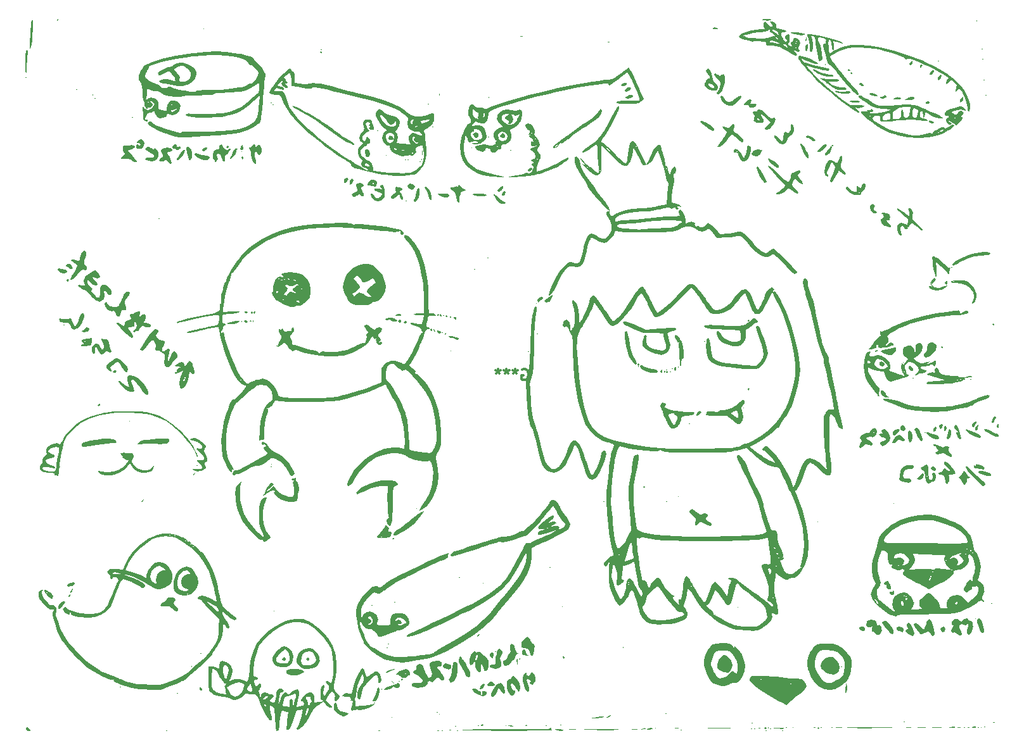
<source format=gbr>
G04 #@! TF.GenerationSoftware,KiCad,Pcbnew,7.0.2*
G04 #@! TF.CreationDate,2023-07-24T17:38:17+09:00*
G04 #@! TF.ProjectId,main_board,6d61696e-5f62-46f6-9172-642e6b696361,rev?*
G04 #@! TF.SameCoordinates,Original*
G04 #@! TF.FileFunction,Legend,Bot*
G04 #@! TF.FilePolarity,Positive*
%FSLAX46Y46*%
G04 Gerber Fmt 4.6, Leading zero omitted, Abs format (unit mm)*
G04 Created by KiCad (PCBNEW 7.0.2) date 2023-07-24 17:38:17*
%MOMM*%
%LPD*%
G01*
G04 APERTURE LIST*
%ADD10C,0.300000*%
G04 APERTURE END LIST*
D10*
X102921427Y-98325357D02*
X103064285Y-98253928D01*
X103064285Y-98253928D02*
X103278570Y-98253928D01*
X103278570Y-98253928D02*
X103492856Y-98325357D01*
X103492856Y-98325357D02*
X103635713Y-98468214D01*
X103635713Y-98468214D02*
X103707142Y-98611071D01*
X103707142Y-98611071D02*
X103778570Y-98896785D01*
X103778570Y-98896785D02*
X103778570Y-99111071D01*
X103778570Y-99111071D02*
X103707142Y-99396785D01*
X103707142Y-99396785D02*
X103635713Y-99539642D01*
X103635713Y-99539642D02*
X103492856Y-99682500D01*
X103492856Y-99682500D02*
X103278570Y-99753928D01*
X103278570Y-99753928D02*
X103135713Y-99753928D01*
X103135713Y-99753928D02*
X102921427Y-99682500D01*
X102921427Y-99682500D02*
X102849999Y-99611071D01*
X102849999Y-99611071D02*
X102849999Y-99111071D01*
X102849999Y-99111071D02*
X103135713Y-99111071D01*
X101992856Y-98253928D02*
X101992856Y-98611071D01*
X102349999Y-98468214D02*
X101992856Y-98611071D01*
X101992856Y-98611071D02*
X101635713Y-98468214D01*
X102207142Y-98896785D02*
X101992856Y-98611071D01*
X101992856Y-98611071D02*
X101778570Y-98896785D01*
X100849999Y-98253928D02*
X100849999Y-98611071D01*
X101207142Y-98468214D02*
X100849999Y-98611071D01*
X100849999Y-98611071D02*
X100492856Y-98468214D01*
X101064285Y-98896785D02*
X100849999Y-98611071D01*
X100849999Y-98611071D02*
X100635713Y-98896785D01*
X99707142Y-98253928D02*
X99707142Y-98611071D01*
X100064285Y-98468214D02*
X99707142Y-98611071D01*
X99707142Y-98611071D02*
X99349999Y-98468214D01*
X99921428Y-98896785D02*
X99707142Y-98611071D01*
X99707142Y-98611071D02*
X99492856Y-98896785D01*
G36*
X137795000Y-146621500D02*
G01*
X137731500Y-146685000D01*
X137668000Y-146621500D01*
X137731500Y-146558000D01*
X137795000Y-146621500D01*
G37*
G36*
X135593667Y-146600333D02*
G01*
X135613536Y-146638532D01*
X135509000Y-146685000D01*
X135441767Y-146675834D01*
X135424334Y-146600333D01*
X135442948Y-146585133D01*
X135593667Y-146600333D01*
G37*
G36*
X124425833Y-146596990D02*
G01*
X124447669Y-146603274D01*
X124466472Y-146641928D01*
X124269500Y-146660241D01*
X124239425Y-146660415D01*
X124040612Y-146643388D01*
X124044833Y-146601696D01*
X124149188Y-146578397D01*
X124425833Y-146596990D01*
G37*
G36*
X114091622Y-146473498D02*
G01*
X114897805Y-146477671D01*
X115554513Y-146486173D01*
X116040841Y-146498308D01*
X116335885Y-146513379D01*
X116418740Y-146530688D01*
X116268500Y-146549539D01*
X116109794Y-146558857D01*
X115581550Y-146576359D01*
X114907430Y-146586202D01*
X114144554Y-146588826D01*
X113350041Y-146584670D01*
X112581010Y-146574172D01*
X111894580Y-146557771D01*
X111347870Y-146535908D01*
X110998000Y-146509020D01*
X111030759Y-146498684D01*
X111287569Y-146489544D01*
X111740347Y-146482088D01*
X112359893Y-146476666D01*
X113117010Y-146473626D01*
X113982500Y-146473317D01*
X114091622Y-146473498D01*
G37*
G36*
X107688830Y-146459814D02*
G01*
X108085629Y-146492950D01*
X108386019Y-146562649D01*
X108498009Y-146621790D01*
X108435060Y-146658383D01*
X108140500Y-146668023D01*
X108065736Y-146666860D01*
X107671215Y-146632234D01*
X107378500Y-146564718D01*
X107277608Y-146511731D01*
X107334063Y-146472238D01*
X107624019Y-146459344D01*
X107688830Y-146459814D01*
G37*
G36*
X106807000Y-146304000D02*
G01*
X106868602Y-146411668D01*
X106932056Y-146589750D01*
X106929107Y-146592708D01*
X106769498Y-146611046D01*
X106383847Y-146627703D01*
X105796373Y-146642355D01*
X105031291Y-146654673D01*
X104112821Y-146664332D01*
X103065179Y-146671004D01*
X101912583Y-146674364D01*
X100679250Y-146674084D01*
X100661515Y-146674052D01*
X99372749Y-146669672D01*
X98203786Y-146661582D01*
X97173796Y-146650166D01*
X96301951Y-146635805D01*
X95607421Y-146618880D01*
X95109377Y-146599775D01*
X94826989Y-146578870D01*
X94779428Y-146556548D01*
X94913245Y-146539565D01*
X95290105Y-146519902D01*
X95872314Y-146502959D01*
X96632549Y-146489113D01*
X97543480Y-146478739D01*
X98577784Y-146472214D01*
X99708132Y-146469914D01*
X100907199Y-146472214D01*
X101090923Y-146472913D01*
X102435607Y-146477076D01*
X103549849Y-146478188D01*
X104454599Y-146475639D01*
X105170810Y-146468817D01*
X105719430Y-146457113D01*
X106121412Y-146439916D01*
X106397706Y-146416617D01*
X106569262Y-146386605D01*
X106657032Y-146349269D01*
X106681965Y-146304000D01*
X106682496Y-146272350D01*
X106707749Y-146177565D01*
X106807000Y-146304000D01*
G37*
G36*
X94361000Y-146621500D02*
G01*
X94297500Y-146685000D01*
X94234000Y-146621500D01*
X94297500Y-146558000D01*
X94361000Y-146621500D01*
G37*
G36*
X93694250Y-146594035D02*
G01*
X93776047Y-146618567D01*
X93658537Y-146639067D01*
X93345000Y-146646942D01*
X93061197Y-146640872D01*
X92916961Y-146621721D01*
X92995750Y-146594035D01*
X93284027Y-146572776D01*
X93694250Y-146594035D01*
G37*
G36*
X92329000Y-146621500D02*
G01*
X92265500Y-146685000D01*
X92202000Y-146621500D01*
X92265500Y-146558000D01*
X92329000Y-146621500D01*
G37*
G36*
X91844813Y-146598244D02*
G01*
X91903597Y-146643957D01*
X91768084Y-146674973D01*
X91639273Y-146665993D01*
X91601396Y-146608270D01*
X91646327Y-146583104D01*
X91844813Y-146598244D01*
G37*
G36*
X83970813Y-146598244D02*
G01*
X84029597Y-146643957D01*
X83894084Y-146674973D01*
X83765273Y-146665993D01*
X83727396Y-146608270D01*
X83772327Y-146583104D01*
X83970813Y-146598244D01*
G37*
G36*
X64217548Y-138770013D02*
G01*
X64129565Y-139168228D01*
X64075074Y-139355819D01*
X63950604Y-139710269D01*
X63845743Y-139922250D01*
X63824139Y-139950927D01*
X63774230Y-140063340D01*
X63897842Y-140044038D01*
X64215734Y-139891282D01*
X64561811Y-139757827D01*
X65162604Y-139728985D01*
X65744946Y-139946949D01*
X65908759Y-140037428D01*
X66126490Y-140095349D01*
X66278897Y-140007929D01*
X66381137Y-139748015D01*
X66448372Y-139288451D01*
X66495761Y-138602085D01*
X66529552Y-138157998D01*
X66734809Y-136931061D01*
X67087762Y-135812820D01*
X67571372Y-134862512D01*
X67847592Y-134490480D01*
X68418847Y-133887596D01*
X69119041Y-133282132D01*
X69883555Y-132728325D01*
X70647767Y-132280414D01*
X71140075Y-132043731D01*
X71603893Y-131871470D01*
X72067296Y-131775883D01*
X72644783Y-131725134D01*
X72886354Y-131712223D01*
X73348275Y-131705444D01*
X73699536Y-131749488D01*
X74041328Y-131863164D01*
X74474845Y-132065278D01*
X74874193Y-132286671D01*
X75680145Y-132876426D01*
X76433857Y-133605186D01*
X77088205Y-134417944D01*
X77596068Y-135259694D01*
X77910322Y-136075432D01*
X77922655Y-136125036D01*
X78038357Y-136834060D01*
X78094301Y-137684861D01*
X78090619Y-138580454D01*
X78027439Y-139423853D01*
X77904894Y-140118074D01*
X77802215Y-140618538D01*
X77806865Y-141064534D01*
X77964547Y-141397638D01*
X78289717Y-141676389D01*
X78322594Y-141698342D01*
X78563634Y-141928097D01*
X78572592Y-142166478D01*
X78354053Y-142470052D01*
X78225563Y-142597882D01*
X78004881Y-142734776D01*
X77898511Y-142646792D01*
X77910789Y-142335250D01*
X77921503Y-142009780D01*
X77753755Y-141632119D01*
X77525423Y-141341739D01*
X77116712Y-141921582D01*
X76951482Y-142165524D01*
X76776082Y-142454670D01*
X76708000Y-142612394D01*
X76733769Y-142669091D01*
X76905160Y-142861083D01*
X77184250Y-143107226D01*
X77290057Y-143193611D01*
X77504556Y-143392826D01*
X77543682Y-143506151D01*
X77431789Y-143580111D01*
X77230836Y-143575935D01*
X76933909Y-143412517D01*
X76648095Y-143128748D01*
X76444592Y-142782175D01*
X76337554Y-142614883D01*
X76163297Y-142564790D01*
X76108435Y-142553752D01*
X76034175Y-142376578D01*
X75996142Y-142053217D01*
X75993435Y-141652102D01*
X76025153Y-141241669D01*
X76090398Y-140890350D01*
X76188268Y-140666580D01*
X76364337Y-140524828D01*
X76487279Y-140579590D01*
X76523767Y-140819179D01*
X76457562Y-141210775D01*
X76375551Y-141627926D01*
X76396743Y-141894527D01*
X76517209Y-141939265D01*
X76714788Y-141756496D01*
X76967317Y-141340577D01*
X77072039Y-141117211D01*
X77147710Y-140819838D01*
X77088034Y-140587194D01*
X76980732Y-140434054D01*
X76830532Y-140335000D01*
X76774208Y-140313543D01*
X76708000Y-140144500D01*
X76768035Y-139989065D01*
X76957372Y-139980451D01*
X77226731Y-140154210D01*
X77350213Y-140245345D01*
X77436867Y-140215545D01*
X77511178Y-140019127D01*
X77602098Y-139614460D01*
X77673595Y-139093097D01*
X77705069Y-138397773D01*
X77691427Y-137646381D01*
X77636427Y-136915991D01*
X77543828Y-136283674D01*
X77417388Y-135826500D01*
X77109036Y-135210043D01*
X76539827Y-134372897D01*
X75846935Y-133583699D01*
X75090557Y-132908980D01*
X74330893Y-132415272D01*
X74069168Y-132297090D01*
X73240919Y-132106897D01*
X72335727Y-132150772D01*
X71365866Y-132427118D01*
X70343612Y-132934336D01*
X70275768Y-132975737D01*
X69764814Y-133333880D01*
X69207065Y-133787705D01*
X68667430Y-134278638D01*
X68210818Y-134748106D01*
X67902139Y-135137532D01*
X67835665Y-135251876D01*
X67625080Y-135741694D01*
X67419788Y-136381802D01*
X67240113Y-137094709D01*
X67106377Y-137802927D01*
X67038903Y-138428964D01*
X67024739Y-138737203D01*
X67021194Y-139098317D01*
X67057215Y-139297962D01*
X67148313Y-139394306D01*
X67310000Y-139445514D01*
X67501697Y-139526380D01*
X67622881Y-139682653D01*
X67571551Y-139819875D01*
X67341750Y-139860247D01*
X67172314Y-139851755D01*
X67086307Y-139910025D01*
X67110595Y-140094534D01*
X67235341Y-140460805D01*
X67273103Y-140564667D01*
X67367893Y-140781815D01*
X67442836Y-140791688D01*
X67547648Y-140619555D01*
X67620955Y-140508195D01*
X67821167Y-140356489D01*
X67996700Y-140371179D01*
X68072000Y-140560741D01*
X68026234Y-140770639D01*
X67875938Y-141066401D01*
X67845825Y-141110484D01*
X67752384Y-141308061D01*
X67752918Y-141322595D01*
X67760654Y-141533035D01*
X67869876Y-141888409D01*
X67906197Y-141990882D01*
X68004164Y-142235572D01*
X68051221Y-142260955D01*
X68065938Y-142085718D01*
X68086649Y-141920268D01*
X68258494Y-141638629D01*
X68553296Y-141543236D01*
X68909604Y-141664752D01*
X69163098Y-141784499D01*
X69351151Y-141789844D01*
X69451607Y-141771487D01*
X69665995Y-141864390D01*
X69757248Y-141971137D01*
X69732854Y-142071697D01*
X69722945Y-142112545D01*
X69509597Y-142335848D01*
X69452481Y-142389039D01*
X69271954Y-142580902D01*
X69262044Y-142700483D01*
X69405939Y-142827525D01*
X69570486Y-142934978D01*
X69726946Y-143002000D01*
X69775358Y-142962955D01*
X69873880Y-142743459D01*
X69971779Y-142402343D01*
X70047051Y-142022183D01*
X70077696Y-141685555D01*
X70085876Y-141543324D01*
X70211481Y-141186746D01*
X70463119Y-141021890D01*
X70807785Y-141076299D01*
X70901760Y-141127818D01*
X71064860Y-141307579D01*
X71051976Y-141470504D01*
X70855417Y-141541500D01*
X70706007Y-141573885D01*
X70575809Y-141726363D01*
X70486662Y-142044505D01*
X70419913Y-142572466D01*
X70348661Y-143319500D01*
X70639081Y-142506017D01*
X70704246Y-142330172D01*
X70940573Y-141820602D01*
X71167700Y-141553609D01*
X71396028Y-141520935D01*
X71635957Y-141714319D01*
X71691728Y-141780133D01*
X71837786Y-141903810D01*
X71882000Y-141818217D01*
X71885864Y-141783635D01*
X72024522Y-141561766D01*
X72295291Y-141334094D01*
X72606626Y-141165451D01*
X72866985Y-141120665D01*
X73028345Y-141220706D01*
X73117024Y-141500770D01*
X73103072Y-141975790D01*
X73055495Y-142260803D01*
X72988004Y-142665117D01*
X72811956Y-143521186D01*
X73204228Y-143437158D01*
X73205641Y-143436855D01*
X73509828Y-143361179D01*
X73691750Y-143297070D01*
X73733294Y-143260648D01*
X73788955Y-143063834D01*
X73738824Y-142848956D01*
X73603996Y-142748000D01*
X73480142Y-142735177D01*
X73355299Y-142618465D01*
X73441560Y-142394984D01*
X73547630Y-142282333D01*
X74041000Y-142282333D01*
X74058697Y-142389776D01*
X74168000Y-142494000D01*
X74169581Y-142494029D01*
X74258214Y-142607487D01*
X74295000Y-142875000D01*
X74295010Y-142879740D01*
X74332830Y-143145641D01*
X74422000Y-143256000D01*
X74452087Y-143252634D01*
X74549000Y-143138071D01*
X74588269Y-143028766D01*
X74748572Y-142820571D01*
X74844822Y-142692269D01*
X74812072Y-142621000D01*
X74721966Y-142539783D01*
X74676000Y-142299031D01*
X74672086Y-142176432D01*
X74613054Y-142047369D01*
X74438699Y-142104063D01*
X74282572Y-142163573D01*
X74121199Y-142150864D01*
X74077915Y-142141283D01*
X74041000Y-142282333D01*
X73547630Y-142282333D01*
X73735319Y-142083000D01*
X73745734Y-142073811D01*
X74185116Y-141721600D01*
X74508801Y-141557812D01*
X74757445Y-141571561D01*
X74971702Y-141751961D01*
X75123645Y-142035568D01*
X75159362Y-142524119D01*
X75149776Y-142692269D01*
X75144346Y-142787513D01*
X75184354Y-142934348D01*
X75307378Y-142921941D01*
X75318656Y-142917180D01*
X75586688Y-142843692D01*
X75946000Y-142784301D01*
X76390500Y-142732308D01*
X76073000Y-142989761D01*
X75775548Y-143198373D01*
X75437285Y-143381159D01*
X75222137Y-143544264D01*
X75021690Y-143832249D01*
X74972387Y-143903083D01*
X74684809Y-144480128D01*
X74491643Y-144866331D01*
X74165759Y-145398030D01*
X73812867Y-145869440D01*
X73468540Y-146239054D01*
X73168354Y-146465359D01*
X72947883Y-146506847D01*
X72870228Y-146470031D01*
X72830433Y-146365329D01*
X72947063Y-146147537D01*
X72960489Y-146125902D01*
X73127558Y-145770162D01*
X73306849Y-145267376D01*
X73460248Y-144737787D01*
X73947953Y-144737787D01*
X73974933Y-144848749D01*
X74074032Y-144717143D01*
X74236385Y-144340384D01*
X74306990Y-144137821D01*
X74382867Y-143832249D01*
X74376836Y-143676501D01*
X74359942Y-143661073D01*
X74246657Y-143654929D01*
X74139896Y-143852671D01*
X74025317Y-144278872D01*
X74001956Y-144386839D01*
X73947953Y-144737787D01*
X73460248Y-144737787D01*
X73467757Y-144711865D01*
X73579677Y-144197947D01*
X73593808Y-144111493D01*
X73601832Y-143903116D01*
X73488982Y-143843697D01*
X73190560Y-143880447D01*
X72993386Y-143919344D01*
X72830128Y-143998049D01*
X72720556Y-144145000D01*
X72707631Y-144162334D01*
X72588978Y-144465062D01*
X72437250Y-144959094D01*
X72264555Y-145496487D01*
X72032069Y-146075758D01*
X71818775Y-146434824D01*
X71632568Y-146558000D01*
X71548338Y-146542735D01*
X71475068Y-146448413D01*
X71453404Y-146230735D01*
X71480821Y-145847436D01*
X71554795Y-145256250D01*
X71705856Y-144145000D01*
X71412928Y-144145000D01*
X71227885Y-144116265D01*
X71186914Y-144078947D01*
X72163134Y-144078947D01*
X72178334Y-144229666D01*
X72216533Y-144249535D01*
X72263000Y-144145000D01*
X72253835Y-144077766D01*
X72178334Y-144060333D01*
X72163134Y-144078947D01*
X71186914Y-144078947D01*
X71120000Y-144018000D01*
X71105862Y-143967225D01*
X70951453Y-143891000D01*
X70899104Y-143920853D01*
X70786164Y-144139934D01*
X70674733Y-144520175D01*
X70578361Y-144999962D01*
X70510599Y-145517684D01*
X70485000Y-146011726D01*
X70483416Y-146110302D01*
X70454380Y-146429505D01*
X70400334Y-146600333D01*
X70343185Y-146652324D01*
X70205765Y-146707910D01*
X70101802Y-146605631D01*
X70023411Y-146321456D01*
X69962708Y-145831352D01*
X69911808Y-145111287D01*
X69880079Y-144585259D01*
X69841584Y-144091939D01*
X69796568Y-143772071D01*
X69734593Y-143580288D01*
X69645222Y-143471224D01*
X69518020Y-143399510D01*
X69343809Y-143331209D01*
X69273962Y-143358745D01*
X69235660Y-143373845D01*
X69215000Y-143619538D01*
X69220938Y-143731346D01*
X69283087Y-144128124D01*
X69391050Y-144562599D01*
X69451685Y-144775981D01*
X69506421Y-145092807D01*
X69448738Y-145247294D01*
X69270573Y-145288000D01*
X69221986Y-145273665D01*
X69029942Y-145096806D01*
X68783043Y-144761613D01*
X68515748Y-144323003D01*
X68262517Y-143835897D01*
X68057811Y-143355215D01*
X67974161Y-143128144D01*
X67959671Y-143089754D01*
X68454945Y-143089754D01*
X68472182Y-143165830D01*
X68580000Y-143383000D01*
X68596706Y-143408556D01*
X68684503Y-143500874D01*
X68705056Y-143358745D01*
X68700907Y-143326815D01*
X70901876Y-143326815D01*
X70916108Y-143332064D01*
X71098417Y-143369433D01*
X71414994Y-143422039D01*
X71900487Y-143497030D01*
X71861984Y-142963765D01*
X71860615Y-142944508D01*
X71854886Y-142614493D01*
X71917452Y-142465703D01*
X72074991Y-142431473D01*
X72089836Y-142431651D01*
X72238890Y-142472172D01*
X72294943Y-142629774D01*
X72283830Y-142971223D01*
X72282945Y-142982542D01*
X72273711Y-143357246D01*
X72311360Y-143494319D01*
X72380141Y-143388306D01*
X72464305Y-143033750D01*
X72477579Y-142964421D01*
X72562927Y-142631762D01*
X72649300Y-142430500D01*
X72698531Y-142260803D01*
X72683297Y-141963988D01*
X72618113Y-141624476D01*
X72240232Y-141854279D01*
X72214811Y-141869321D01*
X71895269Y-142003249D01*
X71641054Y-142026211D01*
X71510001Y-142020336D01*
X71292968Y-142135920D01*
X71207735Y-142299749D01*
X71092548Y-142595496D01*
X70983499Y-142925173D01*
X70910103Y-143198904D01*
X70901876Y-143326815D01*
X68700907Y-143326815D01*
X68690504Y-143246742D01*
X68580000Y-143065500D01*
X68532688Y-143043654D01*
X68454945Y-143089754D01*
X67959671Y-143089754D01*
X67756671Y-142551924D01*
X67680431Y-142374495D01*
X68326000Y-142374495D01*
X68400417Y-142477892D01*
X68595475Y-142470651D01*
X68808600Y-142341600D01*
X68902002Y-142232234D01*
X68948346Y-142071697D01*
X68802250Y-142032558D01*
X68687960Y-142059859D01*
X68434031Y-142198400D01*
X68326000Y-142374495D01*
X67680431Y-142374495D01*
X67591328Y-142167130D01*
X67451420Y-141937946D01*
X67310232Y-141828556D01*
X67141052Y-141803144D01*
X66917166Y-141825894D01*
X66847986Y-141833712D01*
X66487876Y-141828370D01*
X66253251Y-141750881D01*
X66161930Y-141702786D01*
X65981608Y-141753799D01*
X65717560Y-141991156D01*
X65671736Y-142036601D01*
X65288391Y-142322149D01*
X64881143Y-142513755D01*
X64611104Y-142579546D01*
X64318162Y-142562738D01*
X63986870Y-142400437D01*
X63961580Y-142385700D01*
X63529302Y-142211934D01*
X63082814Y-142133216D01*
X62433488Y-142062182D01*
X61792815Y-141855434D01*
X61332729Y-141533045D01*
X61239641Y-141428382D01*
X61139095Y-141272214D01*
X61075733Y-141068816D01*
X61041031Y-140766501D01*
X61027290Y-140339319D01*
X61444708Y-140339319D01*
X61458781Y-140717539D01*
X61505136Y-140963614D01*
X61594803Y-141137346D01*
X61738807Y-141298534D01*
X61760272Y-141319443D01*
X62149719Y-141561303D01*
X62712926Y-141689203D01*
X63374758Y-141767588D01*
X63333947Y-141394800D01*
X63280451Y-141100958D01*
X63204197Y-140888669D01*
X63517094Y-140888669D01*
X63714362Y-141278584D01*
X63910190Y-141618100D01*
X64017822Y-141767588D01*
X64106499Y-141890750D01*
X64230339Y-142004439D01*
X64541917Y-142097127D01*
X64964910Y-141992156D01*
X65019112Y-141968901D01*
X65290990Y-141785783D01*
X65501981Y-141482333D01*
X65650909Y-141114951D01*
X66216591Y-141114951D01*
X66295747Y-141289604D01*
X66416576Y-141399451D01*
X66669514Y-141471291D01*
X66867035Y-141348517D01*
X66877702Y-141322595D01*
X66874964Y-141091002D01*
X66795908Y-140761038D01*
X66644755Y-140303042D01*
X66502563Y-140527620D01*
X66392074Y-140702125D01*
X66283557Y-140887818D01*
X66216591Y-141114951D01*
X65650909Y-141114951D01*
X65700355Y-140992975D01*
X65781161Y-140751649D01*
X65826483Y-140527620D01*
X65762748Y-140412536D01*
X65575056Y-140327227D01*
X65183571Y-140226233D01*
X64625879Y-140269968D01*
X64041969Y-140548334D01*
X63517094Y-140888669D01*
X63204197Y-140888669D01*
X63195135Y-140863442D01*
X63170109Y-140730569D01*
X63266817Y-140495558D01*
X63275527Y-140484770D01*
X63363377Y-140352737D01*
X63275089Y-140383261D01*
X63259069Y-140391624D01*
X63099988Y-140340018D01*
X62930571Y-140042043D01*
X62904889Y-139983819D01*
X62730343Y-139689633D01*
X62561391Y-139532403D01*
X62425077Y-139391285D01*
X62334410Y-139108256D01*
X62317613Y-139033391D01*
X62204098Y-138835180D01*
X62960053Y-138835180D01*
X63123645Y-139437645D01*
X63154845Y-139500413D01*
X63287309Y-139732967D01*
X63376037Y-139765628D01*
X63471739Y-139625807D01*
X63515936Y-139537752D01*
X63681110Y-139015618D01*
X63702827Y-138509631D01*
X63574812Y-138111939D01*
X63379482Y-137872821D01*
X63184212Y-137803338D01*
X63043578Y-137979314D01*
X62962923Y-138398250D01*
X62960053Y-138835180D01*
X62204098Y-138835180D01*
X62173421Y-138781614D01*
X61947615Y-138557295D01*
X61713360Y-138422387D01*
X61543824Y-138438842D01*
X61525245Y-138502278D01*
X61495366Y-138775951D01*
X61469719Y-139209732D01*
X61452384Y-139745334D01*
X61451891Y-139769153D01*
X61444708Y-140339319D01*
X61027290Y-140339319D01*
X61026462Y-140313581D01*
X61023500Y-139658368D01*
X61023500Y-138112500D01*
X61364318Y-138073128D01*
X61365270Y-138073019D01*
X61720088Y-138104627D01*
X62094568Y-138235139D01*
X62484000Y-138436522D01*
X62484000Y-137921275D01*
X62507976Y-137600540D01*
X62627033Y-137379469D01*
X62883254Y-137334228D01*
X63317541Y-137441260D01*
X63426965Y-137480159D01*
X63794725Y-137705422D01*
X64054022Y-138088728D01*
X64090162Y-138164031D01*
X64207465Y-138478892D01*
X64208530Y-138509631D01*
X64217548Y-138770013D01*
G37*
G36*
X55499000Y-146621500D02*
G01*
X55435500Y-146685000D01*
X55372000Y-146621500D01*
X55435500Y-146558000D01*
X55499000Y-146621500D01*
G37*
G36*
X36899774Y-146238823D02*
G01*
X37118033Y-146431000D01*
X37243623Y-146590283D01*
X37223893Y-146671503D01*
X36982784Y-146685000D01*
X36963314Y-146684874D01*
X36699680Y-146625599D01*
X36610920Y-146431000D01*
X36629291Y-146281881D01*
X36746169Y-146177000D01*
X36899774Y-146238823D01*
G37*
G36*
X120200705Y-146310328D02*
G01*
X120343233Y-146346673D01*
X120269000Y-146431000D01*
X120234497Y-146451813D01*
X119968127Y-146542950D01*
X119734342Y-146536012D01*
X119634000Y-146431000D01*
X119635188Y-146421358D01*
X119765853Y-146338776D01*
X120046750Y-146305944D01*
X120200705Y-146310328D01*
G37*
G36*
X119455005Y-146347058D02*
G01*
X119316500Y-146431000D01*
X119143807Y-146491426D01*
X118872000Y-146540147D01*
X118796996Y-146514941D01*
X118935500Y-146431000D01*
X119108194Y-146370573D01*
X119380000Y-146321852D01*
X119455005Y-146347058D01*
G37*
G36*
X118332250Y-146467035D02*
G01*
X118414047Y-146491567D01*
X118296537Y-146512067D01*
X117983000Y-146519942D01*
X117699197Y-146513872D01*
X117554961Y-146494721D01*
X117633750Y-146467035D01*
X117922027Y-146445776D01*
X118332250Y-146467035D01*
G37*
G36*
X110143583Y-146466340D02*
G01*
X110184796Y-146472192D01*
X110218641Y-146494979D01*
X110035238Y-146510731D01*
X109664500Y-146516326D01*
X109555997Y-146515796D01*
X109243216Y-146506728D01*
X109134409Y-146488864D01*
X109254583Y-146465315D01*
X109271555Y-146463601D01*
X109723609Y-146445018D01*
X110143583Y-146466340D01*
G37*
G36*
X149166369Y-146199852D02*
G01*
X150124584Y-146205458D01*
X153987500Y-146233916D01*
X150749000Y-146300708D01*
X150297902Y-146309611D01*
X149081651Y-146328368D01*
X148102756Y-146334174D01*
X147348908Y-146326814D01*
X146807801Y-146306074D01*
X146467129Y-146271742D01*
X146314584Y-146223602D01*
X146330709Y-146218818D01*
X146536231Y-146209240D01*
X146952824Y-146202409D01*
X147550222Y-146198472D01*
X148298159Y-146197571D01*
X149166369Y-146199852D01*
G37*
G36*
X142524357Y-146180690D02*
G01*
X142621000Y-146304000D01*
X142617310Y-146334356D01*
X142494000Y-146431000D01*
X142463644Y-146427309D01*
X142367000Y-146304000D01*
X142370691Y-146273643D01*
X142494000Y-146177000D01*
X142524357Y-146180690D01*
G37*
G36*
X137509753Y-146261434D02*
G01*
X137842541Y-146300749D01*
X138018871Y-146358536D01*
X138020453Y-146360304D01*
X137939522Y-146396856D01*
X137664558Y-146414820D01*
X137252852Y-146410322D01*
X137227753Y-146409359D01*
X136830579Y-146382309D01*
X136581353Y-146342790D01*
X136533087Y-146299002D01*
X136543880Y-146293242D01*
X136763300Y-146253789D01*
X137117632Y-146244483D01*
X137509753Y-146261434D01*
G37*
G36*
X136228667Y-146346333D02*
G01*
X136248536Y-146384532D01*
X136144000Y-146431000D01*
X136076767Y-146421834D01*
X136059334Y-146346333D01*
X136077948Y-146331133D01*
X136228667Y-146346333D01*
G37*
G36*
X135890000Y-146304000D02*
G01*
X135880835Y-146371233D01*
X135805334Y-146388666D01*
X135790134Y-146370052D01*
X135805334Y-146219333D01*
X135843533Y-146199464D01*
X135890000Y-146304000D01*
G37*
G36*
X135410136Y-146181844D02*
G01*
X135572500Y-146304000D01*
X135584448Y-146369431D01*
X135452996Y-146431000D01*
X135358374Y-146415456D01*
X135255000Y-146304000D01*
X135258421Y-146273868D01*
X135374505Y-146177000D01*
X135410136Y-146181844D01*
G37*
G36*
X134904270Y-146341177D02*
G01*
X134966760Y-146357784D01*
X134929447Y-146386468D01*
X134683500Y-146398972D01*
X134548962Y-146397332D01*
X134366582Y-146378069D01*
X134396270Y-146343740D01*
X134573355Y-146320730D01*
X134904270Y-146341177D01*
G37*
G36*
X134069667Y-146346333D02*
G01*
X134089536Y-146384532D01*
X133985000Y-146431000D01*
X133917767Y-146421834D01*
X133900334Y-146346333D01*
X133918948Y-146331133D01*
X134069667Y-146346333D01*
G37*
G36*
X133688667Y-146346333D02*
G01*
X133708536Y-146384532D01*
X133604000Y-146431000D01*
X133536767Y-146421834D01*
X133519334Y-146346333D01*
X133537948Y-146331133D01*
X133688667Y-146346333D01*
G37*
G36*
X130342692Y-146324549D02*
G01*
X131286250Y-146335965D01*
X131329186Y-146336750D01*
X131677492Y-146345304D01*
X131785452Y-146353158D01*
X131665607Y-146360088D01*
X131330499Y-146365869D01*
X130792667Y-146370276D01*
X130064654Y-146373086D01*
X129159000Y-146374072D01*
X129071784Y-146374064D01*
X128181385Y-146372907D01*
X127469740Y-146369947D01*
X126949389Y-146365408D01*
X126632873Y-146359516D01*
X126532734Y-146352495D01*
X126661513Y-146344570D01*
X127031750Y-146335965D01*
X127199227Y-146333184D01*
X128178119Y-146323158D01*
X129266294Y-146320280D01*
X130342692Y-146324549D01*
G37*
G36*
X124110750Y-146338009D02*
G01*
X124212507Y-146350389D01*
X124205257Y-146369025D01*
X123983123Y-146381850D01*
X123571000Y-146386624D01*
X123313947Y-146385016D01*
X123007217Y-146375372D01*
X122904687Y-146358956D01*
X123031250Y-146338009D01*
X123084662Y-146333633D01*
X123604990Y-146318023D01*
X124110750Y-146338009D01*
G37*
G36*
X122332750Y-146346890D02*
G01*
X122354294Y-146390989D01*
X122174000Y-146410947D01*
X121999296Y-146393244D01*
X122015250Y-146346890D01*
X122072737Y-146330116D01*
X122332750Y-146346890D01*
G37*
G36*
X120996833Y-146342990D02*
G01*
X121018669Y-146349274D01*
X121037472Y-146387928D01*
X120840500Y-146406241D01*
X120810425Y-146406415D01*
X120611612Y-146389388D01*
X120615833Y-146347696D01*
X120720188Y-146324397D01*
X120996833Y-146342990D01*
G37*
G36*
X164879867Y-146161240D02*
G01*
X164896276Y-146177967D01*
X164957145Y-146271001D01*
X164808773Y-146232334D01*
X164690252Y-146168999D01*
X164652140Y-146074527D01*
X164713355Y-146060925D01*
X164879867Y-146161240D01*
G37*
G36*
X164338000Y-146240500D02*
G01*
X164274500Y-146304000D01*
X164211000Y-146240500D01*
X164274500Y-146177000D01*
X164338000Y-146240500D01*
G37*
G36*
X163957000Y-146240500D02*
G01*
X163893500Y-146304000D01*
X163830000Y-146240500D01*
X163893500Y-146177000D01*
X163957000Y-146240500D01*
G37*
G36*
X163576000Y-146177000D02*
G01*
X163480164Y-146263635D01*
X163226750Y-146302055D01*
X163115618Y-146299233D01*
X162982092Y-146265021D01*
X163068000Y-146177000D01*
X163255834Y-146085455D01*
X163481981Y-146064403D01*
X163576000Y-146177000D01*
G37*
G36*
X162710813Y-146217244D02*
G01*
X162769597Y-146262957D01*
X162634084Y-146293973D01*
X162505273Y-146284993D01*
X162467396Y-146227270D01*
X162512327Y-146202104D01*
X162710813Y-146217244D01*
G37*
G36*
X162136667Y-146219333D02*
G01*
X162156536Y-146257532D01*
X162052000Y-146304000D01*
X161984767Y-146294834D01*
X161967334Y-146219333D01*
X161985948Y-146204133D01*
X162136667Y-146219333D01*
G37*
G36*
X161509833Y-146215990D02*
G01*
X161531669Y-146222274D01*
X161550472Y-146260928D01*
X161353500Y-146279241D01*
X161323425Y-146279415D01*
X161124612Y-146262388D01*
X161128833Y-146220696D01*
X161233188Y-146197397D01*
X161509833Y-146215990D01*
G37*
G36*
X160839150Y-146188954D02*
G01*
X160848817Y-146229698D01*
X160689198Y-146278499D01*
X160331150Y-146289395D01*
X159702500Y-146274790D01*
X160210500Y-146174349D01*
X160307737Y-146157451D01*
X160644082Y-146137774D01*
X160839150Y-146188954D01*
G37*
G36*
X158968419Y-146210493D02*
G01*
X159096272Y-146224571D01*
X159083624Y-146242090D01*
X158854874Y-146254217D01*
X158432500Y-146258920D01*
X158127389Y-146257081D01*
X157815980Y-146247493D01*
X157706675Y-146231518D01*
X157825419Y-146211197D01*
X157945457Y-146202443D01*
X158460057Y-146191276D01*
X158968419Y-146210493D01*
G37*
G36*
X156813250Y-146211484D02*
G01*
X156880495Y-146219977D01*
X156908592Y-146241087D01*
X156718593Y-146255786D01*
X156337000Y-146261301D01*
X156181593Y-146260572D01*
X155864831Y-146251487D01*
X155749049Y-146234200D01*
X155860750Y-146211484D01*
X156336374Y-146190934D01*
X156813250Y-146211484D01*
G37*
G36*
X154844750Y-146214371D02*
G01*
X154909086Y-146234172D01*
X154833682Y-146259502D01*
X154559000Y-146269409D01*
X154372628Y-146265705D01*
X154213067Y-146245778D01*
X154273250Y-146214371D01*
X154474675Y-146193360D01*
X154844750Y-146214371D01*
G37*
G36*
X145700750Y-146212128D02*
G01*
X145725593Y-146215422D01*
X145792262Y-146239694D01*
X145636909Y-146256847D01*
X145288000Y-146263350D01*
X145235764Y-146263245D01*
X144909058Y-146255246D01*
X144779398Y-146237029D01*
X144875250Y-146212128D01*
X145255423Y-146191111D01*
X145700750Y-146212128D01*
G37*
G36*
X144399000Y-146240500D02*
G01*
X144335500Y-146304000D01*
X144272000Y-146240500D01*
X144335500Y-146177000D01*
X144399000Y-146240500D01*
G37*
G36*
X142959667Y-146219333D02*
G01*
X142979536Y-146257532D01*
X142875000Y-146304000D01*
X142807767Y-146294834D01*
X142790334Y-146219333D01*
X142808948Y-146204133D01*
X142959667Y-146219333D01*
G37*
G36*
X142136813Y-146217244D02*
G01*
X142195597Y-146262957D01*
X142060084Y-146293973D01*
X141931273Y-146284993D01*
X141893396Y-146227270D01*
X141938327Y-146202104D01*
X142136813Y-146217244D01*
G37*
G36*
X139192000Y-146240500D02*
G01*
X139128500Y-146304000D01*
X139065000Y-146240500D01*
X139128500Y-146177000D01*
X139192000Y-146240500D01*
G37*
G36*
X138303000Y-146240500D02*
G01*
X138239500Y-146304000D01*
X138176000Y-146240500D01*
X138239500Y-146177000D01*
X138303000Y-146240500D01*
G37*
G36*
X101435014Y-145942131D02*
G01*
X101727000Y-146055802D01*
X101778449Y-146094217D01*
X101770059Y-146138117D01*
X101536500Y-146099491D01*
X101454069Y-146080486D01*
X101168839Y-145997774D01*
X101111465Y-145943265D01*
X101293084Y-145924944D01*
X101435014Y-145942131D01*
G37*
G36*
X94329250Y-146089455D02*
G01*
X94365284Y-146101328D01*
X94338054Y-146134294D01*
X94107000Y-146147535D01*
X94020833Y-146146307D01*
X93845225Y-146126266D01*
X93884750Y-146089455D01*
X94007150Y-146069704D01*
X94329250Y-146089455D01*
G37*
G36*
X106256667Y-145965333D02*
G01*
X106276536Y-146003532D01*
X106172000Y-146050000D01*
X106104767Y-146040834D01*
X106087334Y-145965333D01*
X106105948Y-145950133D01*
X106256667Y-145965333D01*
G37*
G36*
X103632000Y-145915504D02*
G01*
X103627120Y-145952368D01*
X103505000Y-146050000D01*
X103476259Y-146048543D01*
X103378000Y-145993995D01*
X103383845Y-145973623D01*
X103505000Y-145859500D01*
X103554196Y-145839655D01*
X103632000Y-145915504D01*
G37*
G36*
X100838000Y-145986500D02*
G01*
X100774500Y-146050000D01*
X100711000Y-145986500D01*
X100774500Y-145923000D01*
X100838000Y-145986500D01*
G37*
G36*
X97790000Y-145895973D02*
G01*
X97728453Y-145962566D01*
X97505852Y-146017351D01*
X97448076Y-146021072D01*
X97315958Y-146005264D01*
X97410602Y-145919322D01*
X97470824Y-145883237D01*
X97704338Y-145802647D01*
X97790000Y-145895973D01*
G37*
G36*
X97155000Y-145986500D02*
G01*
X97091500Y-146050000D01*
X97028000Y-145986500D01*
X97091500Y-145923000D01*
X97155000Y-145986500D01*
G37*
G36*
X108161667Y-145838333D02*
G01*
X108181536Y-145876532D01*
X108077000Y-145923000D01*
X108009767Y-145913834D01*
X107992334Y-145838333D01*
X108010948Y-145823133D01*
X108161667Y-145838333D01*
G37*
G36*
X166336504Y-145577867D02*
G01*
X166424937Y-145600415D01*
X166340654Y-145623172D01*
X166052500Y-145632676D01*
X165816795Y-145628518D01*
X165650400Y-145609345D01*
X165701504Y-145579600D01*
X165960916Y-145556974D01*
X166336504Y-145577867D01*
G37*
G36*
X133731000Y-145605500D02*
G01*
X133667500Y-145669000D01*
X133604000Y-145605500D01*
X133667500Y-145542000D01*
X133731000Y-145605500D01*
G37*
G36*
X154051000Y-145478500D02*
G01*
X153987500Y-145542000D01*
X153924000Y-145478500D01*
X153987500Y-145415000D01*
X154051000Y-145478500D01*
G37*
G36*
X113792000Y-144779067D02*
G01*
X113905093Y-144804057D01*
X113845265Y-144848106D01*
X113538000Y-144907000D01*
X113436538Y-144921744D01*
X112925283Y-144975952D01*
X112458500Y-144999987D01*
X111950500Y-145004124D01*
X112522000Y-144895230D01*
X112529019Y-144893893D01*
X113004715Y-144806966D01*
X113317371Y-144764012D01*
X113551596Y-144757292D01*
X113792000Y-144779067D01*
G37*
G36*
X114697200Y-144695707D02*
G01*
X114562511Y-144816227D01*
X114326783Y-144907000D01*
X114285713Y-144906513D01*
X114185032Y-144883681D01*
X114266503Y-144807003D01*
X114554000Y-144649410D01*
X114730829Y-144561564D01*
X114797975Y-144558133D01*
X114697200Y-144695707D01*
G37*
G36*
X85598000Y-144843500D02*
G01*
X85534500Y-144907000D01*
X85471000Y-144843500D01*
X85534500Y-144780000D01*
X85598000Y-144843500D01*
G37*
G36*
X78156412Y-142964829D02*
G01*
X78204153Y-143256930D01*
X78210141Y-143405363D01*
X78369940Y-143818710D01*
X78722766Y-144091174D01*
X79239943Y-144196735D01*
X79497195Y-144217282D01*
X79732760Y-144303480D01*
X79732449Y-144442350D01*
X79487751Y-144619377D01*
X79308009Y-144712832D01*
X79155425Y-144762311D01*
X78992031Y-144727309D01*
X78704171Y-144605867D01*
X78635499Y-144575383D01*
X78127787Y-144245021D01*
X77823131Y-143831108D01*
X77746668Y-143366186D01*
X77767203Y-143232705D01*
X77880157Y-142966516D01*
X78029153Y-142872624D01*
X78156412Y-142964829D01*
G37*
G36*
X91948000Y-144462500D02*
G01*
X91884500Y-144526000D01*
X91821000Y-144462500D01*
X91884500Y-144399000D01*
X91948000Y-144462500D01*
G37*
G36*
X122258667Y-144314333D02*
G01*
X122278536Y-144352532D01*
X122174000Y-144399000D01*
X122106767Y-144389834D01*
X122089334Y-144314333D01*
X122107948Y-144299133D01*
X122258667Y-144314333D01*
G37*
G36*
X91651667Y-144187333D02*
G01*
X91671536Y-144225532D01*
X91567000Y-144272000D01*
X91499767Y-144262834D01*
X91482334Y-144187333D01*
X91500948Y-144172133D01*
X91651667Y-144187333D01*
G37*
G36*
X81643964Y-138349609D02*
G01*
X81808223Y-138575982D01*
X81974259Y-138927069D01*
X82216433Y-139551138D01*
X82758287Y-139107128D01*
X82912355Y-138986392D01*
X83283174Y-138766052D01*
X83546413Y-138741283D01*
X83738631Y-138871369D01*
X83928456Y-139157860D01*
X84058241Y-139517810D01*
X84110775Y-139878137D01*
X84068848Y-140165756D01*
X83915250Y-140307585D01*
X83829778Y-140314862D01*
X83719148Y-140220964D01*
X83684074Y-139931562D01*
X83678748Y-139754146D01*
X83640907Y-139388428D01*
X83546792Y-139218172D01*
X83367681Y-139241429D01*
X83074850Y-139456248D01*
X82639576Y-139860683D01*
X82104692Y-140421953D01*
X81700544Y-140979275D01*
X81476251Y-141505771D01*
X81407000Y-142045420D01*
X81382308Y-142266858D01*
X81271989Y-142472981D01*
X81119435Y-142491589D01*
X80976088Y-142293112D01*
X80945109Y-142200358D01*
X80918265Y-141656442D01*
X81126104Y-141028863D01*
X81569784Y-140313768D01*
X81656942Y-140183934D01*
X81759248Y-139880758D01*
X81723727Y-139488268D01*
X81627239Y-139001500D01*
X81237190Y-139826817D01*
X80936615Y-140624310D01*
X80794160Y-141384596D01*
X80763566Y-141703091D01*
X80712076Y-142023496D01*
X80659548Y-142167509D01*
X80636417Y-142213063D01*
X80613084Y-142450720D01*
X80625061Y-142810714D01*
X80672205Y-143403468D01*
X81452353Y-143338612D01*
X81795217Y-143306528D01*
X82323213Y-143246155D01*
X82740500Y-143186124D01*
X83248500Y-143098494D01*
X82931000Y-143349277D01*
X82525556Y-143597803D01*
X81833357Y-143823453D01*
X81094288Y-143875334D01*
X80934300Y-143869158D01*
X80608161Y-143882590D01*
X80437465Y-143929201D01*
X80425058Y-143940771D01*
X80250329Y-144018000D01*
X80245030Y-144017948D01*
X80105487Y-143933786D01*
X80091071Y-143673643D01*
X80200330Y-143214180D01*
X80252096Y-143035135D01*
X80310010Y-142741213D01*
X80263615Y-142614484D01*
X80105250Y-142605960D01*
X80096973Y-142606912D01*
X80025040Y-142525750D01*
X80032649Y-142469379D01*
X80003739Y-142248638D01*
X79821856Y-142141221D01*
X79438500Y-142113000D01*
X79267686Y-142107026D01*
X78980505Y-142060469D01*
X78867000Y-141982856D01*
X78930519Y-141868677D01*
X79171939Y-141741105D01*
X79509350Y-141669412D01*
X79852046Y-141681359D01*
X79875356Y-141685972D01*
X80063280Y-141704968D01*
X80178065Y-141633668D01*
X80258578Y-141418751D01*
X80343685Y-141006900D01*
X80414424Y-140706716D01*
X80574822Y-140198156D01*
X80780071Y-139660482D01*
X81005756Y-139147911D01*
X81227462Y-138714661D01*
X81420775Y-138414951D01*
X81561279Y-138303000D01*
X81643964Y-138349609D01*
G37*
G36*
X140234447Y-139756924D02*
G01*
X140438588Y-139809842D01*
X140542864Y-139908207D01*
X140734827Y-140180287D01*
X140839159Y-140377333D01*
X140899873Y-140492000D01*
X140970000Y-140726097D01*
X140899899Y-140882151D01*
X140690133Y-141152417D01*
X140401908Y-141459316D01*
X140097678Y-141736908D01*
X139839898Y-141919253D01*
X139618246Y-142063217D01*
X139262207Y-142338465D01*
X138883285Y-142665267D01*
X138257070Y-143237004D01*
X137613285Y-142915270D01*
X137201389Y-142703609D01*
X136362124Y-142239712D01*
X135553302Y-141753127D01*
X134825042Y-141275974D01*
X134227465Y-140840371D01*
X133810691Y-140478437D01*
X133758617Y-140425446D01*
X133749314Y-140415532D01*
X138706465Y-140415532D01*
X138811000Y-140462000D01*
X138878234Y-140452834D01*
X138895667Y-140377333D01*
X138877053Y-140362133D01*
X138726334Y-140377333D01*
X138706465Y-140415532D01*
X133749314Y-140415532D01*
X133461344Y-140108658D01*
X133316481Y-139901318D01*
X133300324Y-139780532D01*
X134769465Y-139780532D01*
X134874000Y-139827000D01*
X134941234Y-139817834D01*
X134958667Y-139742333D01*
X134940053Y-139727133D01*
X134789334Y-139742333D01*
X134769465Y-139780532D01*
X133300324Y-139780532D01*
X133295688Y-139745877D01*
X133370625Y-139584784D01*
X133423340Y-139507684D01*
X133527268Y-139416884D01*
X133696093Y-139360846D01*
X133977069Y-139332469D01*
X134417452Y-139324653D01*
X135064500Y-139330301D01*
X135587712Y-139345325D01*
X136321831Y-139388582D01*
X136998886Y-139451113D01*
X137520422Y-139525108D01*
X138033928Y-139603541D01*
X138735610Y-139674028D01*
X139361922Y-139701944D01*
X139384478Y-139702025D01*
X139856404Y-139718312D01*
X140091589Y-139742333D01*
X140234447Y-139756924D01*
G37*
G36*
X83269667Y-142917333D02*
G01*
X83289536Y-142955532D01*
X83185000Y-143002000D01*
X83117767Y-142992834D01*
X83100334Y-142917333D01*
X83118948Y-142902133D01*
X83269667Y-142917333D01*
G37*
G36*
X83802294Y-140893254D02*
G01*
X83864575Y-141103799D01*
X83856574Y-141454749D01*
X83784400Y-141869576D01*
X83654162Y-142271750D01*
X83629544Y-142327836D01*
X83423812Y-142647983D01*
X83187013Y-142748000D01*
X83069412Y-142742358D01*
X82988096Y-142671810D01*
X83076130Y-142462250D01*
X83145566Y-142314307D01*
X83292310Y-141938871D01*
X83439570Y-141502934D01*
X83537599Y-141225662D01*
X83668199Y-140956557D01*
X83766222Y-140867934D01*
X83802294Y-140893254D01*
G37*
G36*
X100291639Y-140444029D02*
G01*
X100520794Y-140843650D01*
X100572259Y-140967780D01*
X100666665Y-141353307D01*
X100639526Y-141617585D01*
X100518143Y-141727503D01*
X100329815Y-141649946D01*
X100101844Y-141351802D01*
X100075429Y-141306389D01*
X99882166Y-141043057D01*
X99746284Y-140978963D01*
X99694526Y-141128750D01*
X99691816Y-141156027D01*
X99607632Y-141390231D01*
X99442392Y-141700250D01*
X99249890Y-141954234D01*
X98995687Y-142111877D01*
X98777635Y-142042300D01*
X98757362Y-141965878D01*
X98817421Y-141710606D01*
X98966577Y-141360071D01*
X99168696Y-140985410D01*
X99387647Y-140657761D01*
X99587296Y-140448260D01*
X99762879Y-140339827D01*
X100051384Y-140281333D01*
X100291639Y-140444029D01*
G37*
G36*
X96623783Y-141024352D02*
G01*
X96892991Y-141123462D01*
X97104058Y-141292477D01*
X97193789Y-141378130D01*
X97326308Y-141391359D01*
X97377646Y-141384667D01*
X97428734Y-141524371D01*
X97424040Y-141763750D01*
X97425470Y-141791168D01*
X97544559Y-141859000D01*
X97611647Y-141809526D01*
X97599500Y-141605000D01*
X97581120Y-141538978D01*
X97608940Y-141388248D01*
X97831355Y-141351000D01*
X97930050Y-141357749D01*
X98169433Y-141474469D01*
X98208942Y-141682005D01*
X98024101Y-141909443D01*
X97926473Y-141971113D01*
X97712186Y-142034449D01*
X97439840Y-141986887D01*
X97028000Y-141821211D01*
X96702173Y-141647799D01*
X96382632Y-141381729D01*
X96266000Y-141127048D01*
X96267829Y-141106292D01*
X96385655Y-141012758D01*
X96623783Y-141024352D01*
G37*
G36*
X101942128Y-139398185D02*
G01*
X102165567Y-139688525D01*
X102173185Y-139703101D01*
X102342165Y-139967538D01*
X102484304Y-140101275D01*
X102529503Y-140152737D01*
X102602336Y-140397491D01*
X102645726Y-140765787D01*
X102651028Y-140973484D01*
X102606770Y-141324913D01*
X102489879Y-141434614D01*
X102312230Y-141299399D01*
X102085698Y-140916081D01*
X101994903Y-140745157D01*
X101777905Y-140446695D01*
X101592338Y-140335000D01*
X101589023Y-140335007D01*
X101464061Y-140368777D01*
X101442348Y-140512071D01*
X101513479Y-140830251D01*
X101537529Y-140913531D01*
X101666239Y-141195567D01*
X101800489Y-141266093D01*
X101871532Y-141247811D01*
X102020890Y-141312953D01*
X102039980Y-141503702D01*
X101910258Y-141740002D01*
X101710895Y-141927358D01*
X101519351Y-141960787D01*
X101296358Y-141791214D01*
X101213965Y-141695807D01*
X101014422Y-141319371D01*
X100894581Y-140868596D01*
X100862315Y-140419157D01*
X100925497Y-140046733D01*
X101092000Y-139827000D01*
X101255272Y-139763484D01*
X101354051Y-139790781D01*
X101388839Y-139784053D01*
X101476958Y-139604750D01*
X101519908Y-139514307D01*
X101714563Y-139338610D01*
X101942128Y-139398185D01*
G37*
G36*
X56980667Y-141647333D02*
G01*
X57000536Y-141685532D01*
X56896000Y-141732000D01*
X56828767Y-141722834D01*
X56811334Y-141647333D01*
X56829948Y-141632133D01*
X56980667Y-141647333D01*
G37*
G36*
X146317221Y-140424420D02*
G01*
X146320357Y-140427655D01*
X146397218Y-140669592D01*
X146369558Y-141084820D01*
X146363828Y-141117694D01*
X146276297Y-141453457D01*
X146186403Y-141593011D01*
X146121845Y-141521482D01*
X146110326Y-141224000D01*
X146127316Y-140941839D01*
X146155938Y-140577503D01*
X146189501Y-140399305D01*
X146239447Y-140363019D01*
X146317221Y-140424420D01*
G37*
G36*
X104409457Y-138931570D02*
G01*
X104596580Y-139264822D01*
X104707723Y-139614493D01*
X104684281Y-139992620D01*
X104458078Y-140385594D01*
X104417091Y-140437461D01*
X104256715Y-140552694D01*
X104078904Y-140463994D01*
X103964698Y-140324482D01*
X104017601Y-140138956D01*
X104089842Y-140009812D01*
X104009630Y-139905089D01*
X103725358Y-139786341D01*
X103644858Y-139769418D01*
X103548412Y-139859431D01*
X103582456Y-140141763D01*
X103747318Y-140629017D01*
X103840417Y-140933018D01*
X103886000Y-141232267D01*
X103851902Y-141392228D01*
X103711023Y-141472010D01*
X103524044Y-141379635D01*
X103360273Y-141128750D01*
X103171234Y-140613423D01*
X103022987Y-140042123D01*
X103006035Y-139608812D01*
X103114721Y-139270708D01*
X103218147Y-139113671D01*
X103393681Y-138954180D01*
X103516054Y-138956104D01*
X103531183Y-139136828D01*
X103573350Y-139285217D01*
X103736348Y-139318040D01*
X103926872Y-139240242D01*
X104049799Y-139065000D01*
X104092321Y-138944483D01*
X104233433Y-138821890D01*
X104409457Y-138931570D01*
G37*
G36*
X60056576Y-140931169D02*
G01*
X60178379Y-141153900D01*
X60177560Y-141285841D01*
X60051379Y-141323352D01*
X59958425Y-141262830D01*
X59836622Y-141040099D01*
X59837441Y-140908158D01*
X59963622Y-140870647D01*
X60056576Y-140931169D01*
G37*
G36*
X146876651Y-138551531D02*
G01*
X146871119Y-138577686D01*
X146759550Y-139057417D01*
X146649705Y-139455350D01*
X146564609Y-139687652D01*
X146363928Y-139937937D01*
X146017666Y-140260001D01*
X145600794Y-140593175D01*
X145187566Y-140878143D01*
X144852232Y-141055588D01*
X144767369Y-141086314D01*
X144039487Y-141212095D01*
X143330083Y-141101865D01*
X142663379Y-140771607D01*
X142063600Y-140237305D01*
X141554968Y-139514941D01*
X141161708Y-138620500D01*
X141148876Y-138581412D01*
X141012385Y-137751971D01*
X141057968Y-137420200D01*
X142045884Y-137420200D01*
X142051689Y-138095053D01*
X142128055Y-138400813D01*
X142366934Y-138944687D01*
X142701206Y-139468704D01*
X143079431Y-139897128D01*
X143450171Y-140154218D01*
X143467834Y-140161607D01*
X143735844Y-140269389D01*
X143937281Y-140312468D01*
X144146279Y-140280053D01*
X144436969Y-140161355D01*
X144883485Y-139945581D01*
X145299952Y-139724002D01*
X145619068Y-139476492D01*
X145816694Y-139169266D01*
X145932593Y-138737564D01*
X146006530Y-138116630D01*
X146025546Y-137870744D01*
X146022809Y-137487592D01*
X145945581Y-137201564D01*
X145773900Y-136909022D01*
X145448083Y-136498237D01*
X144987074Y-136139358D01*
X144422789Y-135947097D01*
X143690937Y-135890000D01*
X143572731Y-135890226D01*
X143126187Y-135902761D01*
X142847019Y-135949114D01*
X142663437Y-136049487D01*
X142503649Y-136224079D01*
X142212775Y-136750027D01*
X142045884Y-137420200D01*
X141057968Y-137420200D01*
X141128611Y-136906037D01*
X141497095Y-136047125D01*
X141681257Y-135749839D01*
X142003878Y-135375494D01*
X142388081Y-135146673D01*
X142896206Y-135032226D01*
X143590597Y-135001000D01*
X143635021Y-135001112D01*
X144396424Y-135054228D01*
X145022003Y-135228026D01*
X145596276Y-135557302D01*
X146203759Y-136076851D01*
X146397185Y-136271585D01*
X146766255Y-136750173D01*
X146956622Y-137243474D01*
X146987137Y-137820817D01*
X146979588Y-137870744D01*
X146876651Y-138551531D01*
G37*
G36*
X86525699Y-140322778D02*
G01*
X86600978Y-140520413D01*
X86568074Y-140779500D01*
X86559086Y-140799560D01*
X86372495Y-140940646D01*
X86110542Y-140958222D01*
X85913313Y-140839460D01*
X85765061Y-140810780D01*
X85493068Y-140962437D01*
X85430016Y-141005317D01*
X85128089Y-141142720D01*
X84809547Y-141215704D01*
X84557486Y-141211780D01*
X84455000Y-141118460D01*
X84457349Y-141100608D01*
X84612979Y-140951415D01*
X84999260Y-140775226D01*
X85598000Y-140580599D01*
X85763710Y-140530027D01*
X86114685Y-140403057D01*
X86326748Y-140297820D01*
X86383375Y-140268706D01*
X86525699Y-140322778D01*
G37*
G36*
X84201000Y-141097000D02*
G01*
X84191835Y-141164233D01*
X84116334Y-141181666D01*
X84101134Y-141163052D01*
X84116334Y-141012333D01*
X84154533Y-140992464D01*
X84201000Y-141097000D01*
G37*
G36*
X56992289Y-120565333D02*
G01*
X57504102Y-120760651D01*
X57542594Y-120780389D01*
X57648233Y-120840500D01*
X57916295Y-120993034D01*
X58132624Y-121149731D01*
X58163450Y-121172060D01*
X58194831Y-121221500D01*
X58232281Y-121280501D01*
X58216538Y-121336756D01*
X58310551Y-121486347D01*
X58383769Y-121518387D01*
X58368628Y-121431622D01*
X58333606Y-121358195D01*
X58370588Y-121286910D01*
X58513283Y-121339196D01*
X58690200Y-121499878D01*
X58740650Y-121563062D01*
X58798657Y-121660823D01*
X58686128Y-121607256D01*
X58584944Y-121561105D01*
X58594945Y-121640830D01*
X58641233Y-121690739D01*
X58840809Y-121721017D01*
X58858752Y-121718106D01*
X59038471Y-121798111D01*
X59285010Y-121983500D01*
X59301047Y-121995559D01*
X59575938Y-122246924D01*
X59792603Y-122488681D01*
X59880500Y-122657303D01*
X59882020Y-122671799D01*
X59984722Y-122710759D01*
X60086545Y-122734576D01*
X60305101Y-122938465D01*
X60581458Y-123307293D01*
X60890469Y-123800021D01*
X61206989Y-124375613D01*
X61505874Y-124993033D01*
X61761979Y-125611244D01*
X61768748Y-125629516D01*
X61916497Y-126091586D01*
X62087323Y-126719316D01*
X62260603Y-127432578D01*
X62415714Y-128151244D01*
X62513145Y-128629605D01*
X62657094Y-129252633D01*
X62808928Y-129717088D01*
X63002037Y-130079821D01*
X63269810Y-130397685D01*
X63450961Y-130556673D01*
X63645634Y-130727529D01*
X64162899Y-131126207D01*
X64497311Y-131387248D01*
X64712489Y-131590809D01*
X64771301Y-131725150D01*
X64703285Y-131828668D01*
X64699980Y-131831381D01*
X64522603Y-131897767D01*
X64284986Y-131826643D01*
X63951892Y-131599745D01*
X63488089Y-131198812D01*
X63362188Y-131087686D01*
X63108382Y-130888787D01*
X62961278Y-130810000D01*
X62924303Y-130823973D01*
X62903064Y-130980514D01*
X62977739Y-131250389D01*
X63122206Y-131557562D01*
X63310342Y-131826000D01*
X63558150Y-132134936D01*
X63768222Y-132523248D01*
X63789756Y-132810250D01*
X63784808Y-132822909D01*
X63639933Y-132952839D01*
X63460710Y-132941588D01*
X63373000Y-132794050D01*
X63343887Y-132677221D01*
X63182500Y-132461000D01*
X63157518Y-132440964D01*
X63051018Y-132399762D01*
X63001244Y-132524166D01*
X62986470Y-132858199D01*
X62980187Y-133097528D01*
X62877935Y-133900095D01*
X62625827Y-134618891D01*
X62189785Y-135360969D01*
X62125958Y-135454977D01*
X61849582Y-135876101D01*
X61635211Y-136224701D01*
X61524819Y-136433099D01*
X61443659Y-136553325D01*
X61191202Y-136832431D01*
X60808409Y-137215402D01*
X60332488Y-137668589D01*
X59800648Y-138158344D01*
X59250095Y-138651019D01*
X58718039Y-139112965D01*
X58241688Y-139510534D01*
X57858249Y-139810079D01*
X57604931Y-139977950D01*
X57441051Y-140058531D01*
X57008756Y-140256803D01*
X56465291Y-140494751D01*
X55890431Y-140737055D01*
X54673500Y-141239196D01*
X52940261Y-141171064D01*
X52675005Y-141159802D01*
X51901558Y-141111769D01*
X51290629Y-141041786D01*
X50771451Y-140939905D01*
X50273261Y-140796179D01*
X49617030Y-140574926D01*
X48992504Y-140345145D01*
X48583508Y-140164704D01*
X48373002Y-140025871D01*
X48343947Y-139920917D01*
X48366636Y-139869932D01*
X48293115Y-139870034D01*
X48199139Y-139887972D01*
X47889286Y-139824152D01*
X47437300Y-139655740D01*
X47395122Y-139636500D01*
X48133000Y-139636500D01*
X48196500Y-139700000D01*
X48260000Y-139636500D01*
X48196500Y-139573000D01*
X48133000Y-139636500D01*
X47395122Y-139636500D01*
X46888253Y-139405283D01*
X46287212Y-139095328D01*
X45679248Y-138748420D01*
X45109430Y-138387107D01*
X44622828Y-138033935D01*
X44308741Y-137773533D01*
X43631528Y-137152116D01*
X42946078Y-136454929D01*
X42304999Y-135739345D01*
X41760900Y-135062740D01*
X41366390Y-134482488D01*
X41300450Y-134366252D01*
X41056201Y-133868259D01*
X40818130Y-133291551D01*
X40599341Y-132680856D01*
X40412936Y-132080899D01*
X40272021Y-131536408D01*
X40189698Y-131092110D01*
X40179072Y-130792732D01*
X40253246Y-130683000D01*
X40293356Y-130676394D01*
X40386000Y-130542232D01*
X40324038Y-130466428D01*
X40092040Y-130475243D01*
X40030541Y-130486721D01*
X39820255Y-130454110D01*
X39565148Y-130285903D01*
X39210161Y-129949261D01*
X38755825Y-129448183D01*
X38457876Y-129008063D01*
X38328113Y-128618845D01*
X38343617Y-128235198D01*
X38367734Y-128131824D01*
X38497768Y-127883429D01*
X38739703Y-127797082D01*
X38910878Y-127797002D01*
X38893750Y-127839415D01*
X38745616Y-128016716D01*
X38751339Y-128333247D01*
X38909632Y-128733852D01*
X39208496Y-129167890D01*
X39314603Y-129293331D01*
X39616484Y-129633556D01*
X39820714Y-129817251D01*
X39973093Y-129878852D01*
X40119421Y-129852795D01*
X40309322Y-129880742D01*
X40545370Y-130053487D01*
X40684703Y-130236450D01*
X40731498Y-130466589D01*
X40666704Y-130818857D01*
X40639110Y-130938183D01*
X40602698Y-131209619D01*
X40632683Y-131318000D01*
X40702819Y-131411657D01*
X40815527Y-131690740D01*
X40940107Y-132090412D01*
X41250979Y-133008053D01*
X41718299Y-133962170D01*
X42340766Y-134887676D01*
X43145660Y-135824574D01*
X44160260Y-136812871D01*
X44255028Y-136898352D01*
X44787585Y-137354762D01*
X45342877Y-137797081D01*
X45878202Y-138194586D01*
X46350862Y-138516556D01*
X46718156Y-138732268D01*
X46937384Y-138811000D01*
X46962158Y-138816120D01*
X47160113Y-138889355D01*
X47470330Y-139021769D01*
X47574101Y-139067724D01*
X47860208Y-139190066D01*
X48006000Y-139245411D01*
X48058382Y-139264321D01*
X48303048Y-139364221D01*
X48695489Y-139529559D01*
X48945270Y-139636500D01*
X49181300Y-139737554D01*
X49315379Y-139794741D01*
X50056802Y-140080955D01*
X50747973Y-140281292D01*
X51464544Y-140410016D01*
X52282169Y-140481390D01*
X53276500Y-140509679D01*
X53315257Y-140510081D01*
X53948411Y-140513560D01*
X54416541Y-140498611D01*
X54799878Y-140450207D01*
X55178656Y-140353321D01*
X55633109Y-140192928D01*
X56243468Y-139954000D01*
X56880718Y-139692623D01*
X57384674Y-139454190D01*
X57797992Y-139205794D01*
X58197446Y-138901032D01*
X58659809Y-138493500D01*
X58899760Y-138276822D01*
X59398384Y-137839262D01*
X59864003Y-137445300D01*
X60220470Y-137160000D01*
X60396576Y-137010601D01*
X60781779Y-136607748D01*
X61193951Y-136101429D01*
X61592704Y-135549162D01*
X61937651Y-135008466D01*
X62188406Y-134536859D01*
X62304580Y-134191860D01*
X62310425Y-134144182D01*
X62340886Y-133787161D01*
X62370862Y-133287881D01*
X62394620Y-132738833D01*
X62431045Y-131683166D01*
X61346273Y-130645502D01*
X60941886Y-130245216D01*
X60571623Y-129850448D01*
X60308598Y-129537649D01*
X60208662Y-129377153D01*
X60769500Y-129377153D01*
X60802906Y-129408307D01*
X61370431Y-129936321D01*
X61779670Y-130310980D01*
X62056493Y-130551505D01*
X62226768Y-130677116D01*
X62316365Y-130707033D01*
X62351153Y-130660479D01*
X62357000Y-130556673D01*
X62315242Y-130354834D01*
X62134750Y-130090690D01*
X62092437Y-130059214D01*
X61864464Y-129913907D01*
X61560432Y-129739936D01*
X61239629Y-129568287D01*
X60961347Y-129429949D01*
X60784874Y-129355909D01*
X60769500Y-129377153D01*
X60208662Y-129377153D01*
X60192794Y-129351669D01*
X60096241Y-129190982D01*
X59843544Y-129054917D01*
X59617665Y-128976417D01*
X59592588Y-128831120D01*
X59810169Y-128654655D01*
X59848646Y-128637858D01*
X60176329Y-128618061D01*
X60637481Y-128714819D01*
X61164616Y-128909194D01*
X61690250Y-129182247D01*
X61769665Y-129228333D01*
X62010252Y-129327971D01*
X62103000Y-129291703D01*
X62077844Y-129122755D01*
X62007730Y-128758240D01*
X61903516Y-128253298D01*
X61776069Y-127662095D01*
X61562199Y-126801663D01*
X61071087Y-125381648D01*
X60439730Y-124151343D01*
X59652323Y-123087215D01*
X58693062Y-122165730D01*
X58432581Y-121983500D01*
X58928000Y-121983500D01*
X58991500Y-122047000D01*
X59055000Y-121983500D01*
X58991500Y-121920000D01*
X58928000Y-121983500D01*
X58432581Y-121983500D01*
X57546144Y-121363356D01*
X57354220Y-121248858D01*
X57304792Y-121221500D01*
X57912000Y-121221500D01*
X57975500Y-121285000D01*
X58039000Y-121221500D01*
X57975500Y-121158000D01*
X57912000Y-121221500D01*
X57304792Y-121221500D01*
X56872655Y-120982317D01*
X56706397Y-120912268D01*
X57562138Y-120912268D01*
X57594500Y-121031000D01*
X57620593Y-121068594D01*
X57736491Y-121158000D01*
X57753863Y-121149731D01*
X57721500Y-121031000D01*
X57695408Y-120993405D01*
X57579510Y-120904000D01*
X57562138Y-120912268D01*
X56706397Y-120912268D01*
X56536060Y-120840500D01*
X57277000Y-120840500D01*
X57340500Y-120904000D01*
X57404000Y-120840500D01*
X57340500Y-120777000D01*
X57277000Y-120840500D01*
X56536060Y-120840500D01*
X56486510Y-120819623D01*
X56110324Y-120729948D01*
X55658639Y-120682465D01*
X55459581Y-120670888D01*
X54767736Y-120687563D01*
X54148760Y-120820743D01*
X53521751Y-121094550D01*
X52805809Y-121533107D01*
X52013837Y-122114384D01*
X51346908Y-122740965D01*
X50822380Y-123425517D01*
X50385882Y-124228601D01*
X49932210Y-125203702D01*
X50840818Y-125479683D01*
X51355351Y-125648751D01*
X51406398Y-125667790D01*
X51851879Y-125833941D01*
X52212340Y-125991825D01*
X52675253Y-126227986D01*
X52687447Y-126167018D01*
X53257852Y-126167018D01*
X53432435Y-126598663D01*
X53438003Y-126606070D01*
X53677405Y-126852503D01*
X53900993Y-126979061D01*
X54016954Y-126981814D01*
X54071552Y-126872507D01*
X54034658Y-126579683D01*
X54032009Y-126565091D01*
X54043603Y-126068753D01*
X54229525Y-125638897D01*
X54548364Y-125336364D01*
X54958710Y-125222000D01*
X55289276Y-125222000D01*
X54991000Y-124904500D01*
X54916550Y-124830901D01*
X54534178Y-124617643D01*
X54133833Y-124657032D01*
X53720571Y-124948891D01*
X53523881Y-125183087D01*
X53292109Y-125673547D01*
X53257852Y-126167018D01*
X52687447Y-126167018D01*
X52751651Y-125845997D01*
X52811070Y-125651394D01*
X53012997Y-125236080D01*
X53290497Y-124800155D01*
X53586626Y-124428977D01*
X53844442Y-124207904D01*
X53925776Y-124169605D01*
X54407715Y-124091910D01*
X54932186Y-124199372D01*
X55422600Y-124466220D01*
X55802370Y-124866686D01*
X55976108Y-125191428D01*
X55986052Y-125222000D01*
X56155097Y-125741723D01*
X56218600Y-126280169D01*
X56148594Y-126710767D01*
X56029436Y-126911623D01*
X55652279Y-127258265D01*
X55131511Y-127536985D01*
X54538691Y-127703651D01*
X54257157Y-127729947D01*
X53927687Y-127666692D01*
X53556611Y-127454980D01*
X53411963Y-127359398D01*
X53132804Y-127192892D01*
X52978034Y-127127000D01*
X52942836Y-127117927D01*
X52739113Y-127006524D01*
X52450194Y-126808904D01*
X52337510Y-126732907D01*
X51948864Y-126519055D01*
X51459495Y-126291600D01*
X50934781Y-126076380D01*
X50440103Y-125899232D01*
X50040842Y-125785994D01*
X49802378Y-125762505D01*
X49798657Y-125815024D01*
X49994241Y-125913044D01*
X50348861Y-126034089D01*
X50433726Y-126059901D01*
X51088680Y-126290218D01*
X51674453Y-126547386D01*
X52147178Y-126807630D01*
X52462983Y-127047174D01*
X52578000Y-127242240D01*
X52576420Y-127277737D01*
X52458589Y-127502589D01*
X52220482Y-127574222D01*
X51956384Y-127459658D01*
X51922139Y-127431051D01*
X51608724Y-127226862D01*
X51157598Y-126983826D01*
X50654521Y-126743348D01*
X50185255Y-126546836D01*
X49835561Y-126435697D01*
X49767009Y-126421659D01*
X49601819Y-126405781D01*
X49475013Y-126461827D01*
X49353218Y-126630698D01*
X49203063Y-126953293D01*
X48991172Y-127470510D01*
X48909002Y-127674952D01*
X48680112Y-128254765D01*
X48474797Y-128788256D01*
X48329537Y-129181116D01*
X47942131Y-130016845D01*
X47409208Y-130688936D01*
X46734259Y-131163906D01*
X45907316Y-131446715D01*
X44918411Y-131542322D01*
X43757579Y-131455684D01*
X43265321Y-131372056D01*
X42820840Y-131243824D01*
X42610837Y-131091994D01*
X42624375Y-130911313D01*
X42636993Y-130873201D01*
X42538908Y-130810000D01*
X42476949Y-130830233D01*
X42456318Y-130980672D01*
X42470294Y-131059756D01*
X42379101Y-131123090D01*
X42181810Y-131072350D01*
X41945231Y-130931353D01*
X41736169Y-130723920D01*
X41616112Y-130548128D01*
X41574305Y-130375444D01*
X41687148Y-130216424D01*
X41817988Y-130117192D01*
X41970603Y-130141807D01*
X42206831Y-130335221D01*
X42318854Y-130423394D01*
X42799361Y-130656240D01*
X43497712Y-130853164D01*
X44055974Y-130963838D01*
X44770596Y-131048533D01*
X45414076Y-131035924D01*
X46083653Y-130928855D01*
X46425056Y-130835383D01*
X46841301Y-130633391D01*
X47199029Y-130320083D01*
X47526569Y-129861285D01*
X47852251Y-129222819D01*
X48204406Y-128370512D01*
X48246030Y-128263099D01*
X48475969Y-127682915D01*
X48677709Y-127194794D01*
X48830758Y-126847264D01*
X48914619Y-126688849D01*
X49007201Y-126538274D01*
X48953049Y-126329416D01*
X48649171Y-126152959D01*
X48521395Y-126108208D01*
X48308022Y-126080938D01*
X48208657Y-126188615D01*
X48200789Y-126207873D01*
X48061222Y-126358563D01*
X47932641Y-126316574D01*
X47916233Y-126109337D01*
X47921708Y-125933047D01*
X47740545Y-125723869D01*
X47580399Y-125603000D01*
X48133000Y-125603000D01*
X48185341Y-125651489D01*
X48427350Y-125704256D01*
X48799750Y-125721073D01*
X49165763Y-125705370D01*
X49297213Y-125667790D01*
X49212500Y-125603000D01*
X49164473Y-125584063D01*
X48847741Y-125510099D01*
X48510457Y-125488601D01*
X48242313Y-125519568D01*
X48133000Y-125603000D01*
X47580399Y-125603000D01*
X47536765Y-125570068D01*
X47481026Y-125376827D01*
X47619039Y-125204026D01*
X47917516Y-125072614D01*
X48343165Y-125003538D01*
X48862697Y-125017747D01*
X49607992Y-125102068D01*
X50027820Y-124146757D01*
X50368674Y-123499129D01*
X51071319Y-122563238D01*
X51959343Y-121721793D01*
X52992769Y-121010651D01*
X53843535Y-120603532D01*
X56410465Y-120603532D01*
X56515000Y-120650000D01*
X56582234Y-120640834D01*
X56599667Y-120565333D01*
X56581053Y-120550133D01*
X56430334Y-120565333D01*
X56410465Y-120603532D01*
X53843535Y-120603532D01*
X54131622Y-120465673D01*
X54132086Y-120465495D01*
X54215880Y-120446270D01*
X55660396Y-120446270D01*
X55662363Y-120489623D01*
X55827084Y-120512973D01*
X55951918Y-120492636D01*
X55923651Y-120459500D01*
X56134000Y-120459500D01*
X56167136Y-120492636D01*
X56197500Y-120523000D01*
X56261000Y-120459500D01*
X56197500Y-120396000D01*
X56134000Y-120459500D01*
X55923651Y-120459500D01*
X55903813Y-120436244D01*
X55830372Y-120415953D01*
X55660396Y-120446270D01*
X54215880Y-120446270D01*
X54905015Y-120288160D01*
X55778002Y-120282906D01*
X56671035Y-120442736D01*
X56714963Y-120459500D01*
X56992289Y-120565333D01*
G37*
G36*
X97842869Y-140347255D02*
G01*
X97911737Y-140497643D01*
X97883695Y-140733270D01*
X97764600Y-140944600D01*
X97573906Y-141064430D01*
X97372991Y-141090502D01*
X97282000Y-140998258D01*
X97314657Y-140884362D01*
X97459013Y-140648004D01*
X97646599Y-140430462D01*
X97797202Y-140335000D01*
X97842869Y-140347255D01*
G37*
G36*
X91885464Y-137339393D02*
G01*
X91963293Y-137361752D01*
X92149613Y-137497322D01*
X92178496Y-137775422D01*
X92162763Y-137910934D01*
X92074572Y-138073615D01*
X91859197Y-138075246D01*
X91644450Y-138087798D01*
X91564299Y-138207364D01*
X91692358Y-138365484D01*
X91698238Y-138369209D01*
X91899546Y-138566979D01*
X92127314Y-138883559D01*
X92335158Y-139239741D01*
X92476695Y-139556320D01*
X92505539Y-139754088D01*
X92389970Y-139912698D01*
X92165447Y-139919172D01*
X91884129Y-139699589D01*
X91797738Y-139606668D01*
X91669010Y-139524771D01*
X91530978Y-139595267D01*
X91304065Y-139837008D01*
X91091068Y-140052673D01*
X90898596Y-140149232D01*
X90705818Y-140095887D01*
X90547171Y-140030980D01*
X90358072Y-140076151D01*
X90297000Y-140340303D01*
X90293604Y-140369836D01*
X90157529Y-140573698D01*
X89884250Y-140767789D01*
X89507750Y-140898513D01*
X88905132Y-140909432D01*
X88766085Y-140890528D01*
X88356635Y-140788869D01*
X88169224Y-140633798D01*
X88179965Y-140408825D01*
X88236492Y-140322529D01*
X88428805Y-140257690D01*
X88800078Y-140278755D01*
X89019259Y-140295827D01*
X89426069Y-140244287D01*
X89625255Y-140084312D01*
X89612397Y-139848988D01*
X89383076Y-139571401D01*
X88932873Y-139284637D01*
X88588747Y-139094299D01*
X88339182Y-138884094D01*
X88334345Y-138724292D01*
X88572504Y-138611660D01*
X88641962Y-138592412D01*
X88828281Y-138473258D01*
X88827362Y-138248303D01*
X88816403Y-138058342D01*
X88930195Y-137822641D01*
X88953617Y-137804890D01*
X89233567Y-137733614D01*
X89525118Y-137819377D01*
X89703834Y-138028991D01*
X89763879Y-138195795D01*
X89901348Y-138544173D01*
X90075189Y-138964937D01*
X90124081Y-139080529D01*
X90278873Y-139422854D01*
X90391732Y-139578984D01*
X90506927Y-139588004D01*
X90668726Y-139489001D01*
X90796244Y-139374101D01*
X90898732Y-139121180D01*
X90857195Y-138754590D01*
X90671748Y-138226477D01*
X90666214Y-138212811D01*
X90578980Y-137882032D01*
X90587052Y-137630234D01*
X90754895Y-137473240D01*
X91090148Y-137354579D01*
X91497740Y-137303079D01*
X91885464Y-137339393D01*
G37*
G36*
X49360667Y-140758333D02*
G01*
X49380536Y-140796532D01*
X49276000Y-140843000D01*
X49208767Y-140833834D01*
X49191334Y-140758333D01*
X49209948Y-140743133D01*
X49360667Y-140758333D01*
G37*
G36*
X132719743Y-138023858D02*
G01*
X132635529Y-138787941D01*
X132342524Y-139475605D01*
X132337121Y-139484108D01*
X131948308Y-139992812D01*
X131589917Y-140250656D01*
X131262720Y-140257080D01*
X131054506Y-140254925D01*
X130767956Y-140372763D01*
X130516130Y-140505984D01*
X130165687Y-140623431D01*
X129900711Y-140667946D01*
X129566431Y-140683392D01*
X129242493Y-140616212D01*
X128809945Y-140451304D01*
X128538479Y-140330595D01*
X128304700Y-140182963D01*
X128117142Y-139975145D01*
X127926108Y-139649793D01*
X127681901Y-139149554D01*
X127462848Y-138652616D01*
X127252541Y-137987165D01*
X127236640Y-137796894D01*
X128166409Y-137796894D01*
X128235404Y-138066256D01*
X128406154Y-138450767D01*
X128536862Y-138716040D01*
X128760417Y-139121632D01*
X128945968Y-139405160D01*
X129147950Y-139605962D01*
X129326968Y-139688546D01*
X129654501Y-139631962D01*
X130177693Y-139406328D01*
X130557214Y-139063295D01*
X130557363Y-139063086D01*
X130837020Y-138763179D01*
X131095791Y-138703932D01*
X131366648Y-138877790D01*
X131387395Y-138898183D01*
X131510481Y-138976663D01*
X131597213Y-138885459D01*
X131691451Y-138585036D01*
X131742067Y-138342051D01*
X131742252Y-137906575D01*
X131610879Y-137419762D01*
X131333301Y-136808991D01*
X131059281Y-136362380D01*
X130714846Y-136056555D01*
X130266351Y-135919171D01*
X129649030Y-135915889D01*
X129290307Y-135951780D01*
X128932569Y-136047035D01*
X128686767Y-136240462D01*
X128497374Y-136582021D01*
X128308862Y-137121672D01*
X128300382Y-137148594D01*
X128190844Y-137528926D01*
X128166409Y-137796894D01*
X127236640Y-137796894D01*
X127203621Y-137401806D01*
X127313721Y-136827623D01*
X127580474Y-136195698D01*
X127781149Y-135841148D01*
X128049581Y-135459204D01*
X128282307Y-135218644D01*
X128426770Y-135134800D01*
X128904567Y-134984089D01*
X129492793Y-134909641D01*
X130096190Y-134919486D01*
X130619500Y-135021654D01*
X130657317Y-135034429D01*
X130971463Y-135172443D01*
X131126490Y-135362354D01*
X131204729Y-135699524D01*
X131281957Y-136207500D01*
X131299979Y-135770989D01*
X131318000Y-135334478D01*
X131699920Y-135700381D01*
X131811500Y-135812810D01*
X132298542Y-136482321D01*
X132604351Y-137237328D01*
X132702536Y-137906575D01*
X132719743Y-138023858D01*
G37*
G36*
X98829076Y-140096795D02*
G01*
X99069081Y-140217831D01*
X99244865Y-140396216D01*
X99270257Y-140557033D01*
X99194856Y-140606536D01*
X98955835Y-140664789D01*
X98658529Y-140693576D01*
X98405172Y-140685071D01*
X98298000Y-140631450D01*
X98298438Y-140618918D01*
X98383857Y-140397743D01*
X98555238Y-140179603D01*
X98722695Y-140081000D01*
X98829076Y-140096795D01*
G37*
G36*
X94105104Y-137456031D02*
G01*
X94232962Y-137547826D01*
X94300741Y-137764154D01*
X94336771Y-138169735D01*
X94321633Y-138693903D01*
X94197198Y-139301779D01*
X93979466Y-139808951D01*
X93692836Y-140140734D01*
X93566195Y-140222163D01*
X93401690Y-140240695D01*
X93238663Y-140058381D01*
X93160105Y-139938302D01*
X93124850Y-139774242D01*
X93269186Y-139629799D01*
X93314718Y-139588671D01*
X93464132Y-139276206D01*
X93551406Y-138727690D01*
X93555652Y-138678304D01*
X93612251Y-138097703D01*
X93671394Y-137725552D01*
X93748296Y-137519623D01*
X93858173Y-137437684D01*
X94016239Y-137437505D01*
X94105104Y-137456031D01*
G37*
G36*
X85658593Y-140078587D02*
G01*
X85767748Y-140177601D01*
X85852000Y-140287050D01*
X85794661Y-140348727D01*
X85659400Y-140282594D01*
X85545181Y-140126536D01*
X85530221Y-140086266D01*
X85520907Y-139985925D01*
X85658593Y-140078587D01*
G37*
G36*
X86571667Y-139996333D02*
G01*
X86591536Y-140034532D01*
X86487000Y-140081000D01*
X86419767Y-140071834D01*
X86402334Y-139996333D01*
X86420948Y-139981133D01*
X86571667Y-139996333D01*
G37*
G36*
X86898357Y-139703690D02*
G01*
X86995000Y-139827000D01*
X86991310Y-139857356D01*
X86868000Y-139954000D01*
X86837644Y-139950309D01*
X86741000Y-139827000D01*
X86744691Y-139796643D01*
X86868000Y-139700000D01*
X86898357Y-139703690D01*
G37*
G36*
X87922857Y-139183521D02*
G01*
X87877994Y-139251787D01*
X87758800Y-139282214D01*
X87562166Y-139450790D01*
X87320008Y-139613726D01*
X86966339Y-139590239D01*
X86550500Y-139320567D01*
X86336691Y-139188882D01*
X86106000Y-139157412D01*
X86068940Y-139161374D01*
X86100785Y-139074826D01*
X86156115Y-139018532D01*
X87271465Y-139018532D01*
X87376000Y-139065000D01*
X87443234Y-139055834D01*
X87460667Y-138980333D01*
X87442053Y-138965133D01*
X87291334Y-138980333D01*
X87271465Y-139018532D01*
X86156115Y-139018532D01*
X86288677Y-138883661D01*
X86632576Y-138631987D01*
X87075146Y-138454307D01*
X87467273Y-138445664D01*
X87761388Y-138604698D01*
X87909924Y-138930048D01*
X87911982Y-138944472D01*
X87913613Y-138980333D01*
X87922857Y-139183521D01*
G37*
G36*
X94824035Y-136794382D02*
G01*
X94901289Y-136883104D01*
X94923607Y-137047389D01*
X94907994Y-137083945D01*
X94982290Y-137160000D01*
X95017299Y-137171984D01*
X95175908Y-137340889D01*
X95383891Y-137658200D01*
X95606371Y-138058262D01*
X95808468Y-138475415D01*
X95955304Y-138844004D01*
X96012000Y-139098371D01*
X95973054Y-139326418D01*
X95853250Y-139483689D01*
X95742766Y-139500152D01*
X95595313Y-139428344D01*
X95419253Y-139221786D01*
X95188735Y-138848478D01*
X94877905Y-138276422D01*
X94772309Y-138074334D01*
X94565484Y-137650462D01*
X94463712Y-137365376D01*
X94450237Y-137160103D01*
X94508300Y-136975664D01*
X94542563Y-136904472D01*
X94674908Y-136743941D01*
X94824035Y-136794382D01*
G37*
G36*
X72955512Y-138415459D02*
G01*
X73373066Y-138486854D01*
X73672421Y-138600434D01*
X73787000Y-138753400D01*
X73781897Y-138782501D01*
X73623082Y-138940689D01*
X73286911Y-139101341D01*
X72834500Y-139233644D01*
X72444917Y-139278805D01*
X71998240Y-139234394D01*
X71639803Y-139100457D01*
X71424526Y-138899327D01*
X71407327Y-138653335D01*
X71434822Y-138607730D01*
X71659414Y-138482386D01*
X72032110Y-138410426D01*
X72486335Y-138389050D01*
X72955512Y-138415459D01*
G37*
G36*
X85856613Y-138454596D02*
G01*
X85534500Y-138618139D01*
X85263972Y-138745443D01*
X84929556Y-138887188D01*
X84757615Y-138927190D01*
X84709000Y-138877761D01*
X84709912Y-138870984D01*
X84834771Y-138761288D01*
X85111904Y-138619317D01*
X85457687Y-138482872D01*
X85788500Y-138389756D01*
X85831328Y-138381668D01*
X85952521Y-138378501D01*
X85856613Y-138454596D01*
G37*
G36*
X98314805Y-137084973D02*
G01*
X98433028Y-137307677D01*
X98459932Y-137561794D01*
X98430558Y-137932193D01*
X98414257Y-138082511D01*
X98352589Y-138425216D01*
X98254697Y-138596398D01*
X98091163Y-138659063D01*
X97961214Y-138661274D01*
X97823509Y-138552557D01*
X97736994Y-138250768D01*
X97696145Y-138074143D01*
X97590548Y-137806671D01*
X97488083Y-137700299D01*
X97424535Y-137777565D01*
X97435687Y-138061004D01*
X97439510Y-138086858D01*
X97465909Y-138424614D01*
X97444925Y-138652250D01*
X97397676Y-138745876D01*
X97234563Y-138829299D01*
X97037876Y-138734081D01*
X96847255Y-138502412D01*
X96702341Y-138176485D01*
X96642775Y-137798491D01*
X96638550Y-137350500D01*
X96379951Y-137661217D01*
X96259548Y-137796220D01*
X96114320Y-137882730D01*
X96005121Y-137788217D01*
X95931044Y-137623581D01*
X95910061Y-137233222D01*
X96688473Y-137233222D01*
X96749214Y-137191285D01*
X96915630Y-137028953D01*
X97046263Y-136819562D01*
X96985427Y-136573870D01*
X96892368Y-136445454D01*
X96827159Y-136501638D01*
X96758270Y-136778139D01*
X96745517Y-136840933D01*
X96696762Y-137115696D01*
X96688473Y-137233222D01*
X95910061Y-137233222D01*
X95905995Y-137157574D01*
X96069766Y-136582635D01*
X96216208Y-136317410D01*
X96426912Y-136094354D01*
X96621528Y-136015997D01*
X96744879Y-136120136D01*
X96823133Y-136202166D01*
X97038622Y-136138315D01*
X97151046Y-136097752D01*
X97321002Y-136130432D01*
X97550161Y-136296402D01*
X97891185Y-136625773D01*
X98070226Y-136808813D01*
X98079746Y-136819562D01*
X98314805Y-137084973D01*
G37*
G36*
X92887325Y-137667524D02*
G01*
X92977550Y-137729111D01*
X93243400Y-137795000D01*
X93363547Y-137826614D01*
X93465951Y-137994985D01*
X93428920Y-138223371D01*
X93251217Y-138413935D01*
X93112633Y-138469266D01*
X92965467Y-138451995D01*
X92928083Y-138419898D01*
X92723842Y-138366500D01*
X92596599Y-138324520D01*
X92406342Y-138136811D01*
X92389944Y-138109102D01*
X92345750Y-137906776D01*
X92512675Y-137723585D01*
X92685743Y-137627978D01*
X92887325Y-137667524D01*
G37*
G36*
X100126045Y-135831187D02*
G01*
X100279727Y-136030722D01*
X100303863Y-136296100D01*
X100124311Y-136635145D01*
X100099678Y-136671203D01*
X99987176Y-136946856D01*
X100060811Y-137240880D01*
X100175874Y-137575101D01*
X100157402Y-137950957D01*
X99920742Y-138232298D01*
X99715687Y-138351233D01*
X99329248Y-138418040D01*
X98872188Y-138281116D01*
X98816184Y-138253482D01*
X98617832Y-138078775D01*
X98639676Y-137922369D01*
X98880640Y-137840249D01*
X99022541Y-137829211D01*
X99266650Y-137808499D01*
X99288498Y-137802364D01*
X99360053Y-137631140D01*
X99347249Y-137240050D01*
X99338259Y-137146057D01*
X99344702Y-136781403D01*
X99426349Y-136597554D01*
X99512831Y-136482451D01*
X99568000Y-136215555D01*
X99576052Y-136096680D01*
X99688967Y-135820175D01*
X99891136Y-135718702D01*
X100126045Y-135831187D01*
G37*
G36*
X75892973Y-137341348D02*
G01*
X75709515Y-137796087D01*
X75292796Y-138168504D01*
X74909771Y-138329850D01*
X74248546Y-138410177D01*
X74179523Y-138409309D01*
X73778222Y-138371893D01*
X73485881Y-138243262D01*
X73176508Y-137971907D01*
X73095624Y-137889828D01*
X72873781Y-137621999D01*
X72798148Y-137387617D01*
X72803751Y-137331512D01*
X73388513Y-137331512D01*
X73446378Y-137661798D01*
X73606888Y-137844912D01*
X73753572Y-137883857D01*
X74184598Y-137912631D01*
X74655293Y-137870712D01*
X75028011Y-137765765D01*
X75311719Y-137517861D01*
X75398331Y-137154828D01*
X75279711Y-136716793D01*
X74957498Y-136239250D01*
X74856959Y-136148101D01*
X74499409Y-136025039D01*
X74091672Y-136087268D01*
X73717728Y-136328727D01*
X73556617Y-136559051D01*
X73427268Y-136936461D01*
X73388513Y-137331512D01*
X72803751Y-137331512D01*
X72828470Y-137083980D01*
X72874304Y-136864648D01*
X73045481Y-136366329D01*
X73308780Y-136026758D01*
X73711282Y-135776189D01*
X73939979Y-135681537D01*
X74503142Y-135585968D01*
X74995335Y-135730214D01*
X75435906Y-136118112D01*
X75554068Y-136271467D01*
X75841661Y-136825928D01*
X75874404Y-137154828D01*
X75892973Y-137341348D01*
G37*
G36*
X72321163Y-137207288D02*
G01*
X72225695Y-137523852D01*
X71919309Y-137923466D01*
X71419397Y-138161769D01*
X71259185Y-138194011D01*
X70753996Y-138184272D01*
X70262094Y-138041464D01*
X69862539Y-137795880D01*
X69634394Y-137477814D01*
X69594268Y-137332421D01*
X69595459Y-136976122D01*
X70104043Y-136976122D01*
X70118841Y-137299523D01*
X70349651Y-137536531D01*
X70361584Y-137542725D01*
X70693912Y-137637289D01*
X71104783Y-137663196D01*
X71486059Y-137622086D01*
X71729600Y-137515600D01*
X71866640Y-137237684D01*
X71883376Y-136831476D01*
X71778360Y-136408349D01*
X71563000Y-136067454D01*
X71244000Y-135748453D01*
X70674000Y-136215525D01*
X70297133Y-136599422D01*
X70104043Y-136976122D01*
X69595459Y-136976122D01*
X69595675Y-136911665D01*
X69793292Y-136477927D01*
X70204677Y-135985250D01*
X70444518Y-135753205D01*
X70824295Y-135471439D01*
X71129849Y-135382000D01*
X71461755Y-135444189D01*
X71862928Y-135707551D01*
X72164093Y-136126275D01*
X72328941Y-136644731D01*
X72326359Y-136831476D01*
X72321163Y-137207288D01*
G37*
G36*
X58801000Y-138049000D02*
G01*
X58791835Y-138116233D01*
X58716334Y-138133666D01*
X58701134Y-138115052D01*
X58716334Y-137964333D01*
X58754533Y-137944464D01*
X58801000Y-138049000D01*
G37*
G36*
X101732090Y-135080911D02*
G01*
X101909280Y-135323511D01*
X102030153Y-135765397D01*
X102049564Y-135873049D01*
X102159656Y-136179951D01*
X102331751Y-136279926D01*
X102389053Y-136283069D01*
X102460502Y-136311511D01*
X102298500Y-136387798D01*
X102108378Y-136550099D01*
X101973940Y-136855121D01*
X101973937Y-136855135D01*
X101884895Y-137107749D01*
X101769902Y-137197820D01*
X101639269Y-137257814D01*
X101476664Y-137470654D01*
X101317563Y-137685544D01*
X101045702Y-137900488D01*
X100992591Y-137926299D01*
X100777243Y-138019747D01*
X100653938Y-138000198D01*
X100502156Y-137858298D01*
X100452723Y-137801783D01*
X100354052Y-137541518D01*
X100422963Y-137318483D01*
X100639719Y-137223728D01*
X100827232Y-137149188D01*
X100984742Y-136842647D01*
X101108048Y-136541233D01*
X101276848Y-136322928D01*
X101340870Y-136265926D01*
X101405278Y-136078870D01*
X101343704Y-135754992D01*
X101314135Y-135643185D01*
X101289943Y-135344684D01*
X101403951Y-135142621D01*
X101520410Y-135059306D01*
X101732090Y-135080911D01*
G37*
G36*
X102336294Y-137040049D02*
G01*
X102353074Y-137318750D01*
X102353885Y-137404355D01*
X102342521Y-137682723D01*
X102313313Y-137795000D01*
X102280702Y-137780970D01*
X102214264Y-137613951D01*
X102198973Y-137347428D01*
X102245736Y-137094472D01*
X102294851Y-136995510D01*
X102336294Y-137040049D01*
G37*
G36*
X107831101Y-119549333D02*
G01*
X107806550Y-119590322D01*
X107728954Y-119690908D01*
X107737652Y-119752632D01*
X107950996Y-119700797D01*
X108042169Y-119668490D01*
X108356441Y-119501644D01*
X108608646Y-119297816D01*
X108712000Y-119122906D01*
X108655992Y-119010127D01*
X108478480Y-118750517D01*
X108221659Y-118412339D01*
X108019894Y-118137837D01*
X107702662Y-117639343D01*
X107466800Y-117189250D01*
X107360569Y-116964347D01*
X107204228Y-116694358D01*
X107099892Y-116591206D01*
X107090281Y-116593857D01*
X106951105Y-116716939D01*
X106714569Y-116986637D01*
X106426000Y-117351792D01*
X106423607Y-117354955D01*
X106169278Y-117686608D01*
X105930978Y-117983666D01*
X105670497Y-118289864D01*
X105349626Y-118648935D01*
X104930155Y-119104615D01*
X104373875Y-119700638D01*
X104150583Y-119937131D01*
X103793239Y-120298139D01*
X103541117Y-120515451D01*
X103353340Y-120621821D01*
X103189034Y-120650000D01*
X103024271Y-120681546D01*
X102680660Y-120790821D01*
X102262924Y-120951253D01*
X101508046Y-121232797D01*
X100830527Y-121417212D01*
X100303467Y-121481041D01*
X99959578Y-121417661D01*
X99783462Y-121346955D01*
X99695000Y-121407531D01*
X99649251Y-121483138D01*
X99445204Y-121539000D01*
X99363698Y-121550799D01*
X99052953Y-121630557D01*
X98576469Y-121773137D01*
X97982163Y-121963916D01*
X97317954Y-122188267D01*
X97262061Y-122207576D01*
X96215969Y-122560653D01*
X95303540Y-122852645D01*
X94545517Y-123077698D01*
X93962646Y-123229956D01*
X93575670Y-123303563D01*
X93405333Y-123292665D01*
X93361513Y-123109598D01*
X93518504Y-122898538D01*
X93833674Y-122698866D01*
X94263099Y-122548681D01*
X94521530Y-122483808D01*
X94895631Y-122378182D01*
X95123000Y-122298393D01*
X95288472Y-122231628D01*
X95687249Y-122091502D01*
X96238909Y-121909149D01*
X96890996Y-121700849D01*
X97591059Y-121482883D01*
X98286645Y-121271529D01*
X98925299Y-121083069D01*
X99454569Y-120933781D01*
X99822000Y-120839948D01*
X100240144Y-120755180D01*
X100708251Y-120681108D01*
X101041335Y-120651877D01*
X101183225Y-120637749D01*
X101585617Y-120528570D01*
X102004700Y-120347178D01*
X102183833Y-120257022D01*
X102613925Y-120071648D01*
X102963592Y-119958837D01*
X103061992Y-119920965D01*
X103372284Y-119719941D01*
X103777206Y-119392809D01*
X104228067Y-118984744D01*
X104676175Y-118540924D01*
X105072838Y-118106527D01*
X105369364Y-117726728D01*
X105520767Y-117524003D01*
X105806259Y-117173006D01*
X106132219Y-116794514D01*
X106393470Y-116480374D01*
X106600612Y-116188116D01*
X106680000Y-116014352D01*
X106686203Y-115958512D01*
X106827410Y-115798649D01*
X107093029Y-115771142D01*
X107400473Y-115890218D01*
X107537370Y-116014996D01*
X107779605Y-116343802D01*
X107997583Y-116750349D01*
X108117943Y-117001810D01*
X108368465Y-117450614D01*
X108602200Y-117792500D01*
X108921884Y-118203209D01*
X109209963Y-118661859D01*
X109326453Y-119029857D01*
X109282893Y-119351584D01*
X109090826Y-119671418D01*
X108987148Y-119773492D01*
X108643548Y-120018810D01*
X108142647Y-120318549D01*
X107534776Y-120646121D01*
X106870267Y-120974937D01*
X106199453Y-121278408D01*
X105572665Y-121529945D01*
X105178245Y-121690227D01*
X104826583Y-121864086D01*
X104636364Y-121997520D01*
X104542851Y-122085533D01*
X104337284Y-122174000D01*
X104320723Y-122176675D01*
X104244026Y-122307120D01*
X104202001Y-122648592D01*
X104191778Y-123221750D01*
X104188125Y-123628203D01*
X104144224Y-124150837D01*
X104033637Y-124620087D01*
X103833708Y-125158500D01*
X103598511Y-125684392D01*
X103183131Y-126436735D01*
X102651289Y-127213191D01*
X101960834Y-128079500D01*
X101908436Y-128142043D01*
X101560663Y-128561571D01*
X101115644Y-129103515D01*
X100625106Y-129704713D01*
X100140776Y-130302000D01*
X100008490Y-130464830D01*
X99543800Y-131024059D01*
X99102952Y-131536944D01*
X98730410Y-131952438D01*
X98470635Y-132219492D01*
X97620806Y-132961182D01*
X96494218Y-133825662D01*
X95290543Y-134640277D01*
X94051161Y-135382063D01*
X92817453Y-136028060D01*
X91630798Y-136555304D01*
X90532578Y-136940835D01*
X89564174Y-137161689D01*
X89535558Y-137165909D01*
X88980086Y-137251623D01*
X88456448Y-137338477D01*
X88074500Y-137408287D01*
X86918418Y-137533506D01*
X85715688Y-137436609D01*
X84572360Y-137114250D01*
X83519261Y-136578685D01*
X82587218Y-135842167D01*
X81807059Y-134916950D01*
X81727341Y-134789151D01*
X81478802Y-134256082D01*
X81246244Y-133576296D01*
X81043251Y-132813335D01*
X80883411Y-132030744D01*
X80780310Y-131292065D01*
X80747533Y-130660843D01*
X80798666Y-130200620D01*
X80823933Y-130116376D01*
X81089734Y-129520817D01*
X81493813Y-128885226D01*
X81980825Y-128279616D01*
X82495424Y-127774000D01*
X82982263Y-127438391D01*
X83039165Y-127410279D01*
X83369652Y-127278182D01*
X83578114Y-127289224D01*
X83742500Y-127443979D01*
X83797734Y-127502967D01*
X83923543Y-127524868D01*
X84124823Y-127414189D01*
X84455000Y-127148796D01*
X84857797Y-126847659D01*
X85385524Y-126509762D01*
X85915500Y-126214961D01*
X86373442Y-125984244D01*
X87906969Y-125218580D01*
X89224092Y-124572816D01*
X90323615Y-124047516D01*
X91204342Y-123643246D01*
X91865077Y-123360570D01*
X92304622Y-123200052D01*
X93105744Y-122958045D01*
X93066622Y-123285308D01*
X93023799Y-123449556D01*
X92893516Y-123597115D01*
X92625114Y-123735919D01*
X92164858Y-123902759D01*
X92011048Y-123958501D01*
X91514141Y-124164753D01*
X90886377Y-124450046D01*
X90192651Y-124784333D01*
X89497858Y-125137568D01*
X89129908Y-125328749D01*
X88518600Y-125639876D01*
X87991382Y-125900217D01*
X87594950Y-126086897D01*
X87376000Y-126177040D01*
X87087811Y-126296682D01*
X86629956Y-126535780D01*
X86082799Y-126852094D01*
X85507640Y-127208756D01*
X84965774Y-127568900D01*
X84518500Y-127895659D01*
X84492822Y-127915773D01*
X84126429Y-128182561D01*
X83854392Y-128302275D01*
X83586013Y-128294993D01*
X83230594Y-128180796D01*
X83045144Y-128217253D01*
X82755951Y-128420822D01*
X82419150Y-128750166D01*
X82081071Y-129159596D01*
X81788045Y-129603422D01*
X81733362Y-129700403D01*
X81525846Y-130135513D01*
X81434529Y-130531174D01*
X81424910Y-131022180D01*
X81427316Y-131092915D01*
X81444001Y-131466678D01*
X81470223Y-131618452D01*
X81521123Y-131576256D01*
X81611842Y-131368109D01*
X81798010Y-131070062D01*
X82170058Y-130810232D01*
X82613499Y-130733214D01*
X83059945Y-130846828D01*
X83441009Y-131158899D01*
X83557091Y-131328677D01*
X83685536Y-131764539D01*
X83685539Y-131764550D01*
X83564739Y-132209357D01*
X83510562Y-132347734D01*
X83579884Y-132454600D01*
X83853348Y-132527222D01*
X84147642Y-132568562D01*
X84610352Y-132584294D01*
X85008788Y-132545099D01*
X85280336Y-132458995D01*
X85362382Y-132334000D01*
X85338371Y-131944586D01*
X85985924Y-131944586D01*
X86029120Y-132023637D01*
X86210123Y-131910204D01*
X86271950Y-131856694D01*
X86464301Y-131769381D01*
X86675258Y-131872155D01*
X86795189Y-132000985D01*
X86840339Y-132227840D01*
X86726792Y-132398506D01*
X86485282Y-132423752D01*
X86344252Y-132407738D01*
X86303820Y-132472843D01*
X86483756Y-132573125D01*
X86744703Y-132569345D01*
X86931500Y-132461000D01*
X87013373Y-132392317D01*
X87256496Y-132334000D01*
X87290142Y-132333437D01*
X87475912Y-132274447D01*
X87443707Y-132110923D01*
X87192167Y-131832262D01*
X87021302Y-131703220D01*
X86661187Y-131563643D01*
X86322503Y-131564384D01*
X86093502Y-131714875D01*
X85985924Y-131944586D01*
X85338371Y-131944586D01*
X85328028Y-131776845D01*
X85521553Y-131256436D01*
X85584851Y-131166932D01*
X85753754Y-131019615D01*
X86008300Y-130952759D01*
X86432201Y-130937000D01*
X86452945Y-130937025D01*
X86901045Y-130962218D01*
X87197922Y-131054610D01*
X87440108Y-131243562D01*
X87511713Y-131320513D01*
X87761287Y-131716151D01*
X87864226Y-132120539D01*
X87832030Y-132274447D01*
X87795536Y-132448906D01*
X87637481Y-132637308D01*
X87269472Y-132919935D01*
X86846881Y-133136544D01*
X86478803Y-133223000D01*
X86228363Y-133248559D01*
X86084834Y-133318250D01*
X85962010Y-133400921D01*
X85660244Y-133536678D01*
X85249017Y-133697302D01*
X84796843Y-133857408D01*
X84372238Y-133991609D01*
X84043714Y-134074520D01*
X83771292Y-134080468D01*
X83616650Y-133933807D01*
X83431882Y-133612232D01*
X83142841Y-133305968D01*
X82830999Y-133099546D01*
X82569234Y-133054172D01*
X82443274Y-133069463D01*
X82077763Y-132966949D01*
X81730877Y-132696725D01*
X81566398Y-132444899D01*
X82232500Y-132444899D01*
X82521394Y-132452949D01*
X82750856Y-132393002D01*
X82939641Y-132120774D01*
X82972678Y-132025864D01*
X82986542Y-131764539D01*
X82810908Y-131522463D01*
X82792370Y-131504170D01*
X82572550Y-131352124D01*
X82410777Y-131406423D01*
X82359923Y-131547860D01*
X82536366Y-131691702D01*
X82543591Y-131695614D01*
X82768579Y-131911603D01*
X82759553Y-132143501D01*
X82518250Y-132330042D01*
X82232500Y-132444899D01*
X81566398Y-132444899D01*
X81478740Y-132310691D01*
X81370936Y-132076136D01*
X81303730Y-132035590D01*
X81246824Y-132193150D01*
X81228434Y-132368462D01*
X81293995Y-132533149D01*
X81324892Y-132558985D01*
X81340997Y-132719051D01*
X81336077Y-132784612D01*
X81419772Y-133025755D01*
X81597432Y-133349891D01*
X81697669Y-133519968D01*
X81845680Y-133835014D01*
X81887758Y-134034272D01*
X81911998Y-134173165D01*
X82052924Y-134464903D01*
X82272517Y-134815186D01*
X82521587Y-135153159D01*
X82750943Y-135407967D01*
X82911395Y-135508754D01*
X82943232Y-135512343D01*
X83180386Y-135608521D01*
X83482895Y-135794750D01*
X83942667Y-136084795D01*
X84894698Y-136515435D01*
X85883303Y-136774210D01*
X86112351Y-136808172D01*
X86341959Y-136831098D01*
X86596046Y-136839295D01*
X86907133Y-136830459D01*
X87307739Y-136802285D01*
X87830384Y-136752468D01*
X88507588Y-136678701D01*
X89371870Y-136578682D01*
X90455750Y-136450103D01*
X90705519Y-136413740D01*
X91062565Y-136317220D01*
X91186000Y-136197899D01*
X91203540Y-136158083D01*
X91386639Y-135997675D01*
X91726463Y-135779636D01*
X92170250Y-135539273D01*
X93867278Y-134636627D01*
X95422708Y-133689779D01*
X96730396Y-132752251D01*
X97787386Y-131826000D01*
X97820270Y-131793241D01*
X98231500Y-131357019D01*
X98756374Y-130764568D01*
X99359637Y-130058692D01*
X100006030Y-129282194D01*
X100660296Y-128477876D01*
X101287178Y-127688543D01*
X101851419Y-126956996D01*
X102317760Y-126326040D01*
X102653047Y-125819076D01*
X103115012Y-124931267D01*
X103405625Y-124080038D01*
X103504532Y-123317000D01*
X103501492Y-122745500D01*
X102914671Y-123888500D01*
X102549787Y-124578817D01*
X101920358Y-125658006D01*
X101308151Y-126549300D01*
X100685919Y-127290732D01*
X100026417Y-127920335D01*
X99165156Y-128618570D01*
X97712761Y-129625836D01*
X96296757Y-130389986D01*
X96045529Y-130507016D01*
X95521746Y-130755272D01*
X94845884Y-131078791D01*
X94062735Y-131456041D01*
X93217089Y-131865489D01*
X92353737Y-132285601D01*
X92148253Y-132385508D01*
X91175226Y-132848275D01*
X90320947Y-133237153D01*
X89611781Y-133540770D01*
X89074090Y-133747755D01*
X88734237Y-133846738D01*
X88499550Y-133890546D01*
X88079813Y-133978795D01*
X87788750Y-134052712D01*
X87578041Y-134095809D01*
X87485955Y-134049094D01*
X87559689Y-133924747D01*
X87774653Y-133758815D01*
X88106250Y-133587343D01*
X88144111Y-133571094D01*
X88515617Y-133404361D01*
X89041256Y-133160561D01*
X89656544Y-132869860D01*
X90297000Y-132562425D01*
X90725502Y-132355074D01*
X92068979Y-131706223D01*
X93340058Y-131094204D01*
X94499799Y-130537712D01*
X95509260Y-130055444D01*
X96329500Y-129666097D01*
X97045806Y-129298546D01*
X98472758Y-128401306D01*
X99921177Y-127277590D01*
X100213122Y-127000002D01*
X100783440Y-126311267D01*
X101395268Y-125399081D01*
X102038584Y-124278974D01*
X102703365Y-122966477D01*
X102987222Y-122378989D01*
X103197097Y-121970437D01*
X103352016Y-121721879D01*
X103478857Y-121597980D01*
X103604499Y-121563404D01*
X103755818Y-121582813D01*
X104021594Y-121594577D01*
X104311517Y-121432976D01*
X104430117Y-121343750D01*
X104760624Y-121163340D01*
X105227203Y-120946242D01*
X105769646Y-120721819D01*
X106146939Y-120569263D01*
X106669536Y-120339302D01*
X107086013Y-120133951D01*
X107330146Y-119984499D01*
X107478313Y-119858660D01*
X107523753Y-119789170D01*
X107378500Y-119828564D01*
X106836259Y-120021397D01*
X106161875Y-120250524D01*
X105675853Y-120394731D01*
X105348875Y-120458903D01*
X105151620Y-120447927D01*
X105054769Y-120366686D01*
X105029000Y-120220069D01*
X105051906Y-120158804D01*
X105244389Y-119994737D01*
X105568750Y-119839229D01*
X105812186Y-119749777D01*
X105977219Y-119680881D01*
X105919912Y-119673495D01*
X105649985Y-119712453D01*
X105452415Y-119735383D01*
X105218912Y-119703221D01*
X105130169Y-119587532D01*
X106194465Y-119587532D01*
X106299000Y-119634000D01*
X106366234Y-119624834D01*
X106383667Y-119549333D01*
X106365053Y-119534133D01*
X106214334Y-119549333D01*
X106194465Y-119587532D01*
X105130169Y-119587532D01*
X105103036Y-119552160D01*
X105084608Y-119474931D01*
X105094766Y-119443500D01*
X106553000Y-119443500D01*
X106616500Y-119507000D01*
X106680000Y-119443500D01*
X106616500Y-119380000D01*
X106553000Y-119443500D01*
X105094766Y-119443500D01*
X105157979Y-119247910D01*
X105434552Y-118961563D01*
X105458812Y-118940897D01*
X105811538Y-118661400D01*
X106212816Y-118371512D01*
X106600437Y-118112883D01*
X106912189Y-117927162D01*
X107085865Y-117856000D01*
X107169142Y-117903013D01*
X107188821Y-118079545D01*
X107113333Y-118287471D01*
X106965750Y-118418702D01*
X106929236Y-118432681D01*
X106667072Y-118585350D01*
X106362500Y-118817286D01*
X105981500Y-119144051D01*
X106502600Y-118868121D01*
X106587346Y-118824966D01*
X107032914Y-118664389D01*
X107360740Y-118664147D01*
X107532498Y-118825814D01*
X107534910Y-118836199D01*
X107444811Y-118973801D01*
X107193772Y-119104957D01*
X106992028Y-119183792D01*
X106825099Y-119287952D01*
X106888758Y-119333242D01*
X107184082Y-119298233D01*
X107496817Y-119268449D01*
X107769885Y-119302911D01*
X107812157Y-119320134D01*
X107910390Y-119416955D01*
X107894491Y-119443500D01*
X107831101Y-119549333D01*
G37*
G36*
X102743000Y-137025504D02*
G01*
X102738120Y-137062368D01*
X102616000Y-137160000D01*
X102587259Y-137158543D01*
X102489000Y-137103995D01*
X102494845Y-137083623D01*
X102616000Y-136969500D01*
X102665196Y-136949655D01*
X102743000Y-137025504D01*
G37*
G36*
X108492684Y-136741494D02*
G01*
X108585000Y-136913495D01*
X108581365Y-136941848D01*
X108458000Y-137033000D01*
X108397307Y-137008768D01*
X108331000Y-136835004D01*
X108349276Y-136744290D01*
X108458000Y-136715500D01*
X108492684Y-136741494D01*
G37*
G36*
X99094917Y-136312575D02*
G01*
X99087051Y-136652268D01*
X99038111Y-136906236D01*
X98958437Y-136958821D01*
X98790726Y-136828676D01*
X98616246Y-136624100D01*
X98571704Y-136383953D01*
X98753961Y-136220675D01*
X98975816Y-136180867D01*
X99094917Y-136312575D01*
G37*
G36*
X103709531Y-134116269D02*
G01*
X103876774Y-134260996D01*
X104027042Y-134547509D01*
X104046976Y-134598930D01*
X104216114Y-134890464D01*
X104399665Y-135039279D01*
X104416212Y-135044028D01*
X104535554Y-135136809D01*
X104584626Y-135356183D01*
X104578780Y-135764303D01*
X104557963Y-135993149D01*
X104480917Y-136353529D01*
X104373127Y-136540588D01*
X104250684Y-136614813D01*
X104157459Y-136615460D01*
X104070644Y-136476585D01*
X103937488Y-136151011D01*
X103932221Y-136137890D01*
X103774290Y-135818098D01*
X103584814Y-135667427D01*
X103271766Y-135611261D01*
X103213275Y-135606210D01*
X102937944Y-135556963D01*
X102833425Y-135427685D01*
X102827181Y-135141777D01*
X102888935Y-134865042D01*
X103095456Y-134500577D01*
X103382084Y-134222617D01*
X103681737Y-134112000D01*
X103709531Y-134116269D01*
G37*
G36*
X103369208Y-135894770D02*
G01*
X103480930Y-136167916D01*
X103560731Y-136408856D01*
X103734930Y-136565934D01*
X103762825Y-136573545D01*
X103868169Y-136620192D01*
X103782856Y-136635774D01*
X103561847Y-136619672D01*
X103260102Y-136571270D01*
X103061603Y-136520639D01*
X102906486Y-136398329D01*
X102894977Y-136158520D01*
X102988047Y-135910365D01*
X103176143Y-135808459D01*
X103369208Y-135894770D01*
G37*
G36*
X60071000Y-136334500D02*
G01*
X60007500Y-136398000D01*
X59944000Y-136334500D01*
X60007500Y-136271000D01*
X60071000Y-136334500D01*
G37*
G36*
X99441000Y-136080500D02*
G01*
X99377500Y-136144000D01*
X99314000Y-136080500D01*
X99377500Y-136017000D01*
X99441000Y-136080500D01*
G37*
G36*
X116459000Y-135509000D02*
G01*
X116449835Y-135576233D01*
X116374334Y-135593666D01*
X116359134Y-135575052D01*
X116374334Y-135424333D01*
X116412533Y-135404464D01*
X116459000Y-135509000D01*
G37*
G36*
X84963000Y-135572500D02*
G01*
X84899500Y-135636000D01*
X84836000Y-135572500D01*
X84899500Y-135509000D01*
X84963000Y-135572500D01*
G37*
G36*
X85174667Y-135043333D02*
G01*
X85194536Y-135081532D01*
X85090000Y-135128000D01*
X85022767Y-135118834D01*
X85005334Y-135043333D01*
X85023948Y-135028133D01*
X85174667Y-135043333D01*
G37*
G36*
X97234354Y-133764881D02*
G01*
X97152453Y-133924569D01*
X97048688Y-134025798D01*
X96933686Y-134060018D01*
X96913829Y-133968023D01*
X97011667Y-133810353D01*
X97178046Y-133731000D01*
X97234354Y-133764881D01*
G37*
G36*
X162446750Y-131647021D02*
G01*
X162530673Y-131789735D01*
X162625096Y-131915506D01*
X162877500Y-132016500D01*
X163023327Y-132047522D01*
X163122546Y-132203460D01*
X163170204Y-132549110D01*
X163174727Y-132659614D01*
X163126656Y-133109297D01*
X162992737Y-133497045D01*
X162802232Y-133758839D01*
X162584405Y-133830659D01*
X162512066Y-133803529D01*
X162403016Y-133626803D01*
X162400188Y-133273253D01*
X162501511Y-132715000D01*
X162502503Y-132710648D01*
X162556069Y-132431348D01*
X162526767Y-132354503D01*
X162399038Y-132438063D01*
X162198857Y-132537914D01*
X161930120Y-132463739D01*
X161683348Y-132390397D01*
X161472260Y-132514597D01*
X161367762Y-132642348D01*
X161354207Y-132810732D01*
X161475259Y-133085863D01*
X161613417Y-133429383D01*
X161671000Y-133724693D01*
X161668282Y-133779066D01*
X161569869Y-133958135D01*
X161364167Y-133941637D01*
X161097876Y-133729204D01*
X160898443Y-133577980D01*
X160651623Y-133541572D01*
X160545287Y-133559676D01*
X160324596Y-133480505D01*
X160227805Y-133289171D01*
X160316361Y-133071781D01*
X160443525Y-132898019D01*
X160583065Y-132582076D01*
X160601424Y-132515074D01*
X160620636Y-132376733D01*
X160543152Y-132457440D01*
X160518853Y-132491708D01*
X160414215Y-132565731D01*
X160324121Y-132408428D01*
X160317405Y-132390087D01*
X160309468Y-132079520D01*
X160480549Y-131851652D01*
X160764789Y-131734589D01*
X161096328Y-131756438D01*
X161409307Y-131945306D01*
X161416946Y-131952893D01*
X161596637Y-132095085D01*
X161671000Y-132083261D01*
X161672443Y-132071773D01*
X161794935Y-131928278D01*
X162054423Y-131761247D01*
X162312016Y-131641681D01*
X162446750Y-131647021D01*
G37*
G36*
X157499235Y-131794434D02*
G01*
X157599239Y-131966265D01*
X157731379Y-132318905D01*
X157862389Y-132760462D01*
X157970561Y-133209137D01*
X158034191Y-133583129D01*
X158031572Y-133800635D01*
X157996686Y-133871821D01*
X157824443Y-133980915D01*
X157617650Y-133883085D01*
X157431642Y-133597105D01*
X157326388Y-133374518D01*
X157226448Y-133301767D01*
X157101212Y-133410835D01*
X156978841Y-133517763D01*
X156794190Y-133561301D01*
X156677617Y-133563564D01*
X156454408Y-133683703D01*
X156343542Y-133750318D01*
X156206731Y-133720413D01*
X156014456Y-133547294D01*
X155719619Y-133199955D01*
X155442097Y-132846184D01*
X155304657Y-132619830D01*
X155291168Y-132472560D01*
X155379234Y-132348338D01*
X155461732Y-132277981D01*
X155593824Y-132254938D01*
X155776717Y-132367071D01*
X156071248Y-132640024D01*
X156568954Y-133126020D01*
X156770477Y-132736317D01*
X156781757Y-132714220D01*
X156916496Y-132397295D01*
X156972000Y-132165357D01*
X156981247Y-132087293D01*
X157108188Y-131869318D01*
X157311832Y-131749902D01*
X157499235Y-131794434D01*
G37*
G36*
X154722819Y-132290293D02*
G01*
X154929967Y-132555429D01*
X155116383Y-132927084D01*
X155250577Y-133327175D01*
X155301057Y-133677619D01*
X155236334Y-133900333D01*
X155120928Y-133970682D01*
X154898905Y-133945368D01*
X154546846Y-133767117D01*
X154331611Y-133591701D01*
X154194821Y-133362163D01*
X154202668Y-133174003D01*
X154372969Y-133096000D01*
X154413392Y-133094600D01*
X154503389Y-133032571D01*
X154426689Y-132832076D01*
X154345765Y-132552896D01*
X154391668Y-132308917D01*
X154553421Y-132207000D01*
X154722819Y-132290293D01*
G37*
G36*
X150991942Y-133211328D02*
G01*
X150871532Y-133612349D01*
X150861383Y-133630288D01*
X150639731Y-133817776D01*
X150366102Y-133841567D01*
X150152061Y-133689672D01*
X150064450Y-133589289D01*
X149813842Y-133434129D01*
X149708206Y-133383377D01*
X149638327Y-133267804D01*
X149666759Y-133045307D01*
X149675222Y-133018628D01*
X150260954Y-133018628D01*
X150291271Y-133188604D01*
X150334624Y-133186637D01*
X150357974Y-133021916D01*
X150337637Y-132897082D01*
X150281245Y-132945187D01*
X150260954Y-133018628D01*
X149675222Y-133018628D01*
X149791681Y-132651500D01*
X149822512Y-132559941D01*
X149835722Y-132477647D01*
X149736279Y-132619750D01*
X149519093Y-132815640D01*
X149254136Y-132840217D01*
X149025650Y-132708147D01*
X148901514Y-132460848D01*
X148949606Y-132139739D01*
X149030160Y-131997894D01*
X149227524Y-131861054D01*
X149577878Y-131826000D01*
X149587686Y-131826017D01*
X150038138Y-131890224D01*
X150290061Y-132092760D01*
X150369945Y-132454650D01*
X150371306Y-132523280D01*
X150402596Y-132673521D01*
X150487266Y-132596166D01*
X150495454Y-132583439D01*
X150622715Y-132479653D01*
X150802821Y-132579966D01*
X150957317Y-132825578D01*
X150974940Y-133021916D01*
X150991942Y-133211328D01*
G37*
G36*
X151534800Y-132005537D02*
G01*
X151829718Y-132224380D01*
X152133625Y-132552301D01*
X152394572Y-132922507D01*
X152560611Y-133268205D01*
X152579794Y-133522605D01*
X152567129Y-133552930D01*
X152399424Y-133716411D01*
X152176004Y-133656392D01*
X151937353Y-133381750D01*
X151917934Y-133351155D01*
X151657314Y-133018791D01*
X151342344Y-132701474D01*
X151160457Y-132507046D01*
X151040330Y-132233614D01*
X151106901Y-132031746D01*
X151359022Y-131953000D01*
X151534800Y-132005537D01*
G37*
G36*
X164187496Y-131738298D02*
G01*
X164328323Y-131984516D01*
X164479604Y-132368442D01*
X164606819Y-132790911D01*
X164683079Y-133161939D01*
X164681498Y-133391546D01*
X164565619Y-133570363D01*
X164388643Y-133571649D01*
X164186781Y-133342839D01*
X163974626Y-132894199D01*
X163860141Y-132573556D01*
X163746845Y-132194287D01*
X163703000Y-131955286D01*
X163791191Y-131728517D01*
X163987530Y-131640263D01*
X164187496Y-131738298D01*
G37*
G36*
X159212918Y-132715651D02*
G01*
X159389041Y-132831088D01*
X159453429Y-133065243D01*
X159371641Y-133302597D01*
X159281686Y-133397651D01*
X159088863Y-133460615D01*
X158877000Y-133286500D01*
X158782922Y-133108769D01*
X158877000Y-132905500D01*
X158986189Y-132804021D01*
X159196463Y-132715000D01*
X159212918Y-132715651D01*
G37*
G36*
X153672837Y-132815732D02*
G01*
X153867787Y-133020578D01*
X153878695Y-133284882D01*
X153839347Y-133383593D01*
X153767761Y-133459239D01*
X153615135Y-133440817D01*
X153301468Y-133335315D01*
X153076582Y-133220960D01*
X152937037Y-133024872D01*
X153011812Y-132844605D01*
X153300957Y-132740329D01*
X153363720Y-132736206D01*
X153672837Y-132815732D01*
G37*
G36*
X148524563Y-132766701D02*
G01*
X148737193Y-132937468D01*
X148756989Y-133174975D01*
X148700375Y-133276390D01*
X148516462Y-133339865D01*
X148200651Y-133218531D01*
X148117729Y-133166420D01*
X147966991Y-132966836D01*
X148012476Y-132790760D01*
X148247100Y-132715000D01*
X148524563Y-132766701D01*
G37*
G36*
X141206059Y-121961917D02*
G01*
X141080561Y-123233622D01*
X140761875Y-124356842D01*
X140250072Y-125323282D01*
X139915137Y-125774166D01*
X139619637Y-126059953D01*
X139319117Y-126200513D01*
X138953845Y-126238000D01*
X138664786Y-126274299D01*
X138493500Y-126365000D01*
X138423322Y-126441762D01*
X138164280Y-126481619D01*
X137797985Y-126320956D01*
X137347663Y-125967825D01*
X136779000Y-125443650D01*
X136779000Y-125881000D01*
X136771215Y-126072354D01*
X136724612Y-126531374D01*
X136649930Y-127016556D01*
X136640445Y-127069142D01*
X136607817Y-127317500D01*
X136597887Y-127393090D01*
X136594825Y-127719246D01*
X136637462Y-128108491D01*
X136732004Y-128621701D01*
X136780069Y-128841500D01*
X136849500Y-129159000D01*
X136884654Y-129319757D01*
X137023896Y-129965468D01*
X137030426Y-130002387D01*
X137072187Y-130238500D01*
X137124676Y-130535270D01*
X137154397Y-130893714D01*
X137115324Y-131057876D01*
X137002933Y-131146610D01*
X136776112Y-131164171D01*
X136487383Y-130968750D01*
X136471450Y-130954494D01*
X136314967Y-130830015D01*
X136276982Y-130883595D01*
X136326687Y-131149980D01*
X136354293Y-131435428D01*
X136352266Y-131442812D01*
X136231121Y-131884020D01*
X135882923Y-132310991D01*
X135295671Y-132737945D01*
X134908528Y-132967891D01*
X134567397Y-133158516D01*
X134366000Y-133256571D01*
X134189263Y-133282119D01*
X133797915Y-133290671D01*
X133275962Y-133277888D01*
X132690293Y-133247399D01*
X132107797Y-133202830D01*
X131595362Y-133147809D01*
X131219876Y-133085964D01*
X130944524Y-132999563D01*
X130497892Y-132812801D01*
X129986458Y-132566739D01*
X129469884Y-132293227D01*
X129007833Y-132024115D01*
X128659966Y-131791251D01*
X128485945Y-131626487D01*
X128322343Y-131452396D01*
X128041438Y-131263880D01*
X127994258Y-131238193D01*
X127542346Y-130911957D01*
X127071890Y-130420960D01*
X126651772Y-129860408D01*
X127561773Y-129860408D01*
X127608549Y-129983674D01*
X127799898Y-130204527D01*
X128111250Y-130488021D01*
X128206852Y-130572403D01*
X128433420Y-130820207D01*
X128524000Y-131000469D01*
X128537627Y-131032733D01*
X128712043Y-131187051D01*
X129046744Y-131410532D01*
X129490113Y-131674398D01*
X129990538Y-131949874D01*
X130496404Y-132208184D01*
X130956096Y-132420550D01*
X131318000Y-132558197D01*
X131445225Y-132589374D01*
X131860353Y-132654699D01*
X132405497Y-132711557D01*
X132996607Y-132750327D01*
X133171540Y-132757752D01*
X133780900Y-132765375D01*
X134228823Y-132716542D01*
X134589067Y-132587436D01*
X134935387Y-132354241D01*
X135341541Y-131993141D01*
X135451311Y-131888129D01*
X135639612Y-131661718D01*
X135682753Y-131442812D01*
X135616837Y-131116432D01*
X135602223Y-131059465D01*
X135498600Y-130629617D01*
X135419637Y-130263464D01*
X135416409Y-130248153D01*
X135411871Y-130238500D01*
X136779000Y-130238500D01*
X136842500Y-130302000D01*
X136906000Y-130238500D01*
X136842500Y-130175000D01*
X136779000Y-130238500D01*
X135411871Y-130238500D01*
X135316328Y-130035284D01*
X135087660Y-129774157D01*
X134701350Y-129436181D01*
X134128340Y-128992763D01*
X133672453Y-128650905D01*
X133047159Y-128176824D01*
X132589324Y-127819853D01*
X132274968Y-127559776D01*
X132080115Y-127376377D01*
X131980787Y-127249440D01*
X131953004Y-127158750D01*
X131914044Y-127071294D01*
X131719091Y-127000000D01*
X131667081Y-127006497D01*
X131556809Y-127088737D01*
X131453301Y-127298106D01*
X131339658Y-127675619D01*
X131198981Y-128262288D01*
X131032328Y-128947781D01*
X130855833Y-129500797D01*
X130675425Y-129813445D01*
X130471365Y-129891843D01*
X130223918Y-129742108D01*
X129913344Y-129370358D01*
X129519906Y-128782710D01*
X129463843Y-128695340D01*
X129113174Y-128190970D01*
X128858610Y-127908761D01*
X128703453Y-127851601D01*
X128651000Y-128022377D01*
X128649099Y-128038165D01*
X128582960Y-128240342D01*
X128441392Y-128595121D01*
X128250301Y-129036910D01*
X128009397Y-129528778D01*
X127817338Y-129807012D01*
X127673606Y-129865520D01*
X127561773Y-129860408D01*
X126651772Y-129860408D01*
X126561566Y-129740048D01*
X125990051Y-128844066D01*
X125640373Y-128278244D01*
X125367407Y-127885370D01*
X125180978Y-127700328D01*
X125064688Y-127714390D01*
X125002137Y-127918831D01*
X124976927Y-128304922D01*
X124951347Y-128510385D01*
X124855339Y-128923557D01*
X124714190Y-129379480D01*
X124614340Y-129674035D01*
X124540546Y-129961842D01*
X124554268Y-130118922D01*
X124650690Y-130208118D01*
X124742209Y-130282180D01*
X124841000Y-130498810D01*
X124855180Y-130580726D01*
X124976047Y-130683000D01*
X124984459Y-130683759D01*
X125062293Y-130809919D01*
X125068455Y-131002758D01*
X125071297Y-131091695D01*
X124943114Y-131456223D01*
X124602543Y-131781664D01*
X124037936Y-132052833D01*
X123235638Y-132278559D01*
X122635176Y-132379768D01*
X121908889Y-132439860D01*
X121178441Y-132447362D01*
X120507358Y-132404121D01*
X119959166Y-132311985D01*
X119597394Y-132172799D01*
X119084056Y-131717566D01*
X118694879Y-131060633D01*
X118469501Y-130217720D01*
X118464770Y-130195584D01*
X119038488Y-130195584D01*
X119130522Y-130540221D01*
X119331583Y-130932771D01*
X119618527Y-131309031D01*
X119753269Y-131451415D01*
X119977878Y-131651189D01*
X120211246Y-131764822D01*
X120535058Y-131824262D01*
X121031000Y-131861457D01*
X121901509Y-131870659D01*
X122969878Y-131752971D01*
X123888500Y-131495814D01*
X124331023Y-131304225D01*
X124574494Y-131144375D01*
X124614635Y-131002758D01*
X124473091Y-130855674D01*
X124281407Y-130765812D01*
X124031841Y-130757803D01*
X123986528Y-130766700D01*
X123743219Y-130665199D01*
X123418272Y-130357483D01*
X122907616Y-129762590D01*
X122407174Y-129149309D01*
X121972418Y-128586263D01*
X121638610Y-128119170D01*
X121441008Y-127793750D01*
X121412737Y-127738974D01*
X121237967Y-127484474D01*
X121088076Y-127381000D01*
X120924137Y-127439180D01*
X120629399Y-127634246D01*
X120289375Y-127912361D01*
X119967706Y-128216778D01*
X119869085Y-128329514D01*
X119728034Y-128490752D01*
X119634000Y-128677535D01*
X119630067Y-128739026D01*
X119555566Y-129053584D01*
X119418027Y-129423079D01*
X119258888Y-129747033D01*
X119119583Y-129924966D01*
X119078627Y-129963064D01*
X119038488Y-130195584D01*
X118464770Y-130195584D01*
X118362364Y-129716392D01*
X118167957Y-129061620D01*
X117942381Y-128472517D01*
X117894967Y-128366919D01*
X117711127Y-127977601D01*
X117594535Y-127789313D01*
X117521525Y-127773558D01*
X117468428Y-127901839D01*
X117364012Y-128201433D01*
X117131764Y-128669410D01*
X116839040Y-129132005D01*
X116526820Y-129532569D01*
X116236082Y-129814450D01*
X116007807Y-129921000D01*
X115885241Y-129882591D01*
X115632920Y-129647043D01*
X115356533Y-129234412D01*
X115083163Y-128688050D01*
X114839889Y-128051310D01*
X114803226Y-127937521D01*
X114629538Y-127283508D01*
X114535945Y-126632229D01*
X114502997Y-125857000D01*
X114502911Y-125802669D01*
X114874004Y-125802669D01*
X114909256Y-126123434D01*
X115018513Y-126596976D01*
X115183199Y-127158417D01*
X115384740Y-127742881D01*
X115604564Y-128285491D01*
X115761497Y-128615102D01*
X115934897Y-128927877D01*
X116052281Y-129079604D01*
X116179022Y-129043911D01*
X116347089Y-128822924D01*
X116523427Y-128472615D01*
X116681830Y-128053741D01*
X116796090Y-127627063D01*
X116840000Y-127253337D01*
X116852273Y-127063500D01*
X117094000Y-127063500D01*
X117157500Y-127127000D01*
X117221000Y-127063500D01*
X117157500Y-127000000D01*
X117094000Y-127063500D01*
X116852273Y-127063500D01*
X116860613Y-126934504D01*
X116894238Y-126809500D01*
X117094000Y-126809500D01*
X117157500Y-126873000D01*
X117221000Y-126809500D01*
X117157500Y-126746000D01*
X117094000Y-126809500D01*
X116894238Y-126809500D01*
X116969071Y-126531300D01*
X117150106Y-126296420D01*
X117380494Y-126272028D01*
X117382264Y-126272726D01*
X117556373Y-126442261D01*
X117794718Y-126809500D01*
X117818484Y-126846119D01*
X117937757Y-127063500D01*
X118169232Y-127485377D01*
X118609249Y-128361114D01*
X118733861Y-128591294D01*
X118881269Y-128751029D01*
X118969595Y-128663773D01*
X118999000Y-128329514D01*
X118952239Y-127990928D01*
X118809879Y-127808455D01*
X118770184Y-127788363D01*
X118653903Y-127656589D01*
X118544589Y-127396962D01*
X118433467Y-126978335D01*
X118311764Y-126369563D01*
X118170706Y-125539500D01*
X118097361Y-125091222D01*
X118001914Y-124544085D01*
X117928682Y-124196910D01*
X117868829Y-124017834D01*
X117813520Y-123974997D01*
X117753919Y-124036535D01*
X117703088Y-124087310D01*
X117464552Y-124236020D01*
X117131558Y-124399940D01*
X116803508Y-124532468D01*
X116579803Y-124587000D01*
X116518954Y-124553365D01*
X116431564Y-124364750D01*
X116427779Y-124349762D01*
X116401870Y-124388467D01*
X116376943Y-124629801D01*
X116357924Y-125029322D01*
X116334950Y-125501445D01*
X116300426Y-125899855D01*
X116262106Y-126131146D01*
X116258519Y-126273996D01*
X116421684Y-126478359D01*
X116451074Y-126495791D01*
X116556453Y-126594388D01*
X116502922Y-126716871D01*
X116268500Y-126927717D01*
X115968227Y-127147678D01*
X115711222Y-127234100D01*
X115568403Y-127110182D01*
X115531241Y-126766687D01*
X115591204Y-126194381D01*
X115617924Y-125600816D01*
X115481625Y-125051381D01*
X115415172Y-124883079D01*
X115256069Y-124539226D01*
X115144920Y-124433842D01*
X115065595Y-124562538D01*
X115001962Y-124920929D01*
X114975701Y-125118070D01*
X114920390Y-125503498D01*
X114879279Y-125752165D01*
X114874004Y-125802669D01*
X114502911Y-125802669D01*
X114502581Y-125593929D01*
X114516299Y-125033402D01*
X114546562Y-124564960D01*
X114588989Y-124269500D01*
X114656121Y-124009802D01*
X116619068Y-124009802D01*
X116670676Y-124001940D01*
X116905828Y-123940204D01*
X117260345Y-123835722D01*
X117389709Y-123795046D01*
X117690077Y-123674956D01*
X117810234Y-123550419D01*
X117802926Y-123376824D01*
X117801991Y-123373043D01*
X117755975Y-123107999D01*
X117701196Y-122682366D01*
X117649308Y-122186456D01*
X117637651Y-122064690D01*
X117589790Y-121677834D01*
X117532686Y-121480064D01*
X117454114Y-121482375D01*
X117341848Y-121695761D01*
X117183663Y-122131216D01*
X116967333Y-122799734D01*
X116865338Y-123126500D01*
X116861335Y-123139324D01*
X116727583Y-123584292D01*
X116641825Y-123891835D01*
X116619068Y-124009802D01*
X114656121Y-124009802D01*
X114687478Y-123888500D01*
X114470698Y-124301250D01*
X114404152Y-124425795D01*
X114255776Y-124648502D01*
X114120176Y-124692089D01*
X113926889Y-124594563D01*
X113908713Y-124582365D01*
X113837542Y-124471680D01*
X113895845Y-124286079D01*
X114100179Y-123965451D01*
X114100954Y-123964333D01*
X114442814Y-123569834D01*
X114792058Y-123333254D01*
X115093750Y-123291838D01*
X115094467Y-123292028D01*
X115145583Y-123307156D01*
X115171645Y-123291278D01*
X115164799Y-123201450D01*
X115147539Y-123126500D01*
X115443000Y-123126500D01*
X115506500Y-123190000D01*
X115570000Y-123126500D01*
X115824000Y-123126500D01*
X115887500Y-123190000D01*
X115951000Y-123126500D01*
X115887500Y-123063000D01*
X115824000Y-123126500D01*
X115570000Y-123126500D01*
X115506500Y-123063000D01*
X115443000Y-123126500D01*
X115147539Y-123126500D01*
X115117195Y-122994729D01*
X115020981Y-122628171D01*
X114868303Y-122058835D01*
X114855082Y-122008756D01*
X114674251Y-121168477D01*
X114523362Y-120178958D01*
X114417485Y-119137835D01*
X114416518Y-119125084D01*
X114358910Y-118382122D01*
X114298571Y-117632304D01*
X114242604Y-116962355D01*
X114198111Y-116459000D01*
X114193880Y-116385220D01*
X114800530Y-116385220D01*
X114833242Y-116740370D01*
X114838374Y-116765701D01*
X114887058Y-117097299D01*
X114943990Y-117609260D01*
X115002501Y-118236505D01*
X115055925Y-118913952D01*
X115056887Y-118927357D01*
X115120630Y-119650542D01*
X115203744Y-120365485D01*
X115295572Y-120990372D01*
X115385455Y-121443386D01*
X115386853Y-121448951D01*
X115505723Y-121886836D01*
X115604658Y-122125502D01*
X115714836Y-122213976D01*
X115867436Y-122201286D01*
X115956600Y-122171631D01*
X116322879Y-121906866D01*
X116702214Y-121404370D01*
X116935486Y-120966542D01*
X118236603Y-120966542D01*
X118242166Y-121269973D01*
X118277659Y-121785836D01*
X118299250Y-122025813D01*
X118371287Y-122656473D01*
X118472448Y-123423636D01*
X118490697Y-123550419D01*
X118591637Y-124251675D01*
X118717761Y-125064966D01*
X118839725Y-125787881D01*
X118946436Y-126344796D01*
X119022183Y-126527297D01*
X119185533Y-126574595D01*
X119376636Y-126581368D01*
X119572716Y-126802513D01*
X119713029Y-127236391D01*
X119753153Y-127406088D01*
X119837830Y-127547418D01*
X119967783Y-127494486D01*
X120050826Y-127399577D01*
X120142000Y-127136362D01*
X120212569Y-126934793D01*
X120421779Y-126659651D01*
X120700226Y-126397979D01*
X120977061Y-126215191D01*
X121181434Y-126176698D01*
X121284871Y-126261680D01*
X121478663Y-126530023D01*
X121679043Y-126901751D01*
X121698826Y-126943232D01*
X122004033Y-127463352D01*
X122382738Y-127954080D01*
X122776407Y-128347691D01*
X123126500Y-128576457D01*
X123226154Y-128618217D01*
X123304039Y-128688287D01*
X123155000Y-128762683D01*
X123082582Y-128798186D01*
X123048737Y-128891221D01*
X123161442Y-129059476D01*
X123443211Y-129348728D01*
X123956921Y-129850353D01*
X123874630Y-129438895D01*
X123843438Y-129253294D01*
X123860816Y-129095841D01*
X123981902Y-129100180D01*
X124092469Y-129101513D01*
X124186356Y-128980631D01*
X124263585Y-128702016D01*
X124332814Y-128233636D01*
X124402701Y-127543460D01*
X124428504Y-127317500D01*
X125476000Y-127317500D01*
X125539500Y-127381000D01*
X125603000Y-127317500D01*
X125539500Y-127254000D01*
X125476000Y-127317500D01*
X124428504Y-127317500D01*
X124457125Y-127066855D01*
X124576594Y-126473172D01*
X124731551Y-126108269D01*
X124918080Y-125984000D01*
X125049903Y-126075326D01*
X125253738Y-126338855D01*
X125476594Y-126714250D01*
X125582638Y-126909140D01*
X125817348Y-127317500D01*
X125874116Y-127416268D01*
X126223964Y-127999462D01*
X126578010Y-128567568D01*
X126767876Y-128866301D01*
X127030640Y-129260780D01*
X127220367Y-129464523D01*
X127369453Y-129468093D01*
X127510292Y-129262053D01*
X127675280Y-128836966D01*
X127896810Y-128183396D01*
X128036558Y-127781393D01*
X128268839Y-127206410D01*
X128481558Y-126868600D01*
X128701226Y-126761672D01*
X128954350Y-126879335D01*
X129267439Y-127215297D01*
X129667000Y-127763267D01*
X130365500Y-128771463D01*
X130469619Y-127980981D01*
X130531244Y-127612199D01*
X130639809Y-127163384D01*
X130754010Y-126855706D01*
X130852239Y-126653418D01*
X130843823Y-126522068D01*
X130668863Y-126451504D01*
X130503127Y-126393289D01*
X130425700Y-126305643D01*
X130527587Y-126239863D01*
X130763531Y-126216872D01*
X131088277Y-126257594D01*
X131093191Y-126258710D01*
X131516684Y-126426642D01*
X132070886Y-126769906D01*
X132771772Y-127298381D01*
X133099184Y-127556572D01*
X133741183Y-128046629D01*
X134387196Y-128522985D01*
X134937500Y-128911369D01*
X135185382Y-129083412D01*
X135614907Y-129397395D01*
X135945097Y-129659411D01*
X136119452Y-129825750D01*
X136130322Y-129840114D01*
X136325374Y-130024072D01*
X136439669Y-130002387D01*
X136431412Y-129781049D01*
X136293588Y-129569550D01*
X136015894Y-129393583D01*
X135670184Y-129273068D01*
X135707772Y-129092947D01*
X136552134Y-129092947D01*
X136567334Y-129243666D01*
X136605533Y-129263535D01*
X136652000Y-129159000D01*
X136642835Y-129091766D01*
X136567334Y-129074333D01*
X136552134Y-129092947D01*
X135707772Y-129092947D01*
X135760244Y-128841500D01*
X136398000Y-128841500D01*
X136461500Y-128905000D01*
X136525000Y-128841500D01*
X136461500Y-128778000D01*
X136398000Y-128841500D01*
X135760244Y-128841500D01*
X135828823Y-128512869D01*
X135830262Y-128505954D01*
X135893038Y-128114821D01*
X135901565Y-127741452D01*
X135845469Y-127336143D01*
X135840450Y-127317500D01*
X136017000Y-127317500D01*
X136080500Y-127381000D01*
X136144000Y-127317500D01*
X136080500Y-127254000D01*
X136017000Y-127317500D01*
X135840450Y-127317500D01*
X135714376Y-126849185D01*
X135497910Y-126230872D01*
X135185697Y-125431497D01*
X135037433Y-125034146D01*
X135819016Y-125034146D01*
X135856507Y-125263376D01*
X135950524Y-125608064D01*
X136016534Y-125799472D01*
X136100219Y-125964094D01*
X136137239Y-125920500D01*
X136155862Y-125731055D01*
X136223643Y-125382293D01*
X136239459Y-125176431D01*
X136089432Y-125017353D01*
X135972583Y-124983133D01*
X135826542Y-124989124D01*
X135819016Y-125034146D01*
X135037433Y-125034146D01*
X135026253Y-125004183D01*
X134947220Y-124645274D01*
X134969595Y-124581354D01*
X136789926Y-124581354D01*
X136890241Y-124747866D01*
X136906968Y-124764275D01*
X137000002Y-124825144D01*
X136961335Y-124676772D01*
X136898000Y-124558251D01*
X136803528Y-124520139D01*
X136789926Y-124581354D01*
X134969595Y-124581354D01*
X135016664Y-124446893D01*
X135250952Y-124373578D01*
X135666451Y-124389869D01*
X135797767Y-124401920D01*
X136039856Y-124394780D01*
X136129133Y-124273262D01*
X136139973Y-123971683D01*
X136133379Y-123819386D01*
X136105991Y-123507500D01*
X137160000Y-123507500D01*
X137223500Y-123571000D01*
X137287000Y-123507500D01*
X137223500Y-123444000D01*
X137160000Y-123507500D01*
X136105991Y-123507500D01*
X136095620Y-123389394D01*
X136042043Y-122921009D01*
X136906000Y-122921009D01*
X136910742Y-122958261D01*
X137033000Y-123126500D01*
X137081752Y-123146845D01*
X137160000Y-123077990D01*
X137155259Y-123040738D01*
X137033000Y-122872500D01*
X136984249Y-122852154D01*
X136906000Y-122921009D01*
X136042043Y-122921009D01*
X136032183Y-122834812D01*
X135951942Y-122237500D01*
X135928076Y-122071254D01*
X136526945Y-122071254D01*
X136541497Y-122183257D01*
X136652000Y-122364500D01*
X136745543Y-122390747D01*
X136764189Y-122279686D01*
X136652000Y-122047000D01*
X136635295Y-122021443D01*
X136547498Y-121929125D01*
X136526945Y-122071254D01*
X135928076Y-122071254D01*
X135899111Y-121869490D01*
X135830922Y-121382596D01*
X135783717Y-121030137D01*
X135765470Y-120870545D01*
X135755682Y-120854779D01*
X135600142Y-120864031D01*
X135315909Y-120960398D01*
X135280224Y-120974056D01*
X134965313Y-121047885D01*
X134460747Y-121112338D01*
X133757345Y-121167815D01*
X132845926Y-121214715D01*
X131717313Y-121253436D01*
X130362324Y-121284378D01*
X128771780Y-121307940D01*
X126936500Y-121324520D01*
X126077485Y-121326383D01*
X124552579Y-121308675D01*
X123163424Y-121264532D01*
X121933527Y-121195433D01*
X120886395Y-121102852D01*
X120045535Y-120988269D01*
X119434453Y-120853158D01*
X119148072Y-120779451D01*
X118911412Y-120772902D01*
X118756700Y-120871801D01*
X118755730Y-120872838D01*
X118588031Y-120979280D01*
X118395735Y-120878668D01*
X118336285Y-120835511D01*
X118266225Y-120835177D01*
X118236603Y-120966542D01*
X116935486Y-120966542D01*
X117100606Y-120656628D01*
X117485167Y-119837757D01*
X117284364Y-117434143D01*
X117227192Y-116666497D01*
X117169277Y-115283507D01*
X117189283Y-114108787D01*
X117288013Y-113119674D01*
X117466269Y-112293507D01*
X117537275Y-111968916D01*
X117613309Y-111485244D01*
X117674694Y-110960007D01*
X117677585Y-110930177D01*
X117738587Y-110459964D01*
X117813869Y-110085949D01*
X117887819Y-109886750D01*
X118094610Y-109759885D01*
X118355342Y-109733639D01*
X118532956Y-109823250D01*
X118546073Y-109968226D01*
X118509198Y-110321690D01*
X118424683Y-110824210D01*
X118301441Y-111423753D01*
X118148387Y-112068284D01*
X118143643Y-112087031D01*
X117967749Y-112932275D01*
X117861280Y-113824864D01*
X117822232Y-114814578D01*
X117848602Y-115951196D01*
X117938385Y-117284500D01*
X117982786Y-117784830D01*
X118062267Y-118541935D01*
X118141720Y-119139242D01*
X118216736Y-119545466D01*
X118282907Y-119729322D01*
X118511261Y-119895967D01*
X119048510Y-120110578D01*
X119822811Y-120293423D01*
X120825204Y-120443502D01*
X122046729Y-120559813D01*
X123478426Y-120641356D01*
X125111337Y-120687128D01*
X126936500Y-120696130D01*
X128548118Y-120683852D01*
X130193736Y-120660195D01*
X131597518Y-120626163D01*
X132765907Y-120581439D01*
X133705344Y-120525707D01*
X134422271Y-120458651D01*
X134923129Y-120379953D01*
X135214362Y-120289297D01*
X135625346Y-120078449D01*
X135257789Y-119028264D01*
X135242148Y-118983240D01*
X135032721Y-118327623D01*
X134831599Y-117616569D01*
X134680334Y-116996290D01*
X134659524Y-116901039D01*
X134592008Y-116624863D01*
X134507399Y-116340804D01*
X134393764Y-116021383D01*
X134239173Y-115639122D01*
X134031694Y-115166544D01*
X133759398Y-114576170D01*
X133410352Y-113840523D01*
X132972626Y-112932126D01*
X132434288Y-111823500D01*
X132352797Y-111658770D01*
X132109845Y-111184165D01*
X131863235Y-110719358D01*
X131701598Y-110369132D01*
X131622460Y-110007875D01*
X131696047Y-109792176D01*
X131920581Y-109752048D01*
X131952489Y-109762521D01*
X132158905Y-109939668D01*
X132419547Y-110283722D01*
X132699016Y-110738145D01*
X132961908Y-111246401D01*
X133172825Y-111751952D01*
X133277080Y-112027466D01*
X133600694Y-112779450D01*
X134026765Y-113669365D01*
X134530767Y-114644959D01*
X134767238Y-115161229D01*
X135003573Y-115807887D01*
X135177717Y-116422959D01*
X135225689Y-116624635D01*
X135394202Y-117266665D01*
X135598706Y-117981759D01*
X135805200Y-118649278D01*
X135846376Y-118775655D01*
X136020847Y-119292137D01*
X136152468Y-119617911D01*
X136267648Y-119796630D01*
X136392799Y-119871951D01*
X136554331Y-119887528D01*
X136732821Y-119899787D01*
X136858466Y-119969307D01*
X136944564Y-120144809D01*
X137014463Y-120475022D01*
X137091510Y-121008671D01*
X137174305Y-121376059D01*
X137339638Y-121885348D01*
X137499065Y-122279686D01*
X137546377Y-122396711D01*
X137737440Y-122854869D01*
X137797217Y-123077990D01*
X137824092Y-123178304D01*
X137782999Y-123324417D01*
X137714970Y-123389694D01*
X137812380Y-123471473D01*
X137833493Y-123478940D01*
X137863238Y-123507500D01*
X137921131Y-123563088D01*
X137817465Y-123733298D01*
X137685802Y-123837721D01*
X137462907Y-123865326D01*
X137443632Y-123859180D01*
X137384043Y-123907562D01*
X137436078Y-124125591D01*
X137605303Y-124539625D01*
X137739162Y-124825144D01*
X137774172Y-124899819D01*
X137921730Y-125176431D01*
X137961305Y-125250618D01*
X138095657Y-125448509D01*
X138104409Y-125456863D01*
X138347758Y-125585847D01*
X138692796Y-125674273D01*
X138892189Y-125690671D01*
X139197899Y-125621200D01*
X139520417Y-125384263D01*
X139585886Y-125326039D01*
X139902271Y-125059874D01*
X140155417Y-124868016D01*
X140271928Y-124781159D01*
X140218168Y-124793600D01*
X140211355Y-124796925D01*
X140096458Y-124810197D01*
X140133775Y-124639583D01*
X140205520Y-124438938D01*
X140395873Y-123657551D01*
X140520754Y-122725532D01*
X140575333Y-121716413D01*
X140554779Y-120703724D01*
X140454262Y-119761000D01*
X140429969Y-119622720D01*
X140268061Y-118924319D01*
X140025845Y-118081469D01*
X139726532Y-117162691D01*
X139393334Y-116236504D01*
X139049462Y-115371428D01*
X138718128Y-114635983D01*
X138615933Y-114425296D01*
X138326517Y-113810315D01*
X138056615Y-113213763D01*
X137853711Y-112739794D01*
X137851603Y-112734608D01*
X137597927Y-112140609D01*
X137390066Y-111747791D01*
X137194510Y-111516412D01*
X136977747Y-111406729D01*
X136706266Y-111379000D01*
X136401947Y-111339821D01*
X135805652Y-111116031D01*
X135102157Y-110706384D01*
X134314574Y-110125093D01*
X133466018Y-109386374D01*
X132883536Y-108843094D01*
X131624518Y-109162792D01*
X131390487Y-109221551D01*
X131065990Y-109297285D01*
X130756427Y-109356512D01*
X130428181Y-109401106D01*
X130047636Y-109432946D01*
X129581176Y-109453908D01*
X128995185Y-109465868D01*
X128256046Y-109470703D01*
X127330144Y-109470289D01*
X126183863Y-109466504D01*
X126009385Y-109465810D01*
X124868427Y-109459405D01*
X123951867Y-109449803D01*
X123233662Y-109435784D01*
X122687770Y-109416128D01*
X122288149Y-109389616D01*
X122008754Y-109355026D01*
X121823545Y-109311140D01*
X121706477Y-109256736D01*
X121682957Y-109241553D01*
X121428117Y-109134508D01*
X121233196Y-109210293D01*
X121226700Y-109215441D01*
X121066246Y-109275037D01*
X120769560Y-109294808D01*
X120298415Y-109274876D01*
X119614582Y-109215358D01*
X119434480Y-109197024D01*
X118692820Y-109111295D01*
X117957406Y-109012048D01*
X117277513Y-108907274D01*
X116702416Y-108804959D01*
X116281390Y-108713095D01*
X116063711Y-108639668D01*
X116038900Y-108631629D01*
X115906268Y-108734473D01*
X115748378Y-109023087D01*
X115585664Y-109446116D01*
X115438560Y-109952206D01*
X115327498Y-110490000D01*
X115322672Y-110520127D01*
X115191698Y-111415333D01*
X115073781Y-112363975D01*
X114972364Y-113322526D01*
X114890888Y-114247455D01*
X114832795Y-115095233D01*
X114801529Y-115822331D01*
X114800530Y-116385220D01*
X114193880Y-116385220D01*
X114167086Y-115918021D01*
X114166106Y-115279348D01*
X114200256Y-114744500D01*
X114215178Y-114616324D01*
X114268592Y-114135518D01*
X114337291Y-113496164D01*
X114414017Y-112766309D01*
X114491512Y-112014000D01*
X114573511Y-111247302D01*
X114673737Y-110446524D01*
X114773397Y-109834735D01*
X114879821Y-109375378D01*
X115000335Y-109031897D01*
X115142268Y-108767732D01*
X115158195Y-108743268D01*
X115250213Y-108555046D01*
X115183769Y-108427892D01*
X114921903Y-108280001D01*
X114890682Y-108264723D01*
X114557408Y-108131641D01*
X114304767Y-108077000D01*
X114172009Y-108053580D01*
X113811238Y-107899504D01*
X113354552Y-107634945D01*
X112861928Y-107299228D01*
X112393345Y-106931678D01*
X112008783Y-106571620D01*
X111877090Y-106426770D01*
X111621939Y-106097944D01*
X111407772Y-105723906D01*
X111199584Y-105237794D01*
X110962374Y-104572746D01*
X110767584Y-103950309D01*
X110417527Y-102545974D01*
X110129468Y-100986615D01*
X109912479Y-99335184D01*
X109775632Y-97654629D01*
X109728000Y-96007900D01*
X109727589Y-95536023D01*
X109721595Y-94929214D01*
X109701877Y-94488385D01*
X109660259Y-94158738D01*
X109588561Y-93885478D01*
X109478607Y-93613805D01*
X109322217Y-93288922D01*
X109172069Y-92994307D01*
X108991304Y-92695041D01*
X108858495Y-92577421D01*
X108745334Y-92608035D01*
X108614701Y-92680614D01*
X108439656Y-92636044D01*
X108356916Y-92427018D01*
X108404129Y-92108637D01*
X108430731Y-92039793D01*
X108633326Y-91757020D01*
X108873974Y-91685613D01*
X109104951Y-91804369D01*
X109278534Y-92092084D01*
X109347000Y-92527555D01*
X109351145Y-92668893D01*
X109395910Y-92989534D01*
X109474000Y-93154500D01*
X109553268Y-93144274D01*
X109601000Y-92964000D01*
X109625800Y-92812112D01*
X109714693Y-92765275D01*
X109830907Y-92759807D01*
X109916753Y-92550358D01*
X109966165Y-92116984D01*
X109982000Y-91445580D01*
X109960136Y-90913342D01*
X109890836Y-90339503D01*
X109787927Y-89905871D01*
X109746930Y-89782844D01*
X109652459Y-89344917D01*
X109679459Y-89089606D01*
X109802477Y-89034568D01*
X109996060Y-89197457D01*
X110234756Y-89595929D01*
X110386067Y-89983034D01*
X110488966Y-90501299D01*
X110529594Y-91179321D01*
X110533623Y-91334873D01*
X110557359Y-91756203D01*
X110593136Y-92029845D01*
X110634890Y-92102641D01*
X110746393Y-91958272D01*
X110980035Y-91562430D01*
X111241777Y-91037650D01*
X111499307Y-90454590D01*
X111720315Y-89883909D01*
X111872489Y-89396264D01*
X111939604Y-89142231D01*
X112075314Y-88727444D01*
X112205643Y-88500837D01*
X112352108Y-88418550D01*
X112367773Y-88416366D01*
X112476055Y-88420312D01*
X112592477Y-88477633D01*
X112738885Y-88614841D01*
X112937127Y-88858449D01*
X113209048Y-89234969D01*
X113576494Y-89770912D01*
X114061313Y-90492792D01*
X114083795Y-90526374D01*
X114429902Y-91033644D01*
X114732509Y-91460189D01*
X114959730Y-91762089D01*
X115079677Y-91895424D01*
X115180680Y-91882325D01*
X115419548Y-91714514D01*
X115740759Y-91411132D01*
X116106883Y-91013450D01*
X116480490Y-90562738D01*
X116824149Y-90100268D01*
X117100432Y-89667309D01*
X117548026Y-88904701D01*
X118014485Y-88182416D01*
X118402382Y-87678547D01*
X118720413Y-87383542D01*
X118977279Y-87287850D01*
X119181677Y-87381919D01*
X119199401Y-87402749D01*
X119341055Y-87624216D01*
X119560994Y-88015370D01*
X119832655Y-88527702D01*
X120129473Y-89112702D01*
X120203633Y-89261236D01*
X120488673Y-89817321D01*
X120736243Y-90278003D01*
X120921938Y-90598877D01*
X121021355Y-90735538D01*
X121068624Y-90729500D01*
X121280160Y-90597366D01*
X121619373Y-90330807D01*
X122052332Y-89960644D01*
X122545107Y-89517693D01*
X123063766Y-89032774D01*
X123574378Y-88536703D01*
X124043013Y-88060301D01*
X124435738Y-87634384D01*
X124684653Y-87365012D01*
X125040857Y-87055538D01*
X125367781Y-86904584D01*
X125690768Y-86922789D01*
X126035159Y-87120793D01*
X126426296Y-87509237D01*
X126889520Y-88098759D01*
X127450174Y-88900000D01*
X127588331Y-89103368D01*
X127958906Y-89640731D01*
X128230235Y-90008265D01*
X128433986Y-90237899D01*
X128601824Y-90361560D01*
X128765418Y-90411176D01*
X128956434Y-90418676D01*
X129422384Y-90316333D01*
X129962348Y-90046998D01*
X130502750Y-89659487D01*
X130975735Y-89202558D01*
X131313452Y-88724969D01*
X131529743Y-88398239D01*
X131913673Y-88010016D01*
X132335654Y-87734648D01*
X132721286Y-87630000D01*
X132814066Y-87636235D01*
X133094470Y-87753376D01*
X133349500Y-88039837D01*
X133598744Y-88523112D01*
X133861792Y-89230690D01*
X133996924Y-89605581D01*
X134161636Y-89997981D01*
X134291934Y-90240527D01*
X134305292Y-90258512D01*
X134403713Y-90351090D01*
X134502184Y-90314602D01*
X134636336Y-90115276D01*
X134841804Y-89719336D01*
X135022243Y-89341440D01*
X135234528Y-88854263D01*
X135379909Y-88470549D01*
X135467807Y-88238537D01*
X135716548Y-87797041D01*
X136005023Y-87490683D01*
X136286408Y-87375999D01*
X136496719Y-87423584D01*
X136607028Y-87603969D01*
X136496574Y-87860252D01*
X136406426Y-87994383D01*
X136214518Y-88329053D01*
X135967859Y-88790966D01*
X135697913Y-89322512D01*
X135382714Y-89930426D01*
X135085364Y-90416537D01*
X134821447Y-90724204D01*
X134562846Y-90885375D01*
X134281444Y-90932000D01*
X134274588Y-90931964D01*
X134068692Y-90886125D01*
X133881747Y-90730684D01*
X133692143Y-90431826D01*
X133478272Y-89955731D01*
X133218524Y-89268584D01*
X133112794Y-88982638D01*
X132940406Y-88548716D01*
X132805678Y-88250398D01*
X132731177Y-88139944D01*
X132636368Y-88163390D01*
X132458289Y-88296291D01*
X132210546Y-88576490D01*
X131860325Y-89037822D01*
X131316130Y-89705362D01*
X130674707Y-90287893D01*
X129984500Y-90694847D01*
X129589668Y-90828790D01*
X129049140Y-90916019D01*
X128538886Y-90913288D01*
X128159827Y-90814005D01*
X128057866Y-90725354D01*
X127825450Y-90452533D01*
X127524597Y-90052389D01*
X127194917Y-89575755D01*
X126995312Y-89278948D01*
X126621432Y-88738545D01*
X126275190Y-88255579D01*
X126011822Y-87907918D01*
X125573161Y-87360337D01*
X123778331Y-89127363D01*
X123249454Y-89643551D01*
X122621280Y-90236860D01*
X122119959Y-90677519D01*
X121718716Y-90985494D01*
X121390776Y-91180753D01*
X121109366Y-91283266D01*
X120847711Y-91313000D01*
X120732475Y-91299103D01*
X120602711Y-91226262D01*
X120460959Y-91059630D01*
X120284092Y-90764779D01*
X120048984Y-90307277D01*
X119732508Y-89652695D01*
X119655915Y-89491541D01*
X119351156Y-88849976D01*
X119124971Y-88428779D01*
X118940678Y-88226354D01*
X118761594Y-88241104D01*
X118551037Y-88471433D01*
X118272324Y-88915744D01*
X117888771Y-89572440D01*
X117544877Y-90109133D01*
X117082785Y-90735306D01*
X116587418Y-91329394D01*
X116100058Y-91845145D01*
X115661989Y-92236306D01*
X115314493Y-92456624D01*
X115130358Y-92522965D01*
X114961413Y-92537057D01*
X114793568Y-92467289D01*
X114599123Y-92287706D01*
X114350383Y-91972353D01*
X114019649Y-91495275D01*
X113579223Y-90830516D01*
X112626247Y-89381226D01*
X112210525Y-90337528D01*
X112101794Y-90574982D01*
X111795410Y-91179692D01*
X111431310Y-91839135D01*
X111066744Y-92447690D01*
X111024200Y-92515290D01*
X110747288Y-92973653D01*
X110538662Y-93379422D01*
X110391645Y-93776266D01*
X110299558Y-94207853D01*
X110255726Y-94717852D01*
X110253472Y-95349931D01*
X110286118Y-96147757D01*
X110346988Y-97155000D01*
X110439175Y-98365387D01*
X110626155Y-100099920D01*
X110864786Y-101669207D01*
X111151421Y-103058747D01*
X111482414Y-104254040D01*
X111854116Y-105240585D01*
X112262880Y-106003882D01*
X112705059Y-106529430D01*
X113214097Y-106918836D01*
X113886799Y-107303259D01*
X114691984Y-107642271D01*
X115649847Y-107941244D01*
X116780585Y-108205544D01*
X118104393Y-108440542D01*
X119641466Y-108651606D01*
X121412000Y-108844105D01*
X121723164Y-108869018D01*
X122450314Y-108904936D01*
X123376503Y-108930245D01*
X124466800Y-108944367D01*
X125686276Y-108946722D01*
X127000000Y-108936732D01*
X127007856Y-108936637D01*
X128185817Y-108920552D01*
X129139358Y-108902751D01*
X129897879Y-108881583D01*
X130490782Y-108855396D01*
X130947470Y-108822538D01*
X131297342Y-108781359D01*
X131569802Y-108730206D01*
X131794250Y-108667428D01*
X132066324Y-108568008D01*
X132350695Y-108433232D01*
X132461000Y-108334574D01*
X132557324Y-108259245D01*
X132810909Y-108230937D01*
X133153025Y-108174772D01*
X133676692Y-107963594D01*
X134290201Y-107623127D01*
X134947103Y-107182319D01*
X135600952Y-106670116D01*
X136205300Y-106115465D01*
X136453579Y-105854756D01*
X136950622Y-105277904D01*
X137435137Y-104654987D01*
X137850604Y-104060391D01*
X138140505Y-103568500D01*
X138422404Y-102927368D01*
X138739056Y-102022375D01*
X139019183Y-101032223D01*
X139243343Y-100034912D01*
X139392096Y-99108438D01*
X139446000Y-98330801D01*
X139406988Y-97507633D01*
X139252178Y-96306583D01*
X138995488Y-94996460D01*
X138654041Y-93637739D01*
X138244961Y-92290894D01*
X137785371Y-91016399D01*
X137292394Y-89874731D01*
X136783154Y-88926362D01*
X136615469Y-88628237D01*
X136465399Y-88223206D01*
X136494565Y-87970910D01*
X136703928Y-87884000D01*
X136750951Y-87903934D01*
X136920808Y-88103504D01*
X137155904Y-88486838D01*
X137438176Y-89016147D01*
X137749557Y-89653644D01*
X138071983Y-90361538D01*
X138387387Y-91102041D01*
X138677705Y-91837366D01*
X138924871Y-92529722D01*
X139023793Y-92837055D01*
X139295324Y-93789984D01*
X139545204Y-94817902D01*
X139761073Y-95857830D01*
X139930570Y-96846791D01*
X140041333Y-97721809D01*
X140081000Y-98419905D01*
X140046187Y-98938734D01*
X139932829Y-99688196D01*
X139755506Y-100549912D01*
X139529373Y-101458097D01*
X139269582Y-102346965D01*
X138991286Y-103150732D01*
X138962010Y-103224461D01*
X138688053Y-103791205D01*
X138318715Y-104420617D01*
X137917884Y-105002483D01*
X137728500Y-105259672D01*
X137462305Y-105653457D01*
X137293823Y-105947864D01*
X137253310Y-106093232D01*
X137272060Y-106135686D01*
X137198084Y-106132036D01*
X137180152Y-106124791D01*
X137000341Y-106182146D01*
X136765711Y-106378039D01*
X136625335Y-106518286D01*
X136168747Y-106912836D01*
X135600168Y-107349595D01*
X134994371Y-107775065D01*
X134426128Y-108135748D01*
X133970212Y-108378145D01*
X133320826Y-108664737D01*
X134446663Y-109497204D01*
X134820526Y-109770419D01*
X135274368Y-110093243D01*
X135635866Y-110340340D01*
X135849701Y-110473228D01*
X136091221Y-110590017D01*
X136422668Y-110727902D01*
X136677254Y-110810751D01*
X136779000Y-110810949D01*
X136774164Y-110798534D01*
X136664505Y-110642768D01*
X136439808Y-110355946D01*
X136139371Y-109988593D01*
X135782807Y-109595408D01*
X135466476Y-109319734D01*
X135250371Y-109220000D01*
X135065320Y-109162176D01*
X135010654Y-108978545D01*
X135153401Y-108737399D01*
X135369674Y-108605109D01*
X135628452Y-108639698D01*
X135954724Y-108862723D01*
X136380553Y-109288587D01*
X136947589Y-109964815D01*
X137536632Y-110776527D01*
X138071752Y-111619660D01*
X138509490Y-112425479D01*
X138806387Y-113125250D01*
X138839500Y-113221314D01*
X138996243Y-113640327D01*
X139126664Y-113934795D01*
X139205322Y-114046000D01*
X139269816Y-113951650D01*
X139400212Y-113661223D01*
X139573861Y-113221645D01*
X139770946Y-112680750D01*
X139824230Y-112529689D01*
X140124270Y-111710628D01*
X140370394Y-111105823D01*
X140575222Y-110689096D01*
X140751376Y-110434269D01*
X140911478Y-110315163D01*
X141385131Y-110226147D01*
X141978098Y-110344842D01*
X142587791Y-110702115D01*
X143199431Y-111291658D01*
X143658789Y-111823500D01*
X143585982Y-111061500D01*
X143576666Y-110965862D01*
X143520862Y-110429210D01*
X143450058Y-109786489D01*
X143377270Y-109156500D01*
X143328881Y-108656829D01*
X143278735Y-107921823D01*
X143241078Y-107122871D01*
X143221621Y-106362500D01*
X143220815Y-106292454D01*
X143218974Y-105597717D01*
X143235214Y-105096723D01*
X143275412Y-104734202D01*
X143345445Y-104454884D01*
X143451189Y-104203500D01*
X143493386Y-104118908D01*
X143665768Y-103841615D01*
X143856872Y-103725704D01*
X144156388Y-103708180D01*
X144612275Y-103720860D01*
X144379751Y-102449460D01*
X144292016Y-101993827D01*
X144131184Y-101220129D01*
X143949629Y-100397924D01*
X143772360Y-99642780D01*
X143633235Y-99055815D01*
X143480289Y-98372277D01*
X143353601Y-97765701D01*
X143271418Y-97320668D01*
X143201828Y-96951107D01*
X143096623Y-96529637D01*
X142997205Y-96257039D01*
X142863862Y-95973447D01*
X142620916Y-95309109D01*
X142365394Y-94442991D01*
X142106388Y-93407068D01*
X141852990Y-92233314D01*
X141792803Y-91941927D01*
X141615303Y-91151227D01*
X141425267Y-90385133D01*
X141241902Y-89718765D01*
X141084413Y-89227243D01*
X141021322Y-89051096D01*
X140876283Y-88616802D01*
X140786954Y-88302949D01*
X140770656Y-88168011D01*
X140778186Y-88136810D01*
X140742411Y-87927698D01*
X140642816Y-87602550D01*
X140518469Y-87143073D01*
X140468683Y-86700385D01*
X140502427Y-86363383D01*
X140620750Y-86198791D01*
X140827253Y-86170924D01*
X141027444Y-86315379D01*
X141097000Y-86668036D01*
X141149524Y-87131132D01*
X141294908Y-87727281D01*
X141501732Y-88335276D01*
X141738488Y-88848049D01*
X141770816Y-88908245D01*
X141918831Y-89270792D01*
X141974627Y-89567909D01*
X141985906Y-89686161D01*
X142041286Y-90031968D01*
X142134215Y-90544056D01*
X142255122Y-91174497D01*
X142394438Y-91875363D01*
X142542591Y-92598725D01*
X142690012Y-93296654D01*
X142827131Y-93921222D01*
X142944376Y-94424500D01*
X143020709Y-94695858D01*
X143172114Y-95138450D01*
X143350220Y-95592602D01*
X143528303Y-95995173D01*
X143679639Y-96283019D01*
X143777506Y-96393000D01*
X143855815Y-96488697D01*
X143892669Y-96742250D01*
X143900097Y-96856096D01*
X143950940Y-97228437D01*
X144039262Y-97734290D01*
X144152431Y-98298000D01*
X144216396Y-98597558D01*
X144326802Y-99117264D01*
X144413202Y-99527368D01*
X144460942Y-99758500D01*
X144492015Y-99915765D01*
X144566598Y-100294051D01*
X144673605Y-100837185D01*
X144804023Y-101499417D01*
X144948839Y-102235000D01*
X145060075Y-102792448D01*
X145219222Y-103566672D01*
X145369395Y-104272565D01*
X145497680Y-104849746D01*
X145591160Y-105237831D01*
X145701040Y-105669396D01*
X145772094Y-106023707D01*
X145766273Y-106213500D01*
X145680138Y-106282912D01*
X145510250Y-106276082D01*
X145318440Y-106191359D01*
X145158165Y-105962740D01*
X144993541Y-105537000D01*
X144936915Y-105376054D01*
X144718983Y-104894003D01*
X144485775Y-104546043D01*
X144266291Y-104368697D01*
X144089532Y-104398489D01*
X144059798Y-104461797D01*
X144012323Y-104756239D01*
X143979395Y-105240332D01*
X143960719Y-105871674D01*
X143955998Y-106607866D01*
X143964936Y-107406505D01*
X143987235Y-108225192D01*
X144022600Y-109021526D01*
X144070734Y-109753105D01*
X144131340Y-110377530D01*
X144209070Y-111092371D01*
X144247355Y-111692463D01*
X144227916Y-112103437D01*
X144145341Y-112357328D01*
X143994219Y-112486171D01*
X143769141Y-112522000D01*
X143718187Y-112520449D01*
X143465569Y-112451376D01*
X143196251Y-112249636D01*
X142851492Y-111873731D01*
X142561615Y-111562381D01*
X142174123Y-111216070D01*
X141842996Y-110989835D01*
X141740820Y-110938255D01*
X141483479Y-110830062D01*
X141330920Y-110841963D01*
X141191355Y-110971354D01*
X141136393Y-111052341D01*
X140981075Y-111360128D01*
X140788409Y-111808615D01*
X140587817Y-112331500D01*
X140497780Y-112577548D01*
X140179240Y-113393938D01*
X139912394Y-113979394D01*
X139690931Y-114346652D01*
X139508537Y-114508443D01*
X139445844Y-114537118D01*
X139395064Y-114639568D01*
X139505858Y-114851505D01*
X139551620Y-114939217D01*
X139687029Y-115261545D01*
X139872733Y-115750135D01*
X140090423Y-116356086D01*
X140321786Y-117030500D01*
X140422709Y-117338846D01*
X140877205Y-119006234D01*
X141138298Y-120550023D01*
X141194277Y-121716413D01*
X141206059Y-121961917D01*
G37*
G36*
X163576000Y-131635500D02*
G01*
X163512500Y-131699000D01*
X163449000Y-131635500D01*
X163512500Y-131572000D01*
X163576000Y-131635500D01*
G37*
G36*
X163253858Y-122110500D02*
G01*
X163289873Y-122280300D01*
X163295120Y-122310188D01*
X163312919Y-122364500D01*
X163393278Y-122609713D01*
X163394360Y-122611004D01*
X163526192Y-122768327D01*
X163569897Y-122795627D01*
X163624776Y-122872500D01*
X163700330Y-122978333D01*
X163732166Y-123022928D01*
X163903109Y-123404423D01*
X164057028Y-123866284D01*
X164168224Y-124334679D01*
X164211001Y-124735779D01*
X164210945Y-124750436D01*
X164172373Y-125202654D01*
X164078066Y-125700169D01*
X163951264Y-126143345D01*
X163815209Y-126432543D01*
X163844285Y-126570575D01*
X164071985Y-126720324D01*
X164121665Y-126744023D01*
X164480136Y-127056899D01*
X164677215Y-127508508D01*
X164695222Y-127977883D01*
X164697436Y-128035585D01*
X164525333Y-128574864D01*
X164420646Y-128800243D01*
X164411424Y-128989050D01*
X164545799Y-129178114D01*
X164570360Y-129206400D01*
X164654539Y-129375313D01*
X164570276Y-129408280D01*
X164375705Y-129272904D01*
X164369978Y-129267510D01*
X164218189Y-129243278D01*
X163950430Y-129366286D01*
X163603097Y-129603874D01*
X163533599Y-129651413D01*
X163163196Y-129904812D01*
X162683183Y-130189730D01*
X162283044Y-130383112D01*
X162126527Y-130445961D01*
X161792042Y-130594633D01*
X161593966Y-130703535D01*
X161390899Y-130804553D01*
X161049758Y-130889594D01*
X160553684Y-130957965D01*
X159882895Y-131011228D01*
X159017609Y-131050947D01*
X157938042Y-131078682D01*
X156624412Y-131095997D01*
X155581553Y-131107285D01*
X154704960Y-131122528D01*
X154036549Y-131142438D01*
X153552786Y-131168291D01*
X153230139Y-131201366D01*
X153045074Y-131242943D01*
X152974059Y-131294299D01*
X152936338Y-131361820D01*
X152813647Y-131409131D01*
X152645111Y-131329657D01*
X152320409Y-131202085D01*
X152056876Y-131120454D01*
X151872246Y-131024075D01*
X151555297Y-130806768D01*
X151165700Y-130514607D01*
X150762943Y-130193628D01*
X150406515Y-129889867D01*
X150155906Y-129649361D01*
X149999087Y-129452005D01*
X149790370Y-129093651D01*
X150040140Y-129093651D01*
X150158094Y-129264556D01*
X150274698Y-129436969D01*
X150283611Y-129582056D01*
X150273125Y-129628949D01*
X150416263Y-129667000D01*
X150542934Y-129654690D01*
X150551530Y-129571770D01*
X150405679Y-129353490D01*
X150211702Y-129131769D01*
X150062567Y-129035990D01*
X150040140Y-129093651D01*
X149790370Y-129093651D01*
X149772622Y-129063179D01*
X149610637Y-128660542D01*
X149540328Y-128317961D01*
X149544217Y-128301253D01*
X150303397Y-128301253D01*
X150428824Y-128815504D01*
X150473408Y-128916521D01*
X150618882Y-129180256D01*
X150727139Y-129286000D01*
X150774898Y-129306440D01*
X150989472Y-129453245D01*
X151143055Y-129571770D01*
X151322943Y-129710596D01*
X151726602Y-130041666D01*
X152145429Y-130379370D01*
X152494452Y-130622635D01*
X152692046Y-130707620D01*
X152726478Y-130629653D01*
X152586017Y-130384058D01*
X152466583Y-130114640D01*
X152408097Y-129654597D01*
X152424978Y-129508250D01*
X153544945Y-129508250D01*
X153557529Y-129623093D01*
X153665113Y-129917440D01*
X153679870Y-129940366D01*
X153781540Y-130030855D01*
X153867256Y-129885690D01*
X153904280Y-129639870D01*
X153833606Y-129392251D01*
X153673986Y-129286000D01*
X153604983Y-129319881D01*
X153544945Y-129508250D01*
X152424978Y-129508250D01*
X152461924Y-129187943D01*
X152533668Y-129032000D01*
X154114500Y-129032000D01*
X154140530Y-129070422D01*
X154241500Y-129159000D01*
X154259870Y-129153023D01*
X154311503Y-129095500D01*
X154559000Y-129095500D01*
X154622500Y-129159000D01*
X154686000Y-129095500D01*
X154622500Y-129032000D01*
X154559000Y-129095500D01*
X154311503Y-129095500D01*
X154368500Y-129032000D01*
X154378672Y-128964736D01*
X154241500Y-128905000D01*
X154144659Y-128924406D01*
X154114500Y-129032000D01*
X152533668Y-129032000D01*
X152625074Y-128833318D01*
X152747983Y-128714500D01*
X154178000Y-128714500D01*
X154241500Y-128778000D01*
X154305000Y-128714500D01*
X154241500Y-128651000D01*
X154178000Y-128714500D01*
X152747983Y-128714500D01*
X152879356Y-128587500D01*
X153924000Y-128587500D01*
X153987500Y-128651000D01*
X154051000Y-128587500D01*
X153987500Y-128524000D01*
X153924000Y-128587500D01*
X152879356Y-128587500D01*
X152973625Y-128496369D01*
X153490764Y-128225437D01*
X154019997Y-128187171D01*
X154110938Y-128203825D01*
X154532995Y-128361945D01*
X154770210Y-128587500D01*
X154855929Y-128669006D01*
X154881244Y-128714500D01*
X155020485Y-128964736D01*
X155093247Y-129095500D01*
X155138702Y-129177188D01*
X155204743Y-129326579D01*
X155299855Y-129606581D01*
X155297426Y-129639870D01*
X155284683Y-129814537D01*
X155162200Y-130062424D01*
X154951814Y-130429000D01*
X155866657Y-130411704D01*
X155967311Y-130409431D01*
X156333705Y-130392539D01*
X156526290Y-130368100D01*
X156504973Y-130340580D01*
X156245000Y-130245008D01*
X156019011Y-129966027D01*
X155979085Y-129516546D01*
X156060094Y-129200507D01*
X156296960Y-128973704D01*
X156492368Y-128840013D01*
X156706987Y-128560954D01*
X156924016Y-128318931D01*
X157238168Y-128251537D01*
X157567519Y-128363987D01*
X157835157Y-128650197D01*
X157856913Y-128687530D01*
X158029765Y-128931133D01*
X158158143Y-129031197D01*
X158302753Y-129096399D01*
X158507481Y-129329755D01*
X158674758Y-129645949D01*
X158745775Y-129952750D01*
X158746985Y-130008733D01*
X158785889Y-130204577D01*
X158932781Y-130285873D01*
X159260420Y-130302000D01*
X159375269Y-130301419D01*
X159636732Y-130277912D01*
X159721907Y-130187102D01*
X159691152Y-129984500D01*
X159656261Y-129748354D01*
X159670109Y-129674495D01*
X160782000Y-129674495D01*
X160784378Y-129698200D01*
X160901505Y-129794000D01*
X161009178Y-129755687D01*
X161130243Y-129603874D01*
X161120667Y-129455333D01*
X161032038Y-129429808D01*
X160866368Y-129514197D01*
X160782000Y-129674495D01*
X159670109Y-129674495D01*
X159745851Y-129270536D01*
X159970511Y-128968500D01*
X161417000Y-128968500D01*
X161480500Y-129032000D01*
X161544000Y-128968500D01*
X161480500Y-128905000D01*
X161417000Y-128968500D01*
X159970511Y-128968500D01*
X160034941Y-128881880D01*
X160487598Y-128620491D01*
X161067892Y-128524474D01*
X161400936Y-128563042D01*
X161689953Y-128712717D01*
X161969113Y-128968500D01*
X162028167Y-129022609D01*
X162512051Y-129521219D01*
X163075776Y-129078304D01*
X163300930Y-128890492D01*
X163729632Y-128417027D01*
X163912035Y-127977883D01*
X163851148Y-127567196D01*
X163712653Y-127359044D01*
X163543710Y-127338918D01*
X163444281Y-127380957D01*
X163164237Y-127401764D01*
X163020539Y-127413820D01*
X163021982Y-127571260D01*
X163027347Y-127725285D01*
X162830495Y-127847888D01*
X162666208Y-127914067D01*
X162560000Y-128030812D01*
X162510632Y-128096614D01*
X162302015Y-128143000D01*
X162272193Y-128142076D01*
X162029838Y-128029393D01*
X161949013Y-127778193D01*
X162055321Y-127459426D01*
X162211900Y-127194609D01*
X162402166Y-126841250D01*
X162561630Y-126603105D01*
X162792406Y-126502334D01*
X163050125Y-126650750D01*
X163055882Y-126656448D01*
X163163816Y-126738399D01*
X163135451Y-126613345D01*
X163122488Y-126538914D01*
X163152541Y-126241556D01*
X163254927Y-125867128D01*
X163349709Y-125554871D01*
X163439440Y-124748348D01*
X163299765Y-123903234D01*
X163226062Y-123661437D01*
X163074492Y-123304747D01*
X162902849Y-123132543D01*
X162675404Y-123098792D01*
X162519801Y-123146359D01*
X162507783Y-123312511D01*
X162509195Y-123315912D01*
X162637811Y-123722662D01*
X162610294Y-124042995D01*
X162416493Y-124397566D01*
X162087714Y-124766606D01*
X161538005Y-125101609D01*
X161248585Y-125158500D01*
X160925543Y-125222000D01*
X160836341Y-125223825D01*
X160622633Y-125273513D01*
X160607458Y-125408288D01*
X160606813Y-125412500D01*
X160571867Y-125640556D01*
X160528974Y-125694555D01*
X160326136Y-125949913D01*
X159893503Y-126311072D01*
X159298992Y-126703212D01*
X158567628Y-127105512D01*
X157305755Y-127743966D01*
X155900628Y-127013479D01*
X155615161Y-126864815D01*
X155347255Y-126723147D01*
X157252084Y-126723147D01*
X157266592Y-126772945D01*
X157310029Y-126771324D01*
X157385266Y-126617241D01*
X157505535Y-126280274D01*
X157684069Y-125730000D01*
X157689209Y-125694555D01*
X157622491Y-125776845D01*
X157477718Y-126024647D01*
X157416046Y-126144868D01*
X157284675Y-126484586D01*
X157252084Y-126723147D01*
X155347255Y-126723147D01*
X154924177Y-126499425D01*
X154425605Y-126219575D01*
X154093861Y-126003741D01*
X153903357Y-125830396D01*
X153828510Y-125678015D01*
X153843733Y-125525073D01*
X153894999Y-125412500D01*
X157734000Y-125412500D01*
X157797500Y-125476000D01*
X157861000Y-125412500D01*
X157797500Y-125349000D01*
X157734000Y-125412500D01*
X153894999Y-125412500D01*
X153923441Y-125350044D01*
X153948153Y-125298079D01*
X153949441Y-125131537D01*
X154558049Y-125131537D01*
X156203946Y-125064783D01*
X156936551Y-125042917D01*
X157468652Y-125047191D01*
X157786289Y-125079847D01*
X157908896Y-125141764D01*
X157943168Y-125198418D01*
X157959254Y-125158500D01*
X160274000Y-125158500D01*
X160337500Y-125222000D01*
X160401000Y-125158500D01*
X160337500Y-125095000D01*
X160324646Y-125107854D01*
X160274000Y-125158500D01*
X157959254Y-125158500D01*
X157977974Y-125112044D01*
X158030142Y-125030079D01*
X158204551Y-124989897D01*
X158544413Y-124988760D01*
X159092981Y-125023222D01*
X160197961Y-125107854D01*
X159872053Y-124805813D01*
X159849569Y-124784496D01*
X159571174Y-124427797D01*
X159383812Y-124021321D01*
X159359297Y-123888500D01*
X159512000Y-123888500D01*
X159575500Y-123952000D01*
X159639000Y-123888500D01*
X159575500Y-123825000D01*
X159512000Y-123888500D01*
X159359297Y-123888500D01*
X159315918Y-123653482D01*
X160088717Y-123653482D01*
X160164189Y-123696813D01*
X160362816Y-123558384D01*
X160396607Y-123529428D01*
X160647600Y-123477465D01*
X160922303Y-123604296D01*
X161133338Y-123874115D01*
X161139790Y-123888500D01*
X161141437Y-123892173D01*
X161198457Y-124159765D01*
X161061897Y-124379674D01*
X160942417Y-124509593D01*
X160913536Y-124572267D01*
X160992650Y-124552785D01*
X161226500Y-124495656D01*
X161240767Y-124492029D01*
X161561246Y-124340606D01*
X161819149Y-124109569D01*
X161925000Y-123878034D01*
X161923300Y-123860718D01*
X161810652Y-123666886D01*
X161575750Y-123435984D01*
X161525479Y-123394576D01*
X161346880Y-123197291D01*
X161393776Y-123095841D01*
X161410883Y-123088923D01*
X161525192Y-123016532D01*
X162074465Y-123016532D01*
X162179000Y-123063000D01*
X162246234Y-123053834D01*
X162263667Y-122978333D01*
X162245053Y-122963133D01*
X162094334Y-122978333D01*
X162074465Y-123016532D01*
X161525192Y-123016532D01*
X161627925Y-122951472D01*
X161724594Y-122872500D01*
X163068000Y-122872500D01*
X163131500Y-122936000D01*
X163195000Y-122872500D01*
X163131500Y-122809000D01*
X163068000Y-122872500D01*
X161724594Y-122872500D01*
X161901776Y-122727755D01*
X161941780Y-122690775D01*
X162755924Y-122690775D01*
X162789179Y-122739492D01*
X162899147Y-122794498D01*
X162941000Y-122611004D01*
X162922374Y-122520372D01*
X162811929Y-122492780D01*
X162771850Y-122527665D01*
X162768607Y-122560880D01*
X162755924Y-122690775D01*
X161941780Y-122690775D01*
X161989541Y-122646625D01*
X162063367Y-122560880D01*
X161955488Y-122612194D01*
X161652582Y-122804680D01*
X161411552Y-122947550D01*
X161031797Y-123121924D01*
X160751516Y-123190000D01*
X160499414Y-123248952D01*
X160210500Y-123444000D01*
X160189329Y-123468138D01*
X160088717Y-123653482D01*
X159315918Y-123653482D01*
X159314206Y-123644205D01*
X159389080Y-123375584D01*
X159447879Y-123292855D01*
X159419706Y-123208030D01*
X159178301Y-123183468D01*
X158676816Y-123171019D01*
X158031593Y-123148593D01*
X157349050Y-123119862D01*
X156687427Y-123087677D01*
X156104961Y-123054891D01*
X155659894Y-123024356D01*
X155410462Y-122998925D01*
X155189416Y-122970378D01*
X155130092Y-123023822D01*
X155251712Y-123220275D01*
X155289825Y-123277694D01*
X155442452Y-123720754D01*
X155413715Y-123859047D01*
X155347491Y-124177734D01*
X155003025Y-124659726D01*
X154558049Y-125131537D01*
X153949441Y-125131537D01*
X153949651Y-125104420D01*
X153769175Y-125044848D01*
X153444387Y-125136178D01*
X153378089Y-125162542D01*
X153084485Y-125185988D01*
X152706137Y-125051657D01*
X152468191Y-124922662D01*
X152325173Y-124762372D01*
X152336820Y-124553489D01*
X152345076Y-124523545D01*
X152345083Y-124523500D01*
X153162000Y-124523500D01*
X153225500Y-124587000D01*
X153289000Y-124523500D01*
X153225500Y-124460000D01*
X153162000Y-124523500D01*
X152345083Y-124523500D01*
X152368950Y-124373227D01*
X152294145Y-124446743D01*
X152268754Y-124476661D01*
X152134547Y-124481568D01*
X151994347Y-124308037D01*
X151874356Y-124015997D01*
X151800777Y-123665378D01*
X151800248Y-123473868D01*
X152654000Y-123473868D01*
X152654985Y-123517998D01*
X152710881Y-123639706D01*
X152899651Y-123575468D01*
X153102132Y-123486605D01*
X153448415Y-123473828D01*
X153808284Y-123681598D01*
X153998787Y-123857070D01*
X154021544Y-124010467D01*
X153882925Y-124253098D01*
X153869553Y-124273579D01*
X153734919Y-124490993D01*
X153720482Y-124523500D01*
X153698823Y-124572267D01*
X153765832Y-124552313D01*
X153987500Y-124495656D01*
X154314581Y-124346614D01*
X154578575Y-124107368D01*
X154686000Y-123859047D01*
X154677786Y-123813083D01*
X154549398Y-123582766D01*
X154314770Y-123307230D01*
X154232840Y-123228891D01*
X153877474Y-122999582D01*
X153451170Y-122936000D01*
X153063308Y-122977922D01*
X152755549Y-123155095D01*
X152654000Y-123473868D01*
X151800248Y-123473868D01*
X151799813Y-123316110D01*
X151800590Y-123310299D01*
X151818569Y-122991861D01*
X151721300Y-122811737D01*
X151451385Y-122662206D01*
X151040245Y-122475854D01*
X150760994Y-123064037D01*
X150684707Y-123251624D01*
X150541374Y-123822049D01*
X150462707Y-124482590D01*
X150451786Y-125150206D01*
X150511697Y-125741856D01*
X150645520Y-126174500D01*
X150722212Y-126340494D01*
X150833803Y-126802095D01*
X150833144Y-126809500D01*
X150797892Y-127205639D01*
X150616182Y-127475569D01*
X150574506Y-127507521D01*
X150355100Y-127842787D01*
X150303397Y-128301253D01*
X149544217Y-128301253D01*
X149588893Y-128109307D01*
X149648543Y-128031190D01*
X149733000Y-127760547D01*
X149795850Y-127556659D01*
X149978310Y-127292586D01*
X150097227Y-127156516D01*
X150156240Y-127009383D01*
X150107155Y-126811462D01*
X150106219Y-126809500D01*
X150495000Y-126809500D01*
X150558500Y-126873000D01*
X150622000Y-126809500D01*
X150558500Y-126746000D01*
X150495000Y-126809500D01*
X150106219Y-126809500D01*
X149946560Y-126474888D01*
X149774178Y-125977528D01*
X149674753Y-125240859D01*
X149690341Y-124428383D01*
X149818453Y-123621007D01*
X150056598Y-122899635D01*
X150203977Y-122529602D01*
X150255108Y-122364500D01*
X162306000Y-122364500D01*
X162369500Y-122428000D01*
X162433000Y-122364500D01*
X162369500Y-122301000D01*
X162306000Y-122364500D01*
X150255108Y-122364500D01*
X150333769Y-122110500D01*
X151003000Y-122110500D01*
X151066500Y-122174000D01*
X151130000Y-122110500D01*
X151066500Y-122047000D01*
X151003000Y-122110500D01*
X150333769Y-122110500D01*
X150368570Y-121998125D01*
X150456596Y-121554824D01*
X150510155Y-121226259D01*
X151283666Y-121226259D01*
X151395484Y-121421784D01*
X151487418Y-121469715D01*
X151765000Y-121543296D01*
X151806646Y-121544274D01*
X152072512Y-121547915D01*
X152552593Y-121553264D01*
X153219119Y-121560049D01*
X154044318Y-121568001D01*
X155000420Y-121576849D01*
X156059654Y-121586323D01*
X157194250Y-121596152D01*
X157895744Y-121602023D01*
X159064480Y-121610772D01*
X160013750Y-121615506D01*
X160766271Y-121615432D01*
X161344757Y-121609763D01*
X161771923Y-121597707D01*
X162070485Y-121578475D01*
X162263159Y-121551278D01*
X162372659Y-121515325D01*
X162421701Y-121469826D01*
X162433000Y-121413991D01*
X162423666Y-121303154D01*
X162349712Y-121012182D01*
X162232122Y-120723811D01*
X162107332Y-120518960D01*
X162011782Y-120478551D01*
X161978079Y-120500660D01*
X161925000Y-120418463D01*
X161855091Y-120281989D01*
X161584165Y-120050796D01*
X161148687Y-119777882D01*
X160590908Y-119486776D01*
X159953082Y-119201007D01*
X159277459Y-118944104D01*
X158950859Y-118833540D01*
X158370387Y-118657345D01*
X157885129Y-118553227D01*
X157399845Y-118503630D01*
X156819291Y-118491000D01*
X156005825Y-118525803D01*
X154685177Y-118755154D01*
X153460086Y-119204402D01*
X153027731Y-119431703D01*
X152467333Y-119796968D01*
X151984077Y-120189827D01*
X151606613Y-120579509D01*
X151363592Y-120935243D01*
X151283666Y-121226259D01*
X150510155Y-121226259D01*
X150510842Y-121222047D01*
X150716467Y-120675009D01*
X151090113Y-120146843D01*
X151665994Y-119581726D01*
X152283582Y-119107860D01*
X153374121Y-118500318D01*
X154579948Y-118058663D01*
X155839247Y-117803699D01*
X157090203Y-117756229D01*
X157476336Y-117783553D01*
X158087584Y-117871268D01*
X158709348Y-118030340D01*
X159448500Y-118284720D01*
X160173787Y-118559676D01*
X160757602Y-118799030D01*
X161199844Y-119011289D01*
X161551646Y-119224003D01*
X161864142Y-119464723D01*
X162188467Y-119761000D01*
X162484268Y-120086263D01*
X162835861Y-120655763D01*
X163096682Y-121369463D01*
X163106127Y-121413991D01*
X163253858Y-122110500D01*
G37*
G36*
X69850000Y-130619500D02*
G01*
X69786500Y-130683000D01*
X69723000Y-130619500D01*
X69786500Y-130556000D01*
X69850000Y-130619500D01*
G37*
G36*
X56239637Y-128819741D02*
G01*
X56510359Y-128942553D01*
X56600387Y-129142233D01*
X56473084Y-129382344D01*
X56412876Y-129445859D01*
X56347190Y-129580602D01*
X56421135Y-129740342D01*
X56657021Y-129999997D01*
X56765803Y-130121616D01*
X56937549Y-130379319D01*
X56966283Y-130545026D01*
X56809925Y-130669572D01*
X56540435Y-130610075D01*
X56194232Y-130320333D01*
X56130780Y-130254594D01*
X55895987Y-130065754D01*
X55633038Y-129994275D01*
X55230967Y-130003682D01*
X55013713Y-130015164D01*
X54723649Y-130010373D01*
X54610000Y-129976999D01*
X54679698Y-129753530D01*
X54880165Y-129516811D01*
X55113636Y-129413000D01*
X55269716Y-129365834D01*
X55394918Y-129127250D01*
X55423207Y-129011829D01*
X55568161Y-128865707D01*
X55890871Y-128803328D01*
X56239637Y-128819741D01*
G37*
G36*
X41884877Y-129408043D02*
G01*
X41796291Y-129587111D01*
X41560750Y-129929746D01*
X41409231Y-130135599D01*
X41191932Y-130369030D01*
X41046912Y-130401526D01*
X40943864Y-130248760D01*
X40934225Y-130081395D01*
X41063832Y-129788508D01*
X41307400Y-129525444D01*
X41598108Y-129380844D01*
X41632504Y-129374339D01*
X41829339Y-129350975D01*
X41884877Y-129408043D01*
G37*
G36*
X108331000Y-130048000D02*
G01*
X108321835Y-130115233D01*
X108246334Y-130132666D01*
X108231134Y-130114052D01*
X108246334Y-129963333D01*
X108284533Y-129943464D01*
X108331000Y-130048000D01*
G37*
G36*
X82931000Y-129857500D02*
G01*
X82867500Y-129921000D01*
X82804000Y-129857500D01*
X82867500Y-129794000D01*
X82931000Y-129857500D01*
G37*
G36*
X165735000Y-129603500D02*
G01*
X165671500Y-129667000D01*
X165608000Y-129603500D01*
X165671500Y-129540000D01*
X165735000Y-129603500D01*
G37*
G36*
X85979000Y-129476500D02*
G01*
X85915500Y-129540000D01*
X85852000Y-129476500D01*
X85915500Y-129413000D01*
X85979000Y-129476500D01*
G37*
G36*
X40136835Y-128432037D02*
G01*
X40253097Y-128715821D01*
X40174334Y-128947333D01*
X40160580Y-128961020D01*
X40084689Y-129014206D01*
X39987096Y-128988658D01*
X39812234Y-128853836D01*
X39504537Y-128579200D01*
X39397091Y-128475990D01*
X39181718Y-128206500D01*
X39370000Y-128206500D01*
X39433500Y-128270000D01*
X39497000Y-128206500D01*
X39433500Y-128143000D01*
X39370000Y-128206500D01*
X39181718Y-128206500D01*
X39166145Y-128187014D01*
X39074869Y-127958532D01*
X39132621Y-127833954D01*
X39348761Y-127856692D01*
X39469682Y-127906408D01*
X39863159Y-128145670D01*
X39921293Y-128206500D01*
X40136835Y-128432037D01*
G37*
G36*
X42598444Y-128428005D02*
G01*
X42594999Y-128576887D01*
X42540579Y-128676240D01*
X42393830Y-128778000D01*
X42384413Y-128777677D01*
X42310340Y-128695510D01*
X42368961Y-128542410D01*
X42521274Y-128426075D01*
X42598444Y-128428005D01*
G37*
G36*
X59507216Y-126050028D02*
G01*
X59569317Y-126231666D01*
X59666045Y-126915419D01*
X59534781Y-127525305D01*
X59186543Y-128031668D01*
X58738311Y-128333500D01*
X58632350Y-128404852D01*
X58351732Y-128526029D01*
X58006654Y-128626138D01*
X57679361Y-128619738D01*
X57244050Y-128516990D01*
X56892121Y-128375694D01*
X56846679Y-128333500D01*
X58166000Y-128333500D01*
X58229500Y-128397000D01*
X58293000Y-128333500D01*
X58229500Y-128270000D01*
X58166000Y-128333500D01*
X56846679Y-128333500D01*
X56564043Y-128071068D01*
X56395354Y-127608346D01*
X56368157Y-126955625D01*
X56393087Y-126761765D01*
X56845294Y-126761765D01*
X56861426Y-127258597D01*
X57004332Y-127635000D01*
X57128196Y-127761484D01*
X57500690Y-127948437D01*
X57925174Y-128002232D01*
X58286377Y-127899121D01*
X58345533Y-127852857D01*
X58333605Y-127768651D01*
X58095877Y-127689714D01*
X57974166Y-127658234D01*
X57619688Y-127501433D01*
X57448492Y-127245086D01*
X57404000Y-126817896D01*
X57416160Y-126620846D01*
X57563087Y-126157567D01*
X57847924Y-125844800D01*
X58234448Y-125730000D01*
X58444799Y-125705123D01*
X58537344Y-125587540D01*
X58394600Y-125374400D01*
X58111162Y-125235810D01*
X57731764Y-125278221D01*
X57344229Y-125507750D01*
X57135402Y-125769484D01*
X56941449Y-126235172D01*
X56845294Y-126761765D01*
X56393087Y-126761765D01*
X56442947Y-126374051D01*
X56682309Y-125688553D01*
X57060194Y-125165663D01*
X57555417Y-124832073D01*
X58146797Y-124714474D01*
X58363514Y-124743151D01*
X58798709Y-124976929D01*
X59189700Y-125422132D01*
X59273344Y-125587540D01*
X59507216Y-126050028D01*
G37*
G36*
X42912482Y-127557745D02*
G01*
X42896479Y-127762000D01*
X42846552Y-127984168D01*
X42739178Y-128167844D01*
X42596753Y-128226350D01*
X42588677Y-128102561D01*
X42727790Y-127804977D01*
X42747272Y-127770343D01*
X42873668Y-127557744D01*
X42912482Y-127557745D01*
G37*
G36*
X43066492Y-126817838D02*
G01*
X43079380Y-126826177D01*
X43185251Y-127001243D01*
X43090041Y-127180566D01*
X42830750Y-127290035D01*
X42563207Y-127329598D01*
X42330246Y-127361971D01*
X42282241Y-127362083D01*
X42102876Y-127257843D01*
X42138955Y-127160971D01*
X42335212Y-127022150D01*
X42613452Y-126892097D01*
X42886328Y-126810698D01*
X43066492Y-126817838D01*
G37*
G36*
X97790000Y-126936500D02*
G01*
X97726500Y-127000000D01*
X97663000Y-126936500D01*
X97726500Y-126873000D01*
X97790000Y-126936500D01*
G37*
G36*
X94615000Y-126174500D02*
G01*
X94551500Y-126238000D01*
X94488000Y-126174500D01*
X94551500Y-126111000D01*
X94615000Y-126174500D01*
G37*
G36*
X106764667Y-124756333D02*
G01*
X106784536Y-124794532D01*
X106680000Y-124841000D01*
X106612767Y-124831834D01*
X106595334Y-124756333D01*
X106613948Y-124741133D01*
X106764667Y-124756333D01*
G37*
G36*
X59944000Y-122618500D02*
G01*
X59880500Y-122682000D01*
X59817000Y-122618500D01*
X59880500Y-122555000D01*
X59944000Y-122618500D01*
G37*
G36*
X69237885Y-120937709D02*
G01*
X68929250Y-121159391D01*
X68741016Y-121268381D01*
X68431726Y-121395900D01*
X68286468Y-121348782D01*
X68290262Y-121126250D01*
X68319957Y-120991871D01*
X68307667Y-120920893D01*
X68179745Y-121069699D01*
X68099106Y-121154898D01*
X67990685Y-121178774D01*
X67830668Y-121093397D01*
X67577113Y-120874595D01*
X67539234Y-120837947D01*
X68734134Y-120837947D01*
X68749334Y-120988666D01*
X68787533Y-121008535D01*
X68834000Y-120904000D01*
X68824835Y-120836766D01*
X68749334Y-120819333D01*
X68734134Y-120837947D01*
X67539234Y-120837947D01*
X67188079Y-120498199D01*
X67097218Y-120408224D01*
X66254789Y-119499822D01*
X65616011Y-118642378D01*
X65154780Y-117788412D01*
X64844990Y-116890443D01*
X64660539Y-115900991D01*
X64624305Y-115580009D01*
X64586175Y-114880982D01*
X64637688Y-114357787D01*
X64786910Y-113962768D01*
X65041911Y-113648268D01*
X65413248Y-113301388D01*
X65314374Y-113768944D01*
X65286709Y-113914894D01*
X65222344Y-114796272D01*
X65292621Y-115764505D01*
X65482377Y-116737131D01*
X65776448Y-117631692D01*
X66159670Y-118365728D01*
X66273875Y-118526850D01*
X66574744Y-118912209D01*
X66937527Y-119342720D01*
X67325024Y-119778154D01*
X67700033Y-120178286D01*
X68025350Y-120502888D01*
X68263776Y-120711731D01*
X68378107Y-120764589D01*
X68371334Y-120630902D01*
X68273815Y-120332704D01*
X68105578Y-119939089D01*
X67972559Y-119639591D01*
X67857559Y-119303061D01*
X67791593Y-118945304D01*
X67761596Y-118488792D01*
X67754500Y-117856000D01*
X67757481Y-117584989D01*
X67824023Y-116697552D01*
X67977995Y-116048573D01*
X68219402Y-115638034D01*
X68548250Y-115465917D01*
X68690026Y-115444941D01*
X68790931Y-115453896D01*
X68802370Y-115549867D01*
X68725154Y-115783390D01*
X68560091Y-116205000D01*
X68462092Y-116497340D01*
X68313130Y-117307222D01*
X68292565Y-118174240D01*
X68398557Y-119005247D01*
X68629265Y-119707099D01*
X68760387Y-119960202D01*
X68971711Y-120306959D01*
X69139491Y-120513032D01*
X69206462Y-120572103D01*
X69325026Y-120758125D01*
X69254242Y-120904000D01*
X69237885Y-120937709D01*
G37*
G36*
X85852000Y-120896504D02*
G01*
X85847120Y-120933368D01*
X85725000Y-121031000D01*
X85696259Y-121029543D01*
X85598000Y-120974995D01*
X85603845Y-120954623D01*
X85725000Y-120840500D01*
X85774196Y-120820655D01*
X85852000Y-120896504D01*
G37*
G36*
X85168477Y-120779247D02*
G01*
X85040107Y-120816014D01*
X84671078Y-120870861D01*
X84232750Y-120895949D01*
X84120426Y-120895967D01*
X83726634Y-120853434D01*
X83571508Y-120730024D01*
X83577418Y-120713500D01*
X84074000Y-120713500D01*
X84137500Y-120777000D01*
X84201000Y-120713500D01*
X84137500Y-120650000D01*
X84074000Y-120713500D01*
X83577418Y-120713500D01*
X83649585Y-120511722D01*
X83955402Y-120184515D01*
X84008115Y-120134187D01*
X84312123Y-119792089D01*
X84536963Y-119462101D01*
X84729122Y-119099703D01*
X84977704Y-119366525D01*
X85031441Y-119426714D01*
X85152862Y-119654923D01*
X85087986Y-119891764D01*
X85027992Y-120014310D01*
X85044293Y-120106888D01*
X85258109Y-120072771D01*
X85415730Y-120041551D01*
X85523318Y-120096037D01*
X85501992Y-120332978D01*
X85394334Y-120579731D01*
X85242904Y-120713500D01*
X85168477Y-120779247D01*
G37*
G36*
X89789000Y-117331048D02*
G01*
X89781756Y-117366677D01*
X89654352Y-117588526D01*
X89401542Y-117923072D01*
X89067076Y-118319893D01*
X88694709Y-118728566D01*
X88328193Y-119098668D01*
X88011281Y-119379777D01*
X87697483Y-119607730D01*
X87198295Y-119930037D01*
X86697060Y-120219329D01*
X86673689Y-120231757D01*
X86277490Y-120423075D01*
X85972982Y-120535861D01*
X85824410Y-120546062D01*
X85760763Y-120429334D01*
X85815728Y-120176923D01*
X86050185Y-119903072D01*
X86430045Y-119657777D01*
X86553916Y-119591090D01*
X86957829Y-119328978D01*
X87437141Y-118974387D01*
X87912909Y-118584458D01*
X88047120Y-118468974D01*
X88595757Y-118018532D01*
X89073679Y-117659866D01*
X89451470Y-117412629D01*
X89699715Y-117296472D01*
X89789000Y-117331048D01*
G37*
G36*
X85394811Y-113186371D02*
G01*
X85877319Y-113273375D01*
X86176394Y-113426965D01*
X86254072Y-113509238D01*
X86309052Y-113658346D01*
X86169500Y-113837357D01*
X86012576Y-113963625D01*
X85811179Y-114046219D01*
X85763775Y-114093016D01*
X85716014Y-114305706D01*
X85682853Y-114709386D01*
X85662746Y-115324994D01*
X85654147Y-116173469D01*
X85653969Y-116218139D01*
X85639101Y-117125406D01*
X85604784Y-117892009D01*
X85553368Y-118480271D01*
X85487199Y-118852514D01*
X85421122Y-119074214D01*
X85333582Y-119280456D01*
X85236466Y-119303413D01*
X85081803Y-119182081D01*
X84924446Y-118958650D01*
X84842803Y-118631889D01*
X84878962Y-118330438D01*
X85037149Y-118151840D01*
X85145009Y-118087680D01*
X85094463Y-117985758D01*
X85089952Y-117981982D01*
X85042320Y-117812519D01*
X85002330Y-117448654D01*
X84970996Y-116945096D01*
X84949331Y-116356556D01*
X84938351Y-115737744D01*
X84939070Y-115143371D01*
X84952502Y-114628147D01*
X84979661Y-114246783D01*
X85021563Y-114053989D01*
X84994984Y-113983692D01*
X84783875Y-113932868D01*
X84434316Y-113919559D01*
X84008155Y-113942493D01*
X83567245Y-114000399D01*
X83173435Y-114092003D01*
X82784300Y-114231932D01*
X82269138Y-114445211D01*
X81752783Y-114681202D01*
X81674651Y-114718548D01*
X81265642Y-114898977D01*
X80960531Y-115008913D01*
X80820437Y-115025769D01*
X80792914Y-114992001D01*
X80790058Y-114781345D01*
X80989585Y-114519341D01*
X81358796Y-114228595D01*
X81864988Y-113931718D01*
X82475462Y-113651315D01*
X83157516Y-113409996D01*
X83464483Y-113328347D01*
X84126614Y-113213510D01*
X84790650Y-113166301D01*
X85394811Y-113186371D01*
G37*
G36*
X142494000Y-118681500D02*
G01*
X142430500Y-118745000D01*
X142367000Y-118681500D01*
X142430500Y-118618000D01*
X142494000Y-118681500D01*
G37*
G36*
X65415111Y-83875273D02*
G01*
X64959367Y-84518500D01*
X64937896Y-84548803D01*
X64743431Y-84827750D01*
X64449440Y-85208947D01*
X64223672Y-85449667D01*
X64098951Y-85512219D01*
X64028651Y-85498727D01*
X64048752Y-85648012D01*
X64061731Y-85714589D01*
X64016576Y-86012551D01*
X63867885Y-86385707D01*
X63738697Y-86709409D01*
X63577125Y-87238761D01*
X63557943Y-87312500D01*
X63475349Y-87630000D01*
X63409095Y-87884690D01*
X63250587Y-88577039D01*
X63117581Y-89245648D01*
X63026059Y-89820362D01*
X62992000Y-90231023D01*
X62992000Y-90672111D01*
X64166750Y-90596038D01*
X64679021Y-90568581D01*
X65042997Y-90567401D01*
X65208325Y-90599633D01*
X65203406Y-90667227D01*
X65193592Y-90676055D01*
X64982164Y-90756287D01*
X64600539Y-90829124D01*
X64123906Y-90879763D01*
X64070866Y-90883506D01*
X63596741Y-90922841D01*
X63222008Y-90963778D01*
X63023750Y-90998033D01*
X62990272Y-91019146D01*
X62898855Y-91235751D01*
X62865000Y-91626514D01*
X62865132Y-91674483D01*
X62885566Y-92010548D01*
X62947854Y-92138500D01*
X62960699Y-92164886D01*
X63119000Y-92202000D01*
X63266632Y-92225814D01*
X63373000Y-92329000D01*
X63351508Y-92387423D01*
X63182500Y-92456000D01*
X63073350Y-92500776D01*
X62992000Y-92702504D01*
X62971689Y-92848370D01*
X62865000Y-93027500D01*
X62804660Y-93091114D01*
X62739945Y-93320745D01*
X62740185Y-93339326D01*
X62764984Y-93462478D01*
X62860113Y-93348559D01*
X62931521Y-93253484D01*
X62990989Y-93255679D01*
X63053177Y-93395066D01*
X63134498Y-93708791D01*
X63251366Y-94234000D01*
X63406267Y-94845959D01*
X63695462Y-95752968D01*
X64053257Y-96698752D01*
X64454468Y-97626068D01*
X64873913Y-98477669D01*
X65286410Y-99196311D01*
X65666777Y-99724748D01*
X65695775Y-99758500D01*
X66183342Y-100325997D01*
X66814826Y-100006000D01*
X67078362Y-99880945D01*
X67408472Y-99750928D01*
X67600406Y-99710532D01*
X67717200Y-99708154D01*
X67986284Y-99634284D01*
X68318317Y-99582168D01*
X68770265Y-99701649D01*
X69238726Y-99982176D01*
X69675198Y-100385825D01*
X70031181Y-100874670D01*
X70258172Y-101410786D01*
X70370034Y-101753039D01*
X70505109Y-101934192D01*
X70701841Y-101981000D01*
X70884977Y-102002340D01*
X70993002Y-102076250D01*
X71090962Y-102099047D01*
X71411509Y-102121396D01*
X71922516Y-102139646D01*
X72590479Y-102152926D01*
X73381892Y-102160368D01*
X74263252Y-102161102D01*
X74742422Y-102159213D01*
X75686198Y-102151704D01*
X76435602Y-102137653D01*
X77032237Y-102114401D01*
X77517711Y-102079293D01*
X77933629Y-102029671D01*
X78321597Y-101962877D01*
X78723221Y-101876254D01*
X78723773Y-101876126D01*
X79442935Y-101692437D01*
X80296147Y-101446894D01*
X81207252Y-101163934D01*
X82100096Y-100867996D01*
X82898521Y-100583518D01*
X83526373Y-100334938D01*
X84139133Y-100071336D01*
X84146838Y-99149160D01*
X84717817Y-99149160D01*
X84732741Y-99458644D01*
X84824129Y-99680578D01*
X85014849Y-99908277D01*
X85088862Y-99992737D01*
X85373656Y-100385598D01*
X85721100Y-100936223D01*
X86100385Y-101588628D01*
X86480701Y-102286832D01*
X86831239Y-102974850D01*
X87121190Y-103596701D01*
X87319743Y-104096403D01*
X87389873Y-104320911D01*
X87581777Y-105156808D01*
X87726388Y-106139748D01*
X87813849Y-107190553D01*
X87834305Y-108230046D01*
X87831551Y-108372753D01*
X87831331Y-108718790D01*
X87875540Y-108949958D01*
X88005470Y-109097171D01*
X88262409Y-109191342D01*
X88687647Y-109263383D01*
X89322474Y-109344207D01*
X89350855Y-109347830D01*
X89830831Y-109416404D01*
X90223679Y-109485058D01*
X90446772Y-109539444D01*
X90518487Y-109554665D01*
X90774988Y-109460082D01*
X91035755Y-109183218D01*
X91261998Y-108774379D01*
X91414926Y-108283873D01*
X91473638Y-107755920D01*
X91476214Y-107001427D01*
X91421141Y-106130190D01*
X91316137Y-105208644D01*
X91168917Y-104303223D01*
X90987200Y-103480363D01*
X90778701Y-102806500D01*
X90743230Y-102717714D01*
X90450703Y-102130889D01*
X90028903Y-101435826D01*
X89519611Y-100693983D01*
X88964606Y-99966819D01*
X88405670Y-99315791D01*
X88317467Y-99220422D01*
X87909877Y-98788926D01*
X87628862Y-98518233D01*
X87439943Y-98382502D01*
X87308641Y-98355894D01*
X87200479Y-98412569D01*
X87140903Y-98459186D01*
X86964126Y-98515001D01*
X86760368Y-98379027D01*
X86592249Y-98247792D01*
X86428064Y-98171000D01*
X86415913Y-98169273D01*
X86253027Y-98063901D01*
X86023871Y-97845399D01*
X85977142Y-97796522D01*
X85707884Y-97604017D01*
X85443731Y-97608155D01*
X85258116Y-97681371D01*
X84990553Y-97896509D01*
X84829858Y-98250932D01*
X84743336Y-98800295D01*
X84717817Y-99149160D01*
X84146838Y-99149160D01*
X84147660Y-99050767D01*
X84152097Y-98722393D01*
X84174703Y-98319473D01*
X84234259Y-98053692D01*
X84351658Y-97851310D01*
X84547795Y-97638590D01*
X84835305Y-97413350D01*
X85406978Y-97198720D01*
X86039326Y-97191547D01*
X86669339Y-97398947D01*
X86757632Y-97444484D01*
X87045072Y-97570011D01*
X87223724Y-97574613D01*
X87382375Y-97466731D01*
X87474686Y-97355670D01*
X87685099Y-97027738D01*
X87952854Y-96558423D01*
X88249684Y-96002601D01*
X88547315Y-95415147D01*
X88817478Y-94850937D01*
X89031901Y-94364846D01*
X89162314Y-94011750D01*
X89213228Y-93861696D01*
X89355953Y-93582673D01*
X89491603Y-93472000D01*
X89560681Y-93461031D01*
X89662000Y-93345000D01*
X89657232Y-93311296D01*
X89529433Y-93218000D01*
X89465142Y-93185652D01*
X89434183Y-93004551D01*
X89391479Y-92860442D01*
X89173186Y-92712088D01*
X88741250Y-92543490D01*
X88621672Y-92501401D01*
X88205140Y-92319023D01*
X88006492Y-92171040D01*
X88026593Y-92080002D01*
X88266308Y-92068457D01*
X88726501Y-92158955D01*
X89043832Y-92229254D01*
X89371709Y-92268354D01*
X89535763Y-92242149D01*
X89560512Y-92201736D01*
X89639990Y-91956170D01*
X89710763Y-91598750D01*
X89792002Y-91059000D01*
X89084506Y-91059000D01*
X88809929Y-91051297D01*
X88520958Y-91008091D01*
X88455500Y-90932000D01*
X88518979Y-90889141D01*
X88782745Y-90828722D01*
X89161496Y-90805000D01*
X89789000Y-90805000D01*
X89789000Y-88958580D01*
X89782200Y-88211938D01*
X89751312Y-87490404D01*
X89685821Y-86826404D01*
X89575347Y-86118978D01*
X89409512Y-85267168D01*
X89193956Y-84327108D01*
X88899158Y-83356859D01*
X88550868Y-82546998D01*
X88126173Y-81845989D01*
X87602159Y-81202297D01*
X87383591Y-80953842D01*
X87173665Y-80653001D01*
X87143166Y-80463847D01*
X87280750Y-80356534D01*
X87513093Y-80388765D01*
X87840056Y-80614299D01*
X88220690Y-81005411D01*
X88624357Y-81530383D01*
X89020419Y-82157498D01*
X89192813Y-82464599D01*
X89415473Y-82899607D01*
X89588740Y-83316727D01*
X89735665Y-83783021D01*
X89879302Y-84365553D01*
X90042706Y-85131386D01*
X90047330Y-85153887D01*
X90209599Y-85987109D01*
X90318400Y-86679129D01*
X90383734Y-87328656D01*
X90415601Y-88034402D01*
X90424000Y-88895080D01*
X90427207Y-89514473D01*
X90442256Y-90121146D01*
X90471691Y-90522305D01*
X90517769Y-90745308D01*
X90582750Y-90817514D01*
X90741089Y-90828994D01*
X91047792Y-90849264D01*
X91254581Y-90901518D01*
X91413956Y-91046240D01*
X91415766Y-91137207D01*
X91281299Y-91181331D01*
X90948320Y-91153495D01*
X90828704Y-91138183D01*
X90550713Y-91127556D01*
X90419316Y-91209609D01*
X90354580Y-91420255D01*
X90278600Y-91761201D01*
X90177899Y-92165889D01*
X90132714Y-92368956D01*
X90153558Y-92557646D01*
X90310226Y-92650697D01*
X90446472Y-92716192D01*
X90551000Y-92853053D01*
X90546541Y-92887179D01*
X90449687Y-92916375D01*
X90405125Y-92894829D01*
X90205751Y-92949895D01*
X90015480Y-93253500D01*
X89837380Y-93801212D01*
X89734118Y-94142599D01*
X89583894Y-94504029D01*
X89447254Y-94704163D01*
X89303316Y-94901630D01*
X89206463Y-95223022D01*
X89181884Y-95339630D01*
X89034101Y-95732815D01*
X88783030Y-96251647D01*
X88457896Y-96838332D01*
X88087923Y-97435072D01*
X87862229Y-97778644D01*
X88325033Y-98184991D01*
X88524796Y-98372764D01*
X88670012Y-98575285D01*
X88625972Y-98691378D01*
X88612249Y-98700368D01*
X88581388Y-98801465D01*
X88788673Y-98914815D01*
X88933009Y-98987425D01*
X89329538Y-99312275D01*
X89786629Y-99829251D01*
X90279295Y-100508226D01*
X90782553Y-101319072D01*
X90792933Y-101337101D01*
X91374602Y-102540216D01*
X91783811Y-103838247D01*
X92029692Y-105269054D01*
X92121375Y-106870500D01*
X92122692Y-106999107D01*
X92122705Y-107001427D01*
X92126187Y-107640528D01*
X92115099Y-108097044D01*
X92079761Y-108427890D01*
X92010503Y-108692300D01*
X91897657Y-108949509D01*
X91731555Y-109258749D01*
X91504327Y-109711946D01*
X91405625Y-110038110D01*
X91429184Y-110274749D01*
X91447533Y-110331808D01*
X91521407Y-110647317D01*
X91608884Y-111110878D01*
X91694742Y-111644008D01*
X91767381Y-112607652D01*
X91670496Y-113586889D01*
X91381301Y-114575033D01*
X90887367Y-115633500D01*
X90874025Y-115658219D01*
X90579530Y-116173787D01*
X90333442Y-116518583D01*
X90085011Y-116752455D01*
X89783486Y-116935250D01*
X89589936Y-117033287D01*
X89311530Y-117168113D01*
X89183095Y-117221000D01*
X89168489Y-117204788D01*
X89201657Y-117128129D01*
X89307635Y-116953363D01*
X89509319Y-116642879D01*
X89829605Y-116159070D01*
X90048721Y-115820855D01*
X90483269Y-115061329D01*
X90773015Y-114372365D01*
X90945663Y-113678804D01*
X91028919Y-112905484D01*
X91035390Y-112783921D01*
X91045158Y-112125642D01*
X90994320Y-111609700D01*
X90874824Y-111144038D01*
X90783572Y-110881367D01*
X90672755Y-110599468D01*
X90610270Y-110490000D01*
X90509373Y-110521401D01*
X90271226Y-110620502D01*
X90150135Y-110653691D01*
X89757620Y-110661186D01*
X89245221Y-110596328D01*
X88687620Y-110476715D01*
X88159496Y-110319943D01*
X87735531Y-110143606D01*
X87490404Y-109965301D01*
X87246380Y-109772355D01*
X86776936Y-109620250D01*
X86168105Y-109556566D01*
X85473191Y-109579022D01*
X84745499Y-109685331D01*
X84038333Y-109873210D01*
X83404996Y-110140374D01*
X83371447Y-110158273D01*
X82531220Y-110703064D01*
X81741553Y-111386548D01*
X81068265Y-112144224D01*
X80577174Y-112911591D01*
X80299809Y-113391857D01*
X80004462Y-113754156D01*
X79742645Y-113921467D01*
X79538835Y-113871168D01*
X79533778Y-113865172D01*
X79536692Y-113677810D01*
X79662408Y-113321332D01*
X79894327Y-112835258D01*
X80215853Y-112259108D01*
X80417053Y-111950216D01*
X81036015Y-111204229D01*
X81799209Y-110486797D01*
X82643271Y-109848112D01*
X83504838Y-109338364D01*
X84320546Y-109007743D01*
X84436533Y-108976332D01*
X85063848Y-108861602D01*
X85746533Y-108806394D01*
X86385034Y-108815191D01*
X86879797Y-108892477D01*
X87068131Y-108934697D01*
X87168915Y-108884708D01*
X87212960Y-108688461D01*
X87231832Y-108292125D01*
X87234780Y-107960608D01*
X87183825Y-107034007D01*
X87061933Y-106041250D01*
X86884114Y-105088614D01*
X86665385Y-104282376D01*
X86619315Y-104151861D01*
X86367585Y-103545353D01*
X86046657Y-102881110D01*
X85714463Y-102281055D01*
X85583030Y-102060603D01*
X85291483Y-101552031D01*
X85049916Y-101105026D01*
X84900538Y-100796571D01*
X84714862Y-100352187D01*
X83452381Y-100907803D01*
X82675773Y-101222302D01*
X81665462Y-101581442D01*
X80564342Y-101932328D01*
X79455619Y-102248561D01*
X78422500Y-102503739D01*
X78172527Y-102542128D01*
X77651710Y-102586762D01*
X76954876Y-102623828D01*
X76126377Y-102652668D01*
X75210565Y-102672621D01*
X74251792Y-102683027D01*
X73294408Y-102683228D01*
X72382767Y-102672563D01*
X71561219Y-102650374D01*
X70874116Y-102616000D01*
X69929731Y-102552500D01*
X69534177Y-103068937D01*
X69386013Y-103245143D01*
X69133933Y-103470558D01*
X68954562Y-103535518D01*
X68847770Y-103518944D01*
X68928357Y-103597524D01*
X68946449Y-103612029D01*
X69003751Y-103748070D01*
X68966844Y-104006046D01*
X68829359Y-104440183D01*
X68753466Y-104686358D01*
X68599117Y-105483213D01*
X68514420Y-106465240D01*
X68499352Y-106794312D01*
X68471370Y-107264986D01*
X68433246Y-107553684D01*
X68370901Y-107707775D01*
X68270256Y-107774626D01*
X68117234Y-107801609D01*
X67778133Y-107843718D01*
X67858688Y-106531609D01*
X67870174Y-106361417D01*
X67997853Y-105274824D01*
X68205116Y-104338250D01*
X68483147Y-103576716D01*
X68823130Y-103015244D01*
X69216247Y-102678855D01*
X69382881Y-102580313D01*
X69554008Y-102369756D01*
X69596000Y-102028682D01*
X69590656Y-101881515D01*
X69452484Y-101284865D01*
X69153340Y-100802018D01*
X68728085Y-100494593D01*
X68585189Y-100443402D01*
X68062576Y-100375577D01*
X67574672Y-100471548D01*
X67210925Y-100718133D01*
X67039154Y-100876739D01*
X66846631Y-100965000D01*
X66755072Y-101011043D01*
X66509788Y-101207354D01*
X66166588Y-101522428D01*
X65769317Y-101917500D01*
X65478421Y-102209993D01*
X65117731Y-102550856D01*
X64843762Y-102783762D01*
X64699972Y-102870000D01*
X64631229Y-102915860D01*
X64483384Y-103160171D01*
X64303935Y-103571757D01*
X64109409Y-104101350D01*
X63916331Y-104699682D01*
X63741227Y-105317487D01*
X63600624Y-105905496D01*
X63511047Y-106414443D01*
X63417150Y-107294929D01*
X63375779Y-108453550D01*
X63412365Y-108891916D01*
X63457580Y-109433666D01*
X63665560Y-110263136D01*
X64002725Y-110969815D01*
X64183548Y-111271881D01*
X64349511Y-111590550D01*
X64372999Y-111726876D01*
X64258854Y-111694555D01*
X64208844Y-111671320D01*
X64146893Y-111718810D01*
X64152123Y-111764133D01*
X64150040Y-111997800D01*
X64141705Y-112050022D01*
X64056776Y-112114684D01*
X63904700Y-111991737D01*
X63707745Y-111719178D01*
X63488176Y-111335005D01*
X63268262Y-110877215D01*
X63070269Y-110383804D01*
X62916463Y-109892770D01*
X62895922Y-109810301D01*
X62763113Y-108888628D01*
X62884954Y-108888628D01*
X62915271Y-109058604D01*
X62958624Y-109056637D01*
X62981974Y-108891916D01*
X62961637Y-108767082D01*
X62905245Y-108815187D01*
X62884954Y-108888628D01*
X62763113Y-108888628D01*
X62761985Y-108880800D01*
X62753390Y-107798350D01*
X62864856Y-106621644D01*
X63091102Y-105409370D01*
X63426849Y-104220219D01*
X63606322Y-103701872D01*
X63857168Y-103054573D01*
X64069995Y-102621620D01*
X64255642Y-102382339D01*
X64424944Y-102316056D01*
X64454423Y-102314332D01*
X64665444Y-102203238D01*
X64952584Y-101958743D01*
X65271854Y-101631579D01*
X65579259Y-101272475D01*
X65830809Y-100932162D01*
X65982511Y-100661371D01*
X65990373Y-100510833D01*
X65911822Y-100453719D01*
X65719751Y-100411283D01*
X65712243Y-100413302D01*
X65483642Y-100346766D01*
X65183757Y-100081091D01*
X64926255Y-99758500D01*
X65278000Y-99758500D01*
X65341500Y-99822000D01*
X65405000Y-99758500D01*
X65341500Y-99695000D01*
X65278000Y-99758500D01*
X64926255Y-99758500D01*
X64839340Y-99649615D01*
X64477144Y-99085676D01*
X64123922Y-98422613D01*
X63876159Y-97868450D01*
X63551959Y-97042183D01*
X63231911Y-96132484D01*
X62941952Y-95217697D01*
X62708015Y-94376167D01*
X62556035Y-93686238D01*
X62533710Y-93559742D01*
X62449220Y-93111833D01*
X62379701Y-92788678D01*
X62338406Y-92653195D01*
X62293667Y-92653415D01*
X62043965Y-92693363D01*
X61614163Y-92777078D01*
X61047822Y-92895894D01*
X60388500Y-93041145D01*
X60035356Y-93120031D01*
X59401076Y-93258558D01*
X58873169Y-93369754D01*
X58498704Y-93443815D01*
X58324750Y-93470939D01*
X58223817Y-93459880D01*
X58161890Y-93379934D01*
X58271577Y-93269679D01*
X58515250Y-93185494D01*
X58543832Y-93180359D01*
X58853233Y-93119674D01*
X59323105Y-93022763D01*
X59895000Y-92902196D01*
X60510468Y-92770545D01*
X61111063Y-92640382D01*
X61638334Y-92524278D01*
X62033835Y-92434805D01*
X62239117Y-92384534D01*
X62308487Y-92346081D01*
X62411123Y-92138500D01*
X62611000Y-92138500D01*
X62674500Y-92202000D01*
X62738000Y-92138500D01*
X62674500Y-92075000D01*
X62611000Y-92138500D01*
X62411123Y-92138500D01*
X62417247Y-92126115D01*
X62467645Y-91692625D01*
X62473408Y-91542408D01*
X62463879Y-91232384D01*
X62397407Y-91091980D01*
X62252914Y-91059000D01*
X62227428Y-91059411D01*
X61885535Y-91093718D01*
X61357297Y-91175322D01*
X60696872Y-91293118D01*
X59958419Y-91435999D01*
X59196095Y-91592861D01*
X58464058Y-91752596D01*
X57816466Y-91904099D01*
X57307478Y-92036264D01*
X56991250Y-92137984D01*
X56848981Y-92168392D01*
X56769000Y-92052210D01*
X56867515Y-91955182D01*
X57185462Y-91818570D01*
X57690373Y-91659620D01*
X58348631Y-91487081D01*
X59126618Y-91309700D01*
X59990715Y-91136224D01*
X60907306Y-90975401D01*
X61407196Y-90888049D01*
X61958150Y-90757952D01*
X62312817Y-90604183D01*
X62505216Y-90401077D01*
X62569366Y-90122968D01*
X62539286Y-89744192D01*
X62513764Y-89549111D01*
X62526154Y-89466798D01*
X62604540Y-89598500D01*
X62676768Y-89721743D01*
X62713237Y-89678497D01*
X62711147Y-89408000D01*
X62710921Y-89402637D01*
X62702449Y-88847923D01*
X62723998Y-88408302D01*
X62771179Y-88129890D01*
X62839600Y-88058801D01*
X62849696Y-88063007D01*
X62914644Y-87970134D01*
X62941200Y-87709420D01*
X62949720Y-87563947D01*
X63019134Y-87563947D01*
X63034334Y-87714666D01*
X63072533Y-87734535D01*
X63119000Y-87630000D01*
X63109835Y-87562766D01*
X63034334Y-87545333D01*
X63019134Y-87563947D01*
X62949720Y-87563947D01*
X62951326Y-87536517D01*
X62994543Y-87312500D01*
X63119000Y-87312500D01*
X63182500Y-87376000D01*
X63246000Y-87312500D01*
X63182500Y-87249000D01*
X63119000Y-87312500D01*
X62994543Y-87312500D01*
X63022107Y-87169620D01*
X63136890Y-86836016D01*
X63267631Y-86608211D01*
X63386285Y-86558710D01*
X63433418Y-86567933D01*
X63427657Y-86446250D01*
X63420969Y-86390461D01*
X63499926Y-86116065D01*
X63701338Y-85699302D01*
X63997963Y-85180940D01*
X64362555Y-84601753D01*
X64418866Y-84518500D01*
X64643000Y-84518500D01*
X64706500Y-84582000D01*
X64770000Y-84518500D01*
X64706500Y-84455000D01*
X64643000Y-84518500D01*
X64418866Y-84518500D01*
X64767870Y-84002511D01*
X64945957Y-83756500D01*
X65151000Y-83756500D01*
X65214500Y-83820000D01*
X65278000Y-83756500D01*
X65214500Y-83693000D01*
X65151000Y-83756500D01*
X64945957Y-83756500D01*
X65186663Y-83423986D01*
X65591689Y-82906949D01*
X65955705Y-82492173D01*
X66251465Y-82220427D01*
X66860472Y-81783733D01*
X68157583Y-80953204D01*
X69447558Y-80278042D01*
X70771908Y-79745246D01*
X72172145Y-79341813D01*
X73689780Y-79054742D01*
X75366326Y-78871031D01*
X77243295Y-78777678D01*
X77417495Y-78773125D01*
X78295484Y-78752464D01*
X78961028Y-78743152D01*
X79449458Y-78746884D01*
X79796106Y-78765355D01*
X80036305Y-78800260D01*
X80205386Y-78853292D01*
X80338682Y-78926147D01*
X80377681Y-78951126D01*
X80561039Y-79043981D01*
X80589642Y-79007173D01*
X80574226Y-78973989D01*
X80601431Y-78912029D01*
X80743859Y-78879577D01*
X81028854Y-78877182D01*
X81483761Y-78905393D01*
X82135924Y-78964760D01*
X83012686Y-79055830D01*
X83914843Y-79156144D01*
X84763666Y-79261520D01*
X85426250Y-79360062D01*
X85938746Y-79457921D01*
X86337306Y-79561250D01*
X86658080Y-79676200D01*
X86822084Y-79756287D01*
X87066157Y-79960554D01*
X87110179Y-80158691D01*
X86935568Y-80308365D01*
X86788955Y-80324067D01*
X86647369Y-80194032D01*
X86662261Y-79940418D01*
X86684144Y-79814738D01*
X86591873Y-79764741D01*
X86400541Y-79893259D01*
X86262803Y-79943506D01*
X85946547Y-79953507D01*
X85431501Y-79916863D01*
X84692391Y-79832678D01*
X84291247Y-79783039D01*
X81998397Y-79537988D01*
X79910096Y-79387375D01*
X77999344Y-79331683D01*
X76239142Y-79371398D01*
X74602492Y-79507004D01*
X73062394Y-79738986D01*
X71591850Y-80067829D01*
X70632914Y-80347931D01*
X69638225Y-80730424D01*
X68692458Y-81214473D01*
X67691000Y-81847814D01*
X66950542Y-82371585D01*
X66358774Y-82848139D01*
X65867850Y-83328877D01*
X65513525Y-83756500D01*
X65415111Y-83875273D01*
G37*
G36*
X88900000Y-116903500D02*
G01*
X88836500Y-116967000D01*
X88773000Y-116903500D01*
X88836500Y-116840000D01*
X88900000Y-116903500D01*
G37*
G36*
X152654000Y-116268500D02*
G01*
X152590500Y-116332000D01*
X152527000Y-116268500D01*
X152590500Y-116205000D01*
X152654000Y-116268500D01*
G37*
G36*
X113919000Y-116014500D02*
G01*
X113855500Y-116078000D01*
X113792000Y-116014500D01*
X113855500Y-115951000D01*
X113919000Y-116014500D01*
G37*
G36*
X72746953Y-112822570D02*
G01*
X72708550Y-113026692D01*
X72672967Y-113211069D01*
X72747920Y-113234764D01*
X72831082Y-113271548D01*
X72933811Y-113487258D01*
X73026800Y-113818653D01*
X73093748Y-114191573D01*
X73118357Y-114531858D01*
X73084325Y-114765350D01*
X73081625Y-114771562D01*
X72996700Y-115064946D01*
X72935319Y-115438122D01*
X72930954Y-115475202D01*
X72851963Y-115792217D01*
X72735015Y-115975927D01*
X72673411Y-116006636D01*
X72324105Y-116069279D01*
X71853683Y-116057488D01*
X71355614Y-115978335D01*
X70923370Y-115838890D01*
X70857519Y-115808216D01*
X70398302Y-115547780D01*
X70039986Y-115266738D01*
X69813375Y-115000126D01*
X69749271Y-114782981D01*
X69878475Y-114650341D01*
X69910938Y-114597812D01*
X69753616Y-114525207D01*
X69648759Y-114512308D01*
X69343916Y-114601399D01*
X68935492Y-114877467D01*
X68905038Y-114901423D01*
X68572080Y-115139447D01*
X68371780Y-115237292D01*
X68326661Y-115189590D01*
X68459247Y-114990973D01*
X68551667Y-114846937D01*
X68645963Y-114552330D01*
X68701221Y-114351108D01*
X68875965Y-114041600D01*
X69112375Y-113748761D01*
X69351690Y-113542590D01*
X69535148Y-113493089D01*
X69560878Y-113503645D01*
X69708274Y-113655700D01*
X69614409Y-113878128D01*
X69278500Y-114173000D01*
X69170690Y-114254504D01*
X68933685Y-114463718D01*
X68837497Y-114598906D01*
X68866062Y-114611055D01*
X69030610Y-114515522D01*
X69293359Y-114303989D01*
X69752718Y-113900667D01*
X69979291Y-114273236D01*
X70226492Y-114597734D01*
X70802293Y-115037852D01*
X71538233Y-115310113D01*
X71758911Y-115356597D01*
X72152083Y-115396481D01*
X72368517Y-115300544D01*
X72453158Y-115031449D01*
X72450946Y-114551859D01*
X72426495Y-114221244D01*
X72379444Y-113860679D01*
X72326854Y-113665572D01*
X72305057Y-113560732D01*
X72394618Y-113341936D01*
X72400782Y-113334466D01*
X72476525Y-113192210D01*
X72342051Y-113157000D01*
X72239886Y-113140178D01*
X72136000Y-113030000D01*
X72139320Y-112999951D01*
X72252613Y-112903000D01*
X72338412Y-112892157D01*
X72584769Y-112820288D01*
X72646008Y-112799319D01*
X72746953Y-112822570D01*
G37*
G36*
X52403354Y-115730881D02*
G01*
X52321453Y-115890569D01*
X52217688Y-115991798D01*
X52102686Y-116026018D01*
X52082829Y-115934023D01*
X52180667Y-115776353D01*
X52347046Y-115697000D01*
X52403354Y-115730881D01*
G37*
G36*
X162337229Y-111287817D02*
G01*
X162563371Y-111441765D01*
X162915390Y-111758311D01*
X163414174Y-112251561D01*
X163749231Y-112584344D01*
X164143910Y-112959481D01*
X164457835Y-113238875D01*
X164643371Y-113378840D01*
X164776473Y-113487229D01*
X164806107Y-113712778D01*
X164741805Y-113815812D01*
X164543066Y-113919000D01*
X164501753Y-113905584D01*
X164295941Y-113754238D01*
X163983058Y-113469521D01*
X163604565Y-113095305D01*
X163201919Y-112675463D01*
X162816581Y-112253868D01*
X162490009Y-111874393D01*
X162263662Y-111580911D01*
X162179000Y-111417295D01*
X162179031Y-111411282D01*
X162216077Y-111282358D01*
X162337229Y-111287817D01*
G37*
G36*
X162109672Y-111962747D02*
G01*
X162267126Y-112268000D01*
X162268465Y-112271526D01*
X162431769Y-112539823D01*
X162623052Y-112649000D01*
X162727737Y-112673724D01*
X162779658Y-112807750D01*
X162729508Y-112878842D01*
X162526175Y-112931731D01*
X162399892Y-112950910D01*
X162390462Y-113135049D01*
X162380647Y-113332544D01*
X162231986Y-113593871D01*
X162114633Y-113704741D01*
X161995427Y-113739593D01*
X161887281Y-113581054D01*
X161730832Y-113342498D01*
X161494906Y-113050961D01*
X161226500Y-112754422D01*
X161486676Y-112542961D01*
X161668897Y-112360744D01*
X161831941Y-112109250D01*
X161963973Y-111909771D01*
X162109672Y-111962747D01*
G37*
G36*
X159616005Y-110702506D02*
G01*
X159875480Y-110923015D01*
X160265146Y-111318043D01*
X160531532Y-111611902D01*
X160791668Y-111975973D01*
X160844679Y-112218306D01*
X160691465Y-112353211D01*
X160332928Y-112395000D01*
X160054945Y-112408982D01*
X159935094Y-112481271D01*
X159957406Y-112651853D01*
X159990520Y-112924648D01*
X159955874Y-113286853D01*
X159868469Y-113516647D01*
X159714056Y-113654874D01*
X159573420Y-113604634D01*
X159512000Y-113355767D01*
X159511971Y-113343035D01*
X159437480Y-112819806D01*
X159222187Y-112502065D01*
X158869561Y-112395000D01*
X158695092Y-112376847D01*
X158531479Y-112272402D01*
X158583906Y-112135610D01*
X158855198Y-112036917D01*
X159023233Y-111975893D01*
X159131000Y-111822162D01*
X159193019Y-111627107D01*
X159375390Y-111549573D01*
X159577018Y-111677097D01*
X159699763Y-111790974D01*
X159970501Y-111883563D01*
X160000068Y-111882232D01*
X160078233Y-111834249D01*
X159992302Y-111693886D01*
X159724683Y-111428586D01*
X159568311Y-111271576D01*
X159355289Y-110988754D01*
X159307947Y-110797023D01*
X159349419Y-110709815D01*
X159452169Y-110637709D01*
X159616005Y-110702506D01*
G37*
G36*
X157313994Y-112924296D02*
G01*
X157446517Y-113094500D01*
X157651895Y-113083066D01*
X157731692Y-113041043D01*
X157814149Y-112879066D01*
X157784015Y-112558279D01*
X157746192Y-112292714D01*
X157786455Y-112163064D01*
X157939774Y-112161350D01*
X158100813Y-112254129D01*
X158218080Y-112548555D01*
X158218774Y-112775861D01*
X158134852Y-113100755D01*
X157981348Y-113322166D01*
X157797046Y-113364899D01*
X157683444Y-113357582D01*
X157475950Y-113479380D01*
X157450761Y-113508047D01*
X157238626Y-113617936D01*
X157046889Y-113496370D01*
X156892033Y-113163539D01*
X156790539Y-112639637D01*
X156784031Y-112585500D01*
X156972000Y-112585500D01*
X157035500Y-112649000D01*
X157099000Y-112585500D01*
X157035500Y-112522000D01*
X156972000Y-112585500D01*
X156784031Y-112585500D01*
X156773271Y-112495995D01*
X156702188Y-112099724D01*
X156604013Y-111885029D01*
X156456116Y-111794736D01*
X156377791Y-111763768D01*
X156235204Y-111615863D01*
X156221146Y-111454679D01*
X156358750Y-111379000D01*
X156509250Y-111328703D01*
X156747504Y-111161799D01*
X156775831Y-111137086D01*
X156979586Y-111039896D01*
X157118313Y-111156160D01*
X157198341Y-111497990D01*
X157226000Y-112077500D01*
X157243981Y-112548033D01*
X157250953Y-112585500D01*
X157313994Y-112924296D01*
G37*
G36*
X155068765Y-111157133D02*
G01*
X155264340Y-111263065D01*
X155291812Y-111324700D01*
X155237823Y-111507415D01*
X155002580Y-111628619D01*
X154641636Y-111653483D01*
X154567535Y-111648643D01*
X154225868Y-111700804D01*
X154008160Y-111920948D01*
X153867730Y-112351159D01*
X153836810Y-112541724D01*
X153877093Y-112770424D01*
X154079586Y-112885029D01*
X154489250Y-112927210D01*
X154622140Y-112935844D01*
X154869492Y-113006546D01*
X154940000Y-113166994D01*
X154918253Y-113287957D01*
X154781250Y-113453603D01*
X154590918Y-113479115D01*
X154225435Y-113451627D01*
X153827346Y-113373966D01*
X153512514Y-113263491D01*
X153442693Y-113218173D01*
X153341722Y-113027814D01*
X153351343Y-112676957D01*
X153368430Y-112545545D01*
X153455051Y-112019966D01*
X153560784Y-111678273D01*
X153710300Y-111462152D01*
X153928269Y-111313292D01*
X153951988Y-111301404D01*
X154321503Y-111179726D01*
X154724124Y-111130494D01*
X155068765Y-111157133D01*
G37*
G36*
X156568543Y-112321261D02*
G01*
X156587951Y-112509788D01*
X156499343Y-112749497D01*
X156322421Y-112949717D01*
X156292150Y-112969560D01*
X156032122Y-113063480D01*
X155801489Y-113051437D01*
X155702000Y-112935725D01*
X155710318Y-112907433D01*
X155843980Y-112741749D01*
X156073590Y-112529252D01*
X156311620Y-112345987D01*
X156470544Y-112268000D01*
X156568543Y-112321261D01*
G37*
G36*
X104491885Y-96974676D02*
G01*
X104436160Y-98018898D01*
X104350186Y-98821666D01*
X104234319Y-99379360D01*
X104088915Y-99688358D01*
X104081432Y-99697315D01*
X104024555Y-99810016D01*
X103991106Y-99999981D01*
X103981134Y-100302336D01*
X103994691Y-100752207D01*
X104031827Y-101384719D01*
X104092594Y-102235000D01*
X104144873Y-102907785D01*
X104214627Y-103668858D01*
X104291608Y-104282145D01*
X104387624Y-104809251D01*
X104514478Y-105311777D01*
X104683976Y-105851325D01*
X104907925Y-106489500D01*
X105034351Y-106857512D01*
X105164980Y-107280568D01*
X105236790Y-107569000D01*
X105289455Y-107843175D01*
X105411800Y-108392597D01*
X105565486Y-109022936D01*
X105729495Y-109651847D01*
X105882804Y-110196985D01*
X106004395Y-110576004D01*
X106200381Y-110995918D01*
X106544960Y-111419246D01*
X106941792Y-111630698D01*
X107361346Y-111617103D01*
X107774093Y-111365291D01*
X107917165Y-111221953D01*
X108278967Y-110750464D01*
X108598152Y-110140483D01*
X108906683Y-109334703D01*
X109044057Y-108945271D01*
X109267259Y-108403798D01*
X109471847Y-108058697D01*
X109680267Y-107876315D01*
X109914965Y-107823000D01*
X110052684Y-107841497D01*
X110308676Y-107989376D01*
X110562891Y-108302698D01*
X110827538Y-108802503D01*
X111114826Y-109509832D01*
X111436966Y-110445723D01*
X111531120Y-110730518D01*
X111745546Y-111344686D01*
X111939836Y-111856718D01*
X112095700Y-112219768D01*
X112194849Y-112386989D01*
X112288009Y-112438035D01*
X112433667Y-112377002D01*
X112623453Y-112113846D01*
X112876369Y-111654649D01*
X113174627Y-110910175D01*
X113406308Y-110013750D01*
X113491543Y-109639420D01*
X113586290Y-109369144D01*
X113702442Y-109247969D01*
X113872854Y-109220000D01*
X114003206Y-109235688D01*
X114135291Y-109344962D01*
X114163939Y-109587150D01*
X114090169Y-109995724D01*
X113915001Y-110604151D01*
X113900656Y-110649447D01*
X113630325Y-111377583D01*
X113316295Y-112035415D01*
X112990399Y-112563492D01*
X112684469Y-112902359D01*
X112340769Y-113061655D01*
X111982468Y-112996137D01*
X111670984Y-112691380D01*
X111637282Y-112630524D01*
X111506470Y-112323888D01*
X111329436Y-111846312D01*
X111125127Y-111250327D01*
X110912490Y-110588463D01*
X110749576Y-110070838D01*
X110531112Y-109411768D01*
X110358097Y-108950367D01*
X110217703Y-108657217D01*
X110097103Y-108502901D01*
X109983467Y-108458000D01*
X109898216Y-108564291D01*
X109761343Y-108849814D01*
X109603837Y-109251750D01*
X109236429Y-110158429D01*
X108761838Y-111027618D01*
X108253905Y-111646969D01*
X107711597Y-112017694D01*
X107133879Y-112141000D01*
X106794828Y-112109513D01*
X106308731Y-111915305D01*
X105899407Y-111530656D01*
X105556322Y-110940270D01*
X105268942Y-110128849D01*
X105026733Y-109081098D01*
X105010814Y-108997967D01*
X104785532Y-107917238D01*
X104568916Y-107068007D01*
X104355047Y-106429628D01*
X104138007Y-105981459D01*
X104072983Y-105861961D01*
X103925971Y-105462418D01*
X103801357Y-104904873D01*
X103695405Y-104165352
... [249719 chars truncated]
</source>
